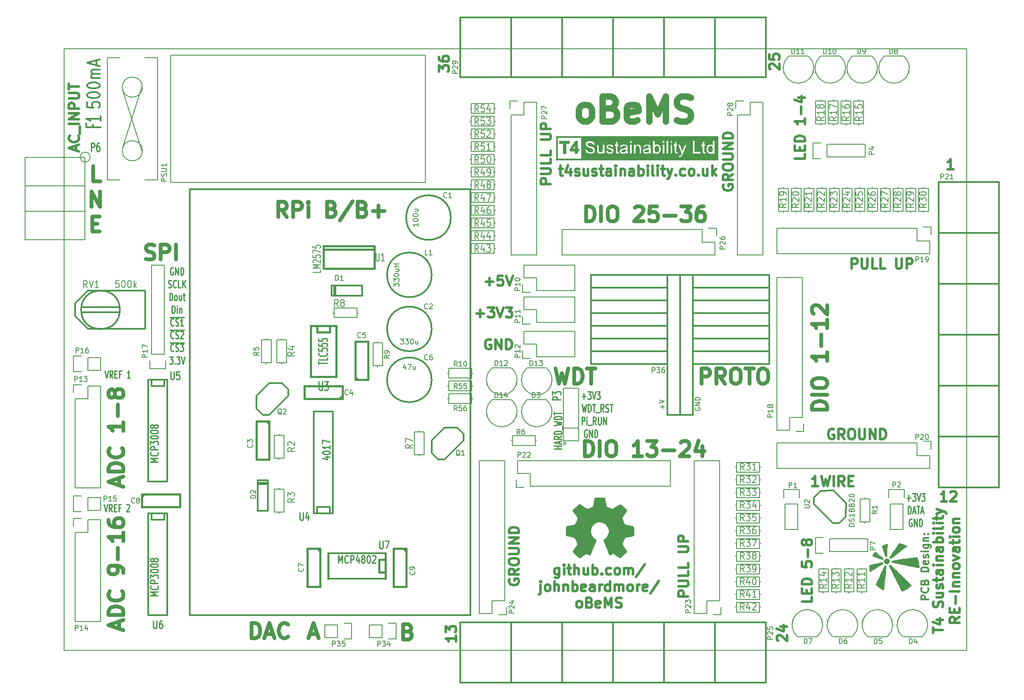
<source format=gbr>
G04 #@! TF.FileFunction,Legend,Top*
%FSLAX46Y46*%
G04 Gerber Fmt 4.6, Leading zero omitted, Abs format (unit mm)*
G04 Created by KiCad (PCBNEW (2015-07-09 BZR 5913, Git 33e1797)-product) date 09/11/2015 13:51:06*
%MOMM*%
G01*
G04 APERTURE LIST*
%ADD10C,0.100000*%
%ADD11C,0.375000*%
%ADD12C,0.500000*%
%ADD13C,1.250000*%
%ADD14C,0.250000*%
%ADD15C,0.750000*%
%ADD16C,0.200000*%
%ADD17C,0.150000*%
%ADD18C,0.381000*%
%ADD19C,0.304800*%
%ADD20C,0.002540*%
%ADD21C,0.203200*%
%ADD22C,0.271780*%
%ADD23C,0.254000*%
%ADD24C,0.285750*%
%ADD25C,0.287020*%
G04 APERTURE END LIST*
D10*
D11*
X245153571Y-146108714D02*
X243653571Y-146108714D01*
X243653571Y-145537286D01*
X243725000Y-145394428D01*
X243796429Y-145323000D01*
X243939286Y-145251571D01*
X244153571Y-145251571D01*
X244296429Y-145323000D01*
X244367857Y-145394428D01*
X244439286Y-145537286D01*
X244439286Y-146108714D01*
X245010714Y-143751571D02*
X245082143Y-143823000D01*
X245153571Y-144037286D01*
X245153571Y-144180143D01*
X245082143Y-144394428D01*
X244939286Y-144537286D01*
X244796429Y-144608714D01*
X244510714Y-144680143D01*
X244296429Y-144680143D01*
X244010714Y-144608714D01*
X243867857Y-144537286D01*
X243725000Y-144394428D01*
X243653571Y-144180143D01*
X243653571Y-144037286D01*
X243725000Y-143823000D01*
X243796429Y-143751571D01*
X244367857Y-142608714D02*
X244439286Y-142394428D01*
X244510714Y-142323000D01*
X244653571Y-142251571D01*
X244867857Y-142251571D01*
X245010714Y-142323000D01*
X245082143Y-142394428D01*
X245153571Y-142537286D01*
X245153571Y-143108714D01*
X243653571Y-143108714D01*
X243653571Y-142608714D01*
X243725000Y-142465857D01*
X243796429Y-142394428D01*
X243939286Y-142323000D01*
X244082143Y-142323000D01*
X244225000Y-142394428D01*
X244296429Y-142465857D01*
X244367857Y-142608714D01*
X244367857Y-143108714D01*
X245153571Y-140465857D02*
X243653571Y-140465857D01*
X243653571Y-140108714D01*
X243725000Y-139894429D01*
X243867857Y-139751571D01*
X244010714Y-139680143D01*
X244296429Y-139608714D01*
X244510714Y-139608714D01*
X244796429Y-139680143D01*
X244939286Y-139751571D01*
X245082143Y-139894429D01*
X245153571Y-140108714D01*
X245153571Y-140465857D01*
X245082143Y-138394429D02*
X245153571Y-138537286D01*
X245153571Y-138823000D01*
X245082143Y-138965857D01*
X244939286Y-139037286D01*
X244367857Y-139037286D01*
X244225000Y-138965857D01*
X244153571Y-138823000D01*
X244153571Y-138537286D01*
X244225000Y-138394429D01*
X244367857Y-138323000D01*
X244510714Y-138323000D01*
X244653571Y-139037286D01*
X245082143Y-137751572D02*
X245153571Y-137608715D01*
X245153571Y-137323000D01*
X245082143Y-137180143D01*
X244939286Y-137108715D01*
X244867857Y-137108715D01*
X244725000Y-137180143D01*
X244653571Y-137323000D01*
X244653571Y-137537286D01*
X244582143Y-137680143D01*
X244439286Y-137751572D01*
X244367857Y-137751572D01*
X244225000Y-137680143D01*
X244153571Y-137537286D01*
X244153571Y-137323000D01*
X244225000Y-137180143D01*
X245153571Y-136465857D02*
X244153571Y-136465857D01*
X243653571Y-136465857D02*
X243725000Y-136537286D01*
X243796429Y-136465857D01*
X243725000Y-136394429D01*
X243653571Y-136465857D01*
X243796429Y-136465857D01*
X244153571Y-135108714D02*
X245367857Y-135108714D01*
X245510714Y-135180143D01*
X245582143Y-135251571D01*
X245653571Y-135394428D01*
X245653571Y-135608714D01*
X245582143Y-135751571D01*
X245082143Y-135108714D02*
X245153571Y-135251571D01*
X245153571Y-135537285D01*
X245082143Y-135680143D01*
X245010714Y-135751571D01*
X244867857Y-135823000D01*
X244439286Y-135823000D01*
X244296429Y-135751571D01*
X244225000Y-135680143D01*
X244153571Y-135537285D01*
X244153571Y-135251571D01*
X244225000Y-135108714D01*
X244153571Y-134394428D02*
X245153571Y-134394428D01*
X244296429Y-134394428D02*
X244225000Y-134323000D01*
X244153571Y-134180142D01*
X244153571Y-133965857D01*
X244225000Y-133823000D01*
X244367857Y-133751571D01*
X245153571Y-133751571D01*
X245010714Y-133037285D02*
X245082143Y-132965857D01*
X245153571Y-133037285D01*
X245082143Y-133108714D01*
X245010714Y-133037285D01*
X245153571Y-133037285D01*
X244225000Y-133037285D02*
X244296429Y-132965857D01*
X244367857Y-133037285D01*
X244296429Y-133108714D01*
X244225000Y-133037285D01*
X244367857Y-133037285D01*
D12*
X246047762Y-152763573D02*
X246047762Y-151620716D01*
X248047762Y-152192144D02*
X246047762Y-152192144D01*
X246714429Y-150096906D02*
X248047762Y-150096906D01*
X245952524Y-150573096D02*
X247381095Y-151049287D01*
X247381095Y-149811191D01*
X247952524Y-147620715D02*
X248047762Y-147335000D01*
X248047762Y-146858810D01*
X247952524Y-146668334D01*
X247857286Y-146573096D01*
X247666810Y-146477857D01*
X247476333Y-146477857D01*
X247285857Y-146573096D01*
X247190619Y-146668334D01*
X247095381Y-146858810D01*
X247000143Y-147239762D01*
X246904905Y-147430238D01*
X246809667Y-147525477D01*
X246619190Y-147620715D01*
X246428714Y-147620715D01*
X246238238Y-147525477D01*
X246143000Y-147430238D01*
X246047762Y-147239762D01*
X246047762Y-146763572D01*
X246143000Y-146477857D01*
X246714429Y-144763572D02*
X248047762Y-144763572D01*
X246714429Y-145620715D02*
X247762048Y-145620715D01*
X247952524Y-145525476D01*
X248047762Y-145335000D01*
X248047762Y-145049286D01*
X247952524Y-144858810D01*
X247857286Y-144763572D01*
X247952524Y-143906429D02*
X248047762Y-143715952D01*
X248047762Y-143335000D01*
X247952524Y-143144524D01*
X247762048Y-143049286D01*
X247666810Y-143049286D01*
X247476333Y-143144524D01*
X247381095Y-143335000D01*
X247381095Y-143620714D01*
X247285857Y-143811191D01*
X247095381Y-143906429D01*
X247000143Y-143906429D01*
X246809667Y-143811191D01*
X246714429Y-143620714D01*
X246714429Y-143335000D01*
X246809667Y-143144524D01*
X246714429Y-142477857D02*
X246714429Y-141715952D01*
X246047762Y-142192143D02*
X247762048Y-142192143D01*
X247952524Y-142096904D01*
X248047762Y-141906428D01*
X248047762Y-141715952D01*
X248047762Y-140192143D02*
X247000143Y-140192143D01*
X246809667Y-140287381D01*
X246714429Y-140477857D01*
X246714429Y-140858809D01*
X246809667Y-141049286D01*
X247952524Y-140192143D02*
X248047762Y-140382619D01*
X248047762Y-140858809D01*
X247952524Y-141049286D01*
X247762048Y-141144524D01*
X247571571Y-141144524D01*
X247381095Y-141049286D01*
X247285857Y-140858809D01*
X247285857Y-140382619D01*
X247190619Y-140192143D01*
X248047762Y-139239762D02*
X246714429Y-139239762D01*
X246047762Y-139239762D02*
X246143000Y-139335000D01*
X246238238Y-139239762D01*
X246143000Y-139144523D01*
X246047762Y-139239762D01*
X246238238Y-139239762D01*
X246714429Y-138287381D02*
X248047762Y-138287381D01*
X246904905Y-138287381D02*
X246809667Y-138192142D01*
X246714429Y-138001666D01*
X246714429Y-137715952D01*
X246809667Y-137525476D01*
X247000143Y-137430238D01*
X248047762Y-137430238D01*
X248047762Y-135620714D02*
X247000143Y-135620714D01*
X246809667Y-135715952D01*
X246714429Y-135906428D01*
X246714429Y-136287380D01*
X246809667Y-136477857D01*
X247952524Y-135620714D02*
X248047762Y-135811190D01*
X248047762Y-136287380D01*
X247952524Y-136477857D01*
X247762048Y-136573095D01*
X247571571Y-136573095D01*
X247381095Y-136477857D01*
X247285857Y-136287380D01*
X247285857Y-135811190D01*
X247190619Y-135620714D01*
X248047762Y-134668333D02*
X246047762Y-134668333D01*
X246809667Y-134668333D02*
X246714429Y-134477856D01*
X246714429Y-134096904D01*
X246809667Y-133906428D01*
X246904905Y-133811190D01*
X247095381Y-133715952D01*
X247666810Y-133715952D01*
X247857286Y-133811190D01*
X247952524Y-133906428D01*
X248047762Y-134096904D01*
X248047762Y-134477856D01*
X247952524Y-134668333D01*
X248047762Y-132858809D02*
X246714429Y-132858809D01*
X246047762Y-132858809D02*
X246143000Y-132954047D01*
X246238238Y-132858809D01*
X246143000Y-132763570D01*
X246047762Y-132858809D01*
X246238238Y-132858809D01*
X248047762Y-131620713D02*
X247952524Y-131811189D01*
X247762048Y-131906428D01*
X246047762Y-131906428D01*
X248047762Y-130858809D02*
X246714429Y-130858809D01*
X246047762Y-130858809D02*
X246143000Y-130954047D01*
X246238238Y-130858809D01*
X246143000Y-130763570D01*
X246047762Y-130858809D01*
X246238238Y-130858809D01*
X246714429Y-130192142D02*
X246714429Y-129430237D01*
X246047762Y-129906428D02*
X247762048Y-129906428D01*
X247952524Y-129811189D01*
X248047762Y-129620713D01*
X248047762Y-129430237D01*
X246714429Y-128954047D02*
X248047762Y-128477856D01*
X246714429Y-128001666D02*
X248047762Y-128477856D01*
X248523952Y-128668332D01*
X248619190Y-128763571D01*
X248714429Y-128954047D01*
X251347762Y-149573095D02*
X250395381Y-150239762D01*
X251347762Y-150715953D02*
X249347762Y-150715953D01*
X249347762Y-149954048D01*
X249443000Y-149763572D01*
X249538238Y-149668333D01*
X249728714Y-149573095D01*
X250014429Y-149573095D01*
X250204905Y-149668333D01*
X250300143Y-149763572D01*
X250395381Y-149954048D01*
X250395381Y-150715953D01*
X250300143Y-148715953D02*
X250300143Y-148049286D01*
X251347762Y-147763572D02*
X251347762Y-148715953D01*
X249347762Y-148715953D01*
X249347762Y-147763572D01*
X250585857Y-146906429D02*
X250585857Y-145382619D01*
X251347762Y-144430239D02*
X249347762Y-144430239D01*
X250014429Y-143477858D02*
X251347762Y-143477858D01*
X250204905Y-143477858D02*
X250109667Y-143382619D01*
X250014429Y-143192143D01*
X250014429Y-142906429D01*
X250109667Y-142715953D01*
X250300143Y-142620715D01*
X251347762Y-142620715D01*
X250014429Y-141668334D02*
X251347762Y-141668334D01*
X250204905Y-141668334D02*
X250109667Y-141573095D01*
X250014429Y-141382619D01*
X250014429Y-141096905D01*
X250109667Y-140906429D01*
X250300143Y-140811191D01*
X251347762Y-140811191D01*
X251347762Y-139573095D02*
X251252524Y-139763571D01*
X251157286Y-139858810D01*
X250966810Y-139954048D01*
X250395381Y-139954048D01*
X250204905Y-139858810D01*
X250109667Y-139763571D01*
X250014429Y-139573095D01*
X250014429Y-139287381D01*
X250109667Y-139096905D01*
X250204905Y-139001667D01*
X250395381Y-138906429D01*
X250966810Y-138906429D01*
X251157286Y-139001667D01*
X251252524Y-139096905D01*
X251347762Y-139287381D01*
X251347762Y-139573095D01*
X250014429Y-138239762D02*
X251347762Y-137763571D01*
X250014429Y-137287381D01*
X251347762Y-135668333D02*
X250300143Y-135668333D01*
X250109667Y-135763571D01*
X250014429Y-135954047D01*
X250014429Y-136334999D01*
X250109667Y-136525476D01*
X251252524Y-135668333D02*
X251347762Y-135858809D01*
X251347762Y-136334999D01*
X251252524Y-136525476D01*
X251062048Y-136620714D01*
X250871571Y-136620714D01*
X250681095Y-136525476D01*
X250585857Y-136334999D01*
X250585857Y-135858809D01*
X250490619Y-135668333D01*
X250014429Y-135001666D02*
X250014429Y-134239761D01*
X249347762Y-134715952D02*
X251062048Y-134715952D01*
X251252524Y-134620713D01*
X251347762Y-134430237D01*
X251347762Y-134239761D01*
X251347762Y-133573095D02*
X250014429Y-133573095D01*
X249347762Y-133573095D02*
X249443000Y-133668333D01*
X249538238Y-133573095D01*
X249443000Y-133477856D01*
X249347762Y-133573095D01*
X249538238Y-133573095D01*
X251347762Y-132334999D02*
X251252524Y-132525475D01*
X251157286Y-132620714D01*
X250966810Y-132715952D01*
X250395381Y-132715952D01*
X250204905Y-132620714D01*
X250109667Y-132525475D01*
X250014429Y-132334999D01*
X250014429Y-132049285D01*
X250109667Y-131858809D01*
X250204905Y-131763571D01*
X250395381Y-131668333D01*
X250966810Y-131668333D01*
X251157286Y-131763571D01*
X251252524Y-131858809D01*
X251347762Y-132049285D01*
X251347762Y-132334999D01*
X250014429Y-130811190D02*
X251347762Y-130811190D01*
X250204905Y-130811190D02*
X250109667Y-130715951D01*
X250014429Y-130525475D01*
X250014429Y-130239761D01*
X250109667Y-130049285D01*
X250300143Y-129954047D01*
X251347762Y-129954047D01*
X171498618Y-139781429D02*
X171498618Y-141400476D01*
X171403380Y-141590952D01*
X171308142Y-141686190D01*
X171117666Y-141781429D01*
X170831952Y-141781429D01*
X170641475Y-141686190D01*
X171498618Y-141019524D02*
X171308142Y-141114762D01*
X170927190Y-141114762D01*
X170736714Y-141019524D01*
X170641475Y-140924286D01*
X170546237Y-140733810D01*
X170546237Y-140162381D01*
X170641475Y-139971905D01*
X170736714Y-139876667D01*
X170927190Y-139781429D01*
X171308142Y-139781429D01*
X171498618Y-139876667D01*
X172450999Y-141114762D02*
X172450999Y-139781429D01*
X172450999Y-139114762D02*
X172355761Y-139210000D01*
X172450999Y-139305238D01*
X172546238Y-139210000D01*
X172450999Y-139114762D01*
X172450999Y-139305238D01*
X173117666Y-139781429D02*
X173879571Y-139781429D01*
X173403380Y-139114762D02*
X173403380Y-140829048D01*
X173498619Y-141019524D01*
X173689095Y-141114762D01*
X173879571Y-141114762D01*
X174546237Y-141114762D02*
X174546237Y-139114762D01*
X175403380Y-141114762D02*
X175403380Y-140067143D01*
X175308142Y-139876667D01*
X175117666Y-139781429D01*
X174831952Y-139781429D01*
X174641476Y-139876667D01*
X174546237Y-139971905D01*
X177212904Y-139781429D02*
X177212904Y-141114762D01*
X176355761Y-139781429D02*
X176355761Y-140829048D01*
X176451000Y-141019524D01*
X176641476Y-141114762D01*
X176927190Y-141114762D01*
X177117666Y-141019524D01*
X177212904Y-140924286D01*
X178165285Y-141114762D02*
X178165285Y-139114762D01*
X178165285Y-139876667D02*
X178355762Y-139781429D01*
X178736714Y-139781429D01*
X178927190Y-139876667D01*
X179022428Y-139971905D01*
X179117666Y-140162381D01*
X179117666Y-140733810D01*
X179022428Y-140924286D01*
X178927190Y-141019524D01*
X178736714Y-141114762D01*
X178355762Y-141114762D01*
X178165285Y-141019524D01*
X179974809Y-140924286D02*
X180070048Y-141019524D01*
X179974809Y-141114762D01*
X179879571Y-141019524D01*
X179974809Y-140924286D01*
X179974809Y-141114762D01*
X181784333Y-141019524D02*
X181593857Y-141114762D01*
X181212905Y-141114762D01*
X181022429Y-141019524D01*
X180927190Y-140924286D01*
X180831952Y-140733810D01*
X180831952Y-140162381D01*
X180927190Y-139971905D01*
X181022429Y-139876667D01*
X181212905Y-139781429D01*
X181593857Y-139781429D01*
X181784333Y-139876667D01*
X182927191Y-141114762D02*
X182736715Y-141019524D01*
X182641476Y-140924286D01*
X182546238Y-140733810D01*
X182546238Y-140162381D01*
X182641476Y-139971905D01*
X182736715Y-139876667D01*
X182927191Y-139781429D01*
X183212905Y-139781429D01*
X183403381Y-139876667D01*
X183498619Y-139971905D01*
X183593857Y-140162381D01*
X183593857Y-140733810D01*
X183498619Y-140924286D01*
X183403381Y-141019524D01*
X183212905Y-141114762D01*
X182927191Y-141114762D01*
X184451000Y-141114762D02*
X184451000Y-139781429D01*
X184451000Y-139971905D02*
X184546239Y-139876667D01*
X184736715Y-139781429D01*
X185022429Y-139781429D01*
X185212905Y-139876667D01*
X185308143Y-140067143D01*
X185308143Y-141114762D01*
X185308143Y-140067143D02*
X185403381Y-139876667D01*
X185593858Y-139781429D01*
X185879572Y-139781429D01*
X186070048Y-139876667D01*
X186165286Y-140067143D01*
X186165286Y-141114762D01*
X188546239Y-139019524D02*
X186831953Y-141590952D01*
X167784332Y-143081429D02*
X167784332Y-144795714D01*
X167689094Y-144986190D01*
X167498618Y-145081429D01*
X167403380Y-145081429D01*
X167784332Y-142414762D02*
X167689094Y-142510000D01*
X167784332Y-142605238D01*
X167879571Y-142510000D01*
X167784332Y-142414762D01*
X167784332Y-142605238D01*
X169022428Y-144414762D02*
X168831952Y-144319524D01*
X168736713Y-144224286D01*
X168641475Y-144033810D01*
X168641475Y-143462381D01*
X168736713Y-143271905D01*
X168831952Y-143176667D01*
X169022428Y-143081429D01*
X169308142Y-143081429D01*
X169498618Y-143176667D01*
X169593856Y-143271905D01*
X169689094Y-143462381D01*
X169689094Y-144033810D01*
X169593856Y-144224286D01*
X169498618Y-144319524D01*
X169308142Y-144414762D01*
X169022428Y-144414762D01*
X170546237Y-144414762D02*
X170546237Y-142414762D01*
X171403380Y-144414762D02*
X171403380Y-143367143D01*
X171308142Y-143176667D01*
X171117666Y-143081429D01*
X170831952Y-143081429D01*
X170641476Y-143176667D01*
X170546237Y-143271905D01*
X172355761Y-143081429D02*
X172355761Y-144414762D01*
X172355761Y-143271905D02*
X172451000Y-143176667D01*
X172641476Y-143081429D01*
X172927190Y-143081429D01*
X173117666Y-143176667D01*
X173212904Y-143367143D01*
X173212904Y-144414762D01*
X174165285Y-144414762D02*
X174165285Y-142414762D01*
X174165285Y-143176667D02*
X174355762Y-143081429D01*
X174736714Y-143081429D01*
X174927190Y-143176667D01*
X175022428Y-143271905D01*
X175117666Y-143462381D01*
X175117666Y-144033810D01*
X175022428Y-144224286D01*
X174927190Y-144319524D01*
X174736714Y-144414762D01*
X174355762Y-144414762D01*
X174165285Y-144319524D01*
X176736714Y-144319524D02*
X176546238Y-144414762D01*
X176165286Y-144414762D01*
X175974809Y-144319524D01*
X175879571Y-144129048D01*
X175879571Y-143367143D01*
X175974809Y-143176667D01*
X176165286Y-143081429D01*
X176546238Y-143081429D01*
X176736714Y-143176667D01*
X176831952Y-143367143D01*
X176831952Y-143557619D01*
X175879571Y-143748095D01*
X178546238Y-144414762D02*
X178546238Y-143367143D01*
X178451000Y-143176667D01*
X178260524Y-143081429D01*
X177879572Y-143081429D01*
X177689095Y-143176667D01*
X178546238Y-144319524D02*
X178355762Y-144414762D01*
X177879572Y-144414762D01*
X177689095Y-144319524D01*
X177593857Y-144129048D01*
X177593857Y-143938571D01*
X177689095Y-143748095D01*
X177879572Y-143652857D01*
X178355762Y-143652857D01*
X178546238Y-143557619D01*
X179498619Y-144414762D02*
X179498619Y-143081429D01*
X179498619Y-143462381D02*
X179593858Y-143271905D01*
X179689096Y-143176667D01*
X179879572Y-143081429D01*
X180070048Y-143081429D01*
X181593857Y-144414762D02*
X181593857Y-142414762D01*
X181593857Y-144319524D02*
X181403381Y-144414762D01*
X181022429Y-144414762D01*
X180831953Y-144319524D01*
X180736714Y-144224286D01*
X180641476Y-144033810D01*
X180641476Y-143462381D01*
X180736714Y-143271905D01*
X180831953Y-143176667D01*
X181022429Y-143081429D01*
X181403381Y-143081429D01*
X181593857Y-143176667D01*
X182546238Y-144414762D02*
X182546238Y-143081429D01*
X182546238Y-143271905D02*
X182641477Y-143176667D01*
X182831953Y-143081429D01*
X183117667Y-143081429D01*
X183308143Y-143176667D01*
X183403381Y-143367143D01*
X183403381Y-144414762D01*
X183403381Y-143367143D02*
X183498619Y-143176667D01*
X183689096Y-143081429D01*
X183974810Y-143081429D01*
X184165286Y-143176667D01*
X184260524Y-143367143D01*
X184260524Y-144414762D01*
X185498620Y-144414762D02*
X185308144Y-144319524D01*
X185212905Y-144224286D01*
X185117667Y-144033810D01*
X185117667Y-143462381D01*
X185212905Y-143271905D01*
X185308144Y-143176667D01*
X185498620Y-143081429D01*
X185784334Y-143081429D01*
X185974810Y-143176667D01*
X186070048Y-143271905D01*
X186165286Y-143462381D01*
X186165286Y-144033810D01*
X186070048Y-144224286D01*
X185974810Y-144319524D01*
X185784334Y-144414762D01*
X185498620Y-144414762D01*
X187022429Y-144414762D02*
X187022429Y-143081429D01*
X187022429Y-143462381D02*
X187117668Y-143271905D01*
X187212906Y-143176667D01*
X187403382Y-143081429D01*
X187593858Y-143081429D01*
X189022429Y-144319524D02*
X188831953Y-144414762D01*
X188451001Y-144414762D01*
X188260524Y-144319524D01*
X188165286Y-144129048D01*
X188165286Y-143367143D01*
X188260524Y-143176667D01*
X188451001Y-143081429D01*
X188831953Y-143081429D01*
X189022429Y-143176667D01*
X189117667Y-143367143D01*
X189117667Y-143557619D01*
X188165286Y-143748095D01*
X191403382Y-142319524D02*
X189689096Y-144890952D01*
X175355762Y-147714762D02*
X175165286Y-147619524D01*
X175070047Y-147524286D01*
X174974809Y-147333810D01*
X174974809Y-146762381D01*
X175070047Y-146571905D01*
X175165286Y-146476667D01*
X175355762Y-146381429D01*
X175641476Y-146381429D01*
X175831952Y-146476667D01*
X175927190Y-146571905D01*
X176022428Y-146762381D01*
X176022428Y-147333810D01*
X175927190Y-147524286D01*
X175831952Y-147619524D01*
X175641476Y-147714762D01*
X175355762Y-147714762D01*
X177546238Y-146667143D02*
X177831952Y-146762381D01*
X177927191Y-146857619D01*
X178022429Y-147048095D01*
X178022429Y-147333810D01*
X177927191Y-147524286D01*
X177831952Y-147619524D01*
X177641476Y-147714762D01*
X176879571Y-147714762D01*
X176879571Y-145714762D01*
X177546238Y-145714762D01*
X177736714Y-145810000D01*
X177831952Y-145905238D01*
X177927191Y-146095714D01*
X177927191Y-146286190D01*
X177831952Y-146476667D01*
X177736714Y-146571905D01*
X177546238Y-146667143D01*
X176879571Y-146667143D01*
X179641476Y-147619524D02*
X179451000Y-147714762D01*
X179070048Y-147714762D01*
X178879571Y-147619524D01*
X178784333Y-147429048D01*
X178784333Y-146667143D01*
X178879571Y-146476667D01*
X179070048Y-146381429D01*
X179451000Y-146381429D01*
X179641476Y-146476667D01*
X179736714Y-146667143D01*
X179736714Y-146857619D01*
X178784333Y-147048095D01*
X180593857Y-147714762D02*
X180593857Y-145714762D01*
X181260524Y-147143333D01*
X181927191Y-145714762D01*
X181927191Y-147714762D01*
X182784333Y-147619524D02*
X183070048Y-147714762D01*
X183546238Y-147714762D01*
X183736714Y-147619524D01*
X183831952Y-147524286D01*
X183927191Y-147333810D01*
X183927191Y-147143333D01*
X183831952Y-146952857D01*
X183736714Y-146857619D01*
X183546238Y-146762381D01*
X183165286Y-146667143D01*
X182974810Y-146571905D01*
X182879571Y-146476667D01*
X182784333Y-146286190D01*
X182784333Y-146095714D01*
X182879571Y-145905238D01*
X182974810Y-145810000D01*
X183165286Y-145714762D01*
X183641476Y-145714762D01*
X183927191Y-145810000D01*
X171436094Y-60150429D02*
X172197999Y-60150429D01*
X171721808Y-59483762D02*
X171721808Y-61198048D01*
X171817047Y-61388524D01*
X172007523Y-61483762D01*
X172197999Y-61483762D01*
X173721808Y-60150429D02*
X173721808Y-61483762D01*
X173245618Y-59388524D02*
X172769427Y-60817095D01*
X174007523Y-60817095D01*
X174674189Y-61388524D02*
X174864666Y-61483762D01*
X175245618Y-61483762D01*
X175436094Y-61388524D01*
X175531332Y-61198048D01*
X175531332Y-61102810D01*
X175436094Y-60912333D01*
X175245618Y-60817095D01*
X174959904Y-60817095D01*
X174769427Y-60721857D01*
X174674189Y-60531381D01*
X174674189Y-60436143D01*
X174769427Y-60245667D01*
X174959904Y-60150429D01*
X175245618Y-60150429D01*
X175436094Y-60245667D01*
X177245618Y-60150429D02*
X177245618Y-61483762D01*
X176388475Y-60150429D02*
X176388475Y-61198048D01*
X176483714Y-61388524D01*
X176674190Y-61483762D01*
X176959904Y-61483762D01*
X177150380Y-61388524D01*
X177245618Y-61293286D01*
X178102761Y-61388524D02*
X178293238Y-61483762D01*
X178674190Y-61483762D01*
X178864666Y-61388524D01*
X178959904Y-61198048D01*
X178959904Y-61102810D01*
X178864666Y-60912333D01*
X178674190Y-60817095D01*
X178388476Y-60817095D01*
X178197999Y-60721857D01*
X178102761Y-60531381D01*
X178102761Y-60436143D01*
X178197999Y-60245667D01*
X178388476Y-60150429D01*
X178674190Y-60150429D01*
X178864666Y-60245667D01*
X179531333Y-60150429D02*
X180293238Y-60150429D01*
X179817047Y-59483762D02*
X179817047Y-61198048D01*
X179912286Y-61388524D01*
X180102762Y-61483762D01*
X180293238Y-61483762D01*
X181817047Y-61483762D02*
X181817047Y-60436143D01*
X181721809Y-60245667D01*
X181531333Y-60150429D01*
X181150381Y-60150429D01*
X180959904Y-60245667D01*
X181817047Y-61388524D02*
X181626571Y-61483762D01*
X181150381Y-61483762D01*
X180959904Y-61388524D01*
X180864666Y-61198048D01*
X180864666Y-61007571D01*
X180959904Y-60817095D01*
X181150381Y-60721857D01*
X181626571Y-60721857D01*
X181817047Y-60626619D01*
X182769428Y-61483762D02*
X182769428Y-60150429D01*
X182769428Y-59483762D02*
X182674190Y-59579000D01*
X182769428Y-59674238D01*
X182864667Y-59579000D01*
X182769428Y-59483762D01*
X182769428Y-59674238D01*
X183721809Y-60150429D02*
X183721809Y-61483762D01*
X183721809Y-60340905D02*
X183817048Y-60245667D01*
X184007524Y-60150429D01*
X184293238Y-60150429D01*
X184483714Y-60245667D01*
X184578952Y-60436143D01*
X184578952Y-61483762D01*
X186388476Y-61483762D02*
X186388476Y-60436143D01*
X186293238Y-60245667D01*
X186102762Y-60150429D01*
X185721810Y-60150429D01*
X185531333Y-60245667D01*
X186388476Y-61388524D02*
X186198000Y-61483762D01*
X185721810Y-61483762D01*
X185531333Y-61388524D01*
X185436095Y-61198048D01*
X185436095Y-61007571D01*
X185531333Y-60817095D01*
X185721810Y-60721857D01*
X186198000Y-60721857D01*
X186388476Y-60626619D01*
X187340857Y-61483762D02*
X187340857Y-59483762D01*
X187340857Y-60245667D02*
X187531334Y-60150429D01*
X187912286Y-60150429D01*
X188102762Y-60245667D01*
X188198000Y-60340905D01*
X188293238Y-60531381D01*
X188293238Y-61102810D01*
X188198000Y-61293286D01*
X188102762Y-61388524D01*
X187912286Y-61483762D01*
X187531334Y-61483762D01*
X187340857Y-61388524D01*
X189150381Y-61483762D02*
X189150381Y-60150429D01*
X189150381Y-59483762D02*
X189055143Y-59579000D01*
X189150381Y-59674238D01*
X189245620Y-59579000D01*
X189150381Y-59483762D01*
X189150381Y-59674238D01*
X190388477Y-61483762D02*
X190198001Y-61388524D01*
X190102762Y-61198048D01*
X190102762Y-59483762D01*
X191150381Y-61483762D02*
X191150381Y-60150429D01*
X191150381Y-59483762D02*
X191055143Y-59579000D01*
X191150381Y-59674238D01*
X191245620Y-59579000D01*
X191150381Y-59483762D01*
X191150381Y-59674238D01*
X191817048Y-60150429D02*
X192578953Y-60150429D01*
X192102762Y-59483762D02*
X192102762Y-61198048D01*
X192198001Y-61388524D01*
X192388477Y-61483762D01*
X192578953Y-61483762D01*
X193055143Y-60150429D02*
X193531334Y-61483762D01*
X194007524Y-60150429D02*
X193531334Y-61483762D01*
X193340858Y-61959952D01*
X193245619Y-62055190D01*
X193055143Y-62150429D01*
X194769429Y-61293286D02*
X194864668Y-61388524D01*
X194769429Y-61483762D01*
X194674191Y-61388524D01*
X194769429Y-61293286D01*
X194769429Y-61483762D01*
X196578953Y-61388524D02*
X196388477Y-61483762D01*
X196007525Y-61483762D01*
X195817049Y-61388524D01*
X195721810Y-61293286D01*
X195626572Y-61102810D01*
X195626572Y-60531381D01*
X195721810Y-60340905D01*
X195817049Y-60245667D01*
X196007525Y-60150429D01*
X196388477Y-60150429D01*
X196578953Y-60245667D01*
X197721811Y-61483762D02*
X197531335Y-61388524D01*
X197436096Y-61293286D01*
X197340858Y-61102810D01*
X197340858Y-60531381D01*
X197436096Y-60340905D01*
X197531335Y-60245667D01*
X197721811Y-60150429D01*
X198007525Y-60150429D01*
X198198001Y-60245667D01*
X198293239Y-60340905D01*
X198388477Y-60531381D01*
X198388477Y-61102810D01*
X198293239Y-61293286D01*
X198198001Y-61388524D01*
X198007525Y-61483762D01*
X197721811Y-61483762D01*
X199245620Y-61293286D02*
X199340859Y-61388524D01*
X199245620Y-61483762D01*
X199150382Y-61388524D01*
X199245620Y-61293286D01*
X199245620Y-61483762D01*
X201055144Y-60150429D02*
X201055144Y-61483762D01*
X200198001Y-60150429D02*
X200198001Y-61198048D01*
X200293240Y-61388524D01*
X200483716Y-61483762D01*
X200769430Y-61483762D01*
X200959906Y-61388524D01*
X201055144Y-61293286D01*
X202007525Y-61483762D02*
X202007525Y-59483762D01*
X202198002Y-60721857D02*
X202769430Y-61483762D01*
X202769430Y-60150429D02*
X202007525Y-60912333D01*
D13*
X176324905Y-50648905D02*
X175848714Y-50410810D01*
X175610619Y-50172714D01*
X175372524Y-49696524D01*
X175372524Y-48267952D01*
X175610619Y-47791762D01*
X175848714Y-47553667D01*
X176324905Y-47315571D01*
X177039191Y-47315571D01*
X177515381Y-47553667D01*
X177753476Y-47791762D01*
X177991572Y-48267952D01*
X177991572Y-49696524D01*
X177753476Y-50172714D01*
X177515381Y-50410810D01*
X177039191Y-50648905D01*
X176324905Y-50648905D01*
X181801096Y-48029857D02*
X182515382Y-48267952D01*
X182753477Y-48506048D01*
X182991572Y-48982238D01*
X182991572Y-49696524D01*
X182753477Y-50172714D01*
X182515382Y-50410810D01*
X182039191Y-50648905D01*
X180134429Y-50648905D01*
X180134429Y-45648905D01*
X181801096Y-45648905D01*
X182277286Y-45887000D01*
X182515382Y-46125095D01*
X182753477Y-46601286D01*
X182753477Y-47077476D01*
X182515382Y-47553667D01*
X182277286Y-47791762D01*
X181801096Y-48029857D01*
X180134429Y-48029857D01*
X187039191Y-50410810D02*
X186563001Y-50648905D01*
X185610620Y-50648905D01*
X185134429Y-50410810D01*
X184896334Y-49934619D01*
X184896334Y-48029857D01*
X185134429Y-47553667D01*
X185610620Y-47315571D01*
X186563001Y-47315571D01*
X187039191Y-47553667D01*
X187277286Y-48029857D01*
X187277286Y-48506048D01*
X184896334Y-48982238D01*
X189420143Y-50648905D02*
X189420143Y-45648905D01*
X191086810Y-49220333D01*
X192753477Y-45648905D01*
X192753477Y-50648905D01*
X194896334Y-50410810D02*
X195610620Y-50648905D01*
X196801096Y-50648905D01*
X197277286Y-50410810D01*
X197515382Y-50172714D01*
X197753477Y-49696524D01*
X197753477Y-49220333D01*
X197515382Y-48744143D01*
X197277286Y-48506048D01*
X196801096Y-48267952D01*
X195848715Y-48029857D01*
X195372524Y-47791762D01*
X195134429Y-47553667D01*
X194896334Y-47077476D01*
X194896334Y-46601286D01*
X195134429Y-46125095D01*
X195372524Y-45887000D01*
X195848715Y-45648905D01*
X197039191Y-45648905D01*
X197753477Y-45887000D01*
D14*
X176038095Y-105517143D02*
X176800000Y-105517143D01*
X176419048Y-106088571D02*
X176419048Y-104945714D01*
X177180952Y-104588571D02*
X177800000Y-104588571D01*
X177466666Y-105160000D01*
X177609524Y-105160000D01*
X177704762Y-105231429D01*
X177752381Y-105302857D01*
X177800000Y-105445714D01*
X177800000Y-105802857D01*
X177752381Y-105945714D01*
X177704762Y-106017143D01*
X177609524Y-106088571D01*
X177323809Y-106088571D01*
X177228571Y-106017143D01*
X177180952Y-105945714D01*
X178085714Y-104588571D02*
X178419047Y-106088571D01*
X178752381Y-104588571D01*
X178990476Y-104588571D02*
X179609524Y-104588571D01*
X179276190Y-105160000D01*
X179419048Y-105160000D01*
X179514286Y-105231429D01*
X179561905Y-105302857D01*
X179609524Y-105445714D01*
X179609524Y-105802857D01*
X179561905Y-105945714D01*
X179514286Y-106017143D01*
X179419048Y-106088571D01*
X179133333Y-106088571D01*
X179038095Y-106017143D01*
X178990476Y-105945714D01*
X177038096Y-112280000D02*
X176942858Y-112208571D01*
X176800001Y-112208571D01*
X176657143Y-112280000D01*
X176561905Y-112422857D01*
X176514286Y-112565714D01*
X176466667Y-112851429D01*
X176466667Y-113065714D01*
X176514286Y-113351429D01*
X176561905Y-113494286D01*
X176657143Y-113637143D01*
X176800001Y-113708571D01*
X176895239Y-113708571D01*
X177038096Y-113637143D01*
X177085715Y-113565714D01*
X177085715Y-113065714D01*
X176895239Y-113065714D01*
X177514286Y-113708571D02*
X177514286Y-112208571D01*
X178085715Y-113708571D01*
X178085715Y-112208571D01*
X178561905Y-113708571D02*
X178561905Y-112208571D01*
X178800000Y-112208571D01*
X178942858Y-112280000D01*
X179038096Y-112422857D01*
X179085715Y-112565714D01*
X179133334Y-112851429D01*
X179133334Y-113065714D01*
X179085715Y-113351429D01*
X179038096Y-113494286D01*
X178942858Y-113637143D01*
X178800000Y-113708571D01*
X178561905Y-113708571D01*
X176022381Y-107128571D02*
X176260476Y-108628571D01*
X176450953Y-107557143D01*
X176641429Y-108628571D01*
X176879524Y-107128571D01*
X177260476Y-108628571D02*
X177260476Y-107128571D01*
X177498571Y-107128571D01*
X177641429Y-107200000D01*
X177736667Y-107342857D01*
X177784286Y-107485714D01*
X177831905Y-107771429D01*
X177831905Y-107985714D01*
X177784286Y-108271429D01*
X177736667Y-108414286D01*
X177641429Y-108557143D01*
X177498571Y-108628571D01*
X177260476Y-108628571D01*
X178117619Y-107128571D02*
X178689048Y-107128571D01*
X178403333Y-108628571D02*
X178403333Y-107128571D01*
X178784286Y-108771429D02*
X179546191Y-108771429D01*
X180355715Y-108628571D02*
X180022381Y-107914286D01*
X179784286Y-108628571D02*
X179784286Y-107128571D01*
X180165239Y-107128571D01*
X180260477Y-107200000D01*
X180308096Y-107271429D01*
X180355715Y-107414286D01*
X180355715Y-107628571D01*
X180308096Y-107771429D01*
X180260477Y-107842857D01*
X180165239Y-107914286D01*
X179784286Y-107914286D01*
X180736667Y-108557143D02*
X180879524Y-108628571D01*
X181117620Y-108628571D01*
X181212858Y-108557143D01*
X181260477Y-108485714D01*
X181308096Y-108342857D01*
X181308096Y-108200000D01*
X181260477Y-108057143D01*
X181212858Y-107985714D01*
X181117620Y-107914286D01*
X180927143Y-107842857D01*
X180831905Y-107771429D01*
X180784286Y-107700000D01*
X180736667Y-107557143D01*
X180736667Y-107414286D01*
X180784286Y-107271429D01*
X180831905Y-107200000D01*
X180927143Y-107128571D01*
X181165239Y-107128571D01*
X181308096Y-107200000D01*
X181593810Y-107128571D02*
X182165239Y-107128571D01*
X181879524Y-108628571D02*
X181879524Y-107128571D01*
X94488096Y-79895000D02*
X94392858Y-79823571D01*
X94250001Y-79823571D01*
X94107143Y-79895000D01*
X94011905Y-80037857D01*
X93964286Y-80180714D01*
X93916667Y-80466429D01*
X93916667Y-80680714D01*
X93964286Y-80966429D01*
X94011905Y-81109286D01*
X94107143Y-81252143D01*
X94250001Y-81323571D01*
X94345239Y-81323571D01*
X94488096Y-81252143D01*
X94535715Y-81180714D01*
X94535715Y-80680714D01*
X94345239Y-80680714D01*
X94964286Y-81323571D02*
X94964286Y-79823571D01*
X95535715Y-81323571D01*
X95535715Y-79823571D01*
X96011905Y-81323571D02*
X96011905Y-79823571D01*
X96250000Y-79823571D01*
X96392858Y-79895000D01*
X96488096Y-80037857D01*
X96535715Y-80180714D01*
X96583334Y-80466429D01*
X96583334Y-80680714D01*
X96535715Y-80966429D01*
X96488096Y-81109286D01*
X96392858Y-81252143D01*
X96250000Y-81323571D01*
X96011905Y-81323571D01*
D12*
X147494762Y-40735048D02*
X147494762Y-39496952D01*
X148256667Y-40163619D01*
X148256667Y-39877905D01*
X148351905Y-39687429D01*
X148447143Y-39592191D01*
X148637619Y-39496952D01*
X149113810Y-39496952D01*
X149304286Y-39592191D01*
X149399524Y-39687429D01*
X149494762Y-39877905D01*
X149494762Y-40449333D01*
X149399524Y-40639810D01*
X149304286Y-40735048D01*
X147494762Y-37782667D02*
X147494762Y-38163619D01*
X147590000Y-38354095D01*
X147685238Y-38449333D01*
X147970952Y-38639810D01*
X148351905Y-38735048D01*
X149113810Y-38735048D01*
X149304286Y-38639810D01*
X149399524Y-38544571D01*
X149494762Y-38354095D01*
X149494762Y-37973143D01*
X149399524Y-37782667D01*
X149304286Y-37687429D01*
X149113810Y-37592190D01*
X148637619Y-37592190D01*
X148447143Y-37687429D01*
X148351905Y-37782667D01*
X148256667Y-37973143D01*
X148256667Y-38354095D01*
X148351905Y-38544571D01*
X148447143Y-38639810D01*
X148637619Y-38735048D01*
X213598238Y-40258810D02*
X213503000Y-40163572D01*
X213407762Y-39973095D01*
X213407762Y-39496905D01*
X213503000Y-39306429D01*
X213598238Y-39211191D01*
X213788714Y-39115952D01*
X213979190Y-39115952D01*
X214264905Y-39211191D01*
X215407762Y-40354048D01*
X215407762Y-39115952D01*
X213407762Y-37306429D02*
X213407762Y-38258810D01*
X214360143Y-38354048D01*
X214264905Y-38258810D01*
X214169667Y-38068333D01*
X214169667Y-37592143D01*
X214264905Y-37401667D01*
X214360143Y-37306429D01*
X214550619Y-37211190D01*
X215026810Y-37211190D01*
X215217286Y-37306429D01*
X215312524Y-37401667D01*
X215407762Y-37592143D01*
X215407762Y-38068333D01*
X215312524Y-38258810D01*
X215217286Y-38354048D01*
X215122238Y-154304810D02*
X215027000Y-154209572D01*
X214931762Y-154019095D01*
X214931762Y-153542905D01*
X215027000Y-153352429D01*
X215122238Y-153257191D01*
X215312714Y-153161952D01*
X215503190Y-153161952D01*
X215788905Y-153257191D01*
X216931762Y-154400048D01*
X216931762Y-153161952D01*
X215598429Y-151447667D02*
X216931762Y-151447667D01*
X214836524Y-151923857D02*
X216265095Y-152400048D01*
X216265095Y-151161952D01*
X150891762Y-153288952D02*
X150891762Y-154431810D01*
X150891762Y-153860381D02*
X148891762Y-153860381D01*
X149177476Y-154050857D01*
X149367952Y-154241333D01*
X149463190Y-154431810D01*
X148891762Y-152622286D02*
X148891762Y-151384190D01*
X149653667Y-152050857D01*
X149653667Y-151765143D01*
X149748905Y-151574667D01*
X149844143Y-151479429D01*
X150034619Y-151384190D01*
X150510810Y-151384190D01*
X150701286Y-151479429D01*
X150796524Y-151574667D01*
X150891762Y-151765143D01*
X150891762Y-152336571D01*
X150796524Y-152527048D01*
X150701286Y-152622286D01*
X248793048Y-126507762D02*
X247650190Y-126507762D01*
X248221619Y-126507762D02*
X248221619Y-124507762D01*
X248031143Y-124793476D01*
X247840667Y-124983952D01*
X247650190Y-125079190D01*
X249554952Y-124698238D02*
X249650190Y-124603000D01*
X249840667Y-124507762D01*
X250316857Y-124507762D01*
X250507333Y-124603000D01*
X250602571Y-124698238D01*
X250697810Y-124888714D01*
X250697810Y-125079190D01*
X250602571Y-125364905D01*
X249459714Y-126507762D01*
X250697810Y-126507762D01*
X250126429Y-60213762D02*
X248983571Y-60213762D01*
X249555000Y-60213762D02*
X249555000Y-58213762D01*
X249364524Y-58499476D01*
X249174048Y-58689952D01*
X248983571Y-58785190D01*
X169814762Y-63150001D02*
X167814762Y-63150001D01*
X167814762Y-62388096D01*
X167910000Y-62197620D01*
X168005238Y-62102381D01*
X168195714Y-62007143D01*
X168481429Y-62007143D01*
X168671905Y-62102381D01*
X168767143Y-62197620D01*
X168862381Y-62388096D01*
X168862381Y-63150001D01*
X167814762Y-61150001D02*
X169433810Y-61150001D01*
X169624286Y-61054762D01*
X169719524Y-60959524D01*
X169814762Y-60769048D01*
X169814762Y-60388096D01*
X169719524Y-60197620D01*
X169624286Y-60102381D01*
X169433810Y-60007143D01*
X167814762Y-60007143D01*
X169814762Y-58102382D02*
X169814762Y-59054763D01*
X167814762Y-59054763D01*
X169814762Y-56483334D02*
X169814762Y-57435715D01*
X167814762Y-57435715D01*
X167814762Y-54292857D02*
X169433810Y-54292857D01*
X169624286Y-54197618D01*
X169719524Y-54102380D01*
X169814762Y-53911904D01*
X169814762Y-53530952D01*
X169719524Y-53340476D01*
X169624286Y-53245237D01*
X169433810Y-53149999D01*
X167814762Y-53149999D01*
X169814762Y-52197619D02*
X167814762Y-52197619D01*
X167814762Y-51435714D01*
X167910000Y-51245238D01*
X168005238Y-51149999D01*
X168195714Y-51054761D01*
X168481429Y-51054761D01*
X168671905Y-51149999D01*
X168767143Y-51245238D01*
X168862381Y-51435714D01*
X168862381Y-52197619D01*
X229838999Y-80025762D02*
X229838999Y-78025762D01*
X230600904Y-78025762D01*
X230791380Y-78121000D01*
X230886619Y-78216238D01*
X230981857Y-78406714D01*
X230981857Y-78692429D01*
X230886619Y-78882905D01*
X230791380Y-78978143D01*
X230600904Y-79073381D01*
X229838999Y-79073381D01*
X231838999Y-78025762D02*
X231838999Y-79644810D01*
X231934238Y-79835286D01*
X232029476Y-79930524D01*
X232219952Y-80025762D01*
X232600904Y-80025762D01*
X232791380Y-79930524D01*
X232886619Y-79835286D01*
X232981857Y-79644810D01*
X232981857Y-78025762D01*
X234886618Y-80025762D02*
X233934237Y-80025762D01*
X233934237Y-78025762D01*
X236505666Y-80025762D02*
X235553285Y-80025762D01*
X235553285Y-78025762D01*
X238696143Y-78025762D02*
X238696143Y-79644810D01*
X238791382Y-79835286D01*
X238886620Y-79930524D01*
X239077096Y-80025762D01*
X239458048Y-80025762D01*
X239648524Y-79930524D01*
X239743763Y-79835286D01*
X239839001Y-79644810D01*
X239839001Y-78025762D01*
X240791381Y-80025762D02*
X240791381Y-78025762D01*
X241553286Y-78025762D01*
X241743762Y-78121000D01*
X241839001Y-78216238D01*
X241934239Y-78406714D01*
X241934239Y-78692429D01*
X241839001Y-78882905D01*
X241743762Y-78978143D01*
X241553286Y-79073381D01*
X240791381Y-79073381D01*
X204232000Y-63293047D02*
X204136762Y-63483524D01*
X204136762Y-63769238D01*
X204232000Y-64054952D01*
X204422476Y-64245428D01*
X204612952Y-64340667D01*
X204993905Y-64435905D01*
X205279619Y-64435905D01*
X205660571Y-64340667D01*
X205851048Y-64245428D01*
X206041524Y-64054952D01*
X206136762Y-63769238D01*
X206136762Y-63578762D01*
X206041524Y-63293047D01*
X205946286Y-63197809D01*
X205279619Y-63197809D01*
X205279619Y-63578762D01*
X206136762Y-61197809D02*
X205184381Y-61864476D01*
X206136762Y-62340667D02*
X204136762Y-62340667D01*
X204136762Y-61578762D01*
X204232000Y-61388286D01*
X204327238Y-61293047D01*
X204517714Y-61197809D01*
X204803429Y-61197809D01*
X204993905Y-61293047D01*
X205089143Y-61388286D01*
X205184381Y-61578762D01*
X205184381Y-62340667D01*
X204136762Y-59959714D02*
X204136762Y-59578762D01*
X204232000Y-59388286D01*
X204422476Y-59197809D01*
X204803429Y-59102571D01*
X205470095Y-59102571D01*
X205851048Y-59197809D01*
X206041524Y-59388286D01*
X206136762Y-59578762D01*
X206136762Y-59959714D01*
X206041524Y-60150190D01*
X205851048Y-60340667D01*
X205470095Y-60435905D01*
X204803429Y-60435905D01*
X204422476Y-60340667D01*
X204232000Y-60150190D01*
X204136762Y-59959714D01*
X204136762Y-58245429D02*
X205755810Y-58245429D01*
X205946286Y-58150190D01*
X206041524Y-58054952D01*
X206136762Y-57864476D01*
X206136762Y-57483524D01*
X206041524Y-57293048D01*
X205946286Y-57197809D01*
X205755810Y-57102571D01*
X204136762Y-57102571D01*
X206136762Y-56150191D02*
X204136762Y-56150191D01*
X206136762Y-55007333D01*
X204136762Y-55007333D01*
X206136762Y-54054953D02*
X204136762Y-54054953D01*
X204136762Y-53578762D01*
X204232000Y-53293048D01*
X204422476Y-53102572D01*
X204612952Y-53007333D01*
X204993905Y-52912095D01*
X205279619Y-52912095D01*
X205660571Y-53007333D01*
X205851048Y-53102572D01*
X206041524Y-53293048D01*
X206136762Y-53578762D01*
X206136762Y-54054953D01*
X226266953Y-112157000D02*
X226076476Y-112061762D01*
X225790762Y-112061762D01*
X225505048Y-112157000D01*
X225314572Y-112347476D01*
X225219333Y-112537952D01*
X225124095Y-112918905D01*
X225124095Y-113204619D01*
X225219333Y-113585571D01*
X225314572Y-113776048D01*
X225505048Y-113966524D01*
X225790762Y-114061762D01*
X225981238Y-114061762D01*
X226266953Y-113966524D01*
X226362191Y-113871286D01*
X226362191Y-113204619D01*
X225981238Y-113204619D01*
X228362191Y-114061762D02*
X227695524Y-113109381D01*
X227219333Y-114061762D02*
X227219333Y-112061762D01*
X227981238Y-112061762D01*
X228171714Y-112157000D01*
X228266953Y-112252238D01*
X228362191Y-112442714D01*
X228362191Y-112728429D01*
X228266953Y-112918905D01*
X228171714Y-113014143D01*
X227981238Y-113109381D01*
X227219333Y-113109381D01*
X229600286Y-112061762D02*
X229981238Y-112061762D01*
X230171714Y-112157000D01*
X230362191Y-112347476D01*
X230457429Y-112728429D01*
X230457429Y-113395095D01*
X230362191Y-113776048D01*
X230171714Y-113966524D01*
X229981238Y-114061762D01*
X229600286Y-114061762D01*
X229409810Y-113966524D01*
X229219333Y-113776048D01*
X229124095Y-113395095D01*
X229124095Y-112728429D01*
X229219333Y-112347476D01*
X229409810Y-112157000D01*
X229600286Y-112061762D01*
X231314571Y-112061762D02*
X231314571Y-113680810D01*
X231409810Y-113871286D01*
X231505048Y-113966524D01*
X231695524Y-114061762D01*
X232076476Y-114061762D01*
X232266952Y-113966524D01*
X232362191Y-113871286D01*
X232457429Y-113680810D01*
X232457429Y-112061762D01*
X233409809Y-114061762D02*
X233409809Y-112061762D01*
X234552667Y-114061762D01*
X234552667Y-112061762D01*
X235505047Y-114061762D02*
X235505047Y-112061762D01*
X235981238Y-112061762D01*
X236266952Y-112157000D01*
X236457428Y-112347476D01*
X236552667Y-112537952D01*
X236647905Y-112918905D01*
X236647905Y-113204619D01*
X236552667Y-113585571D01*
X236457428Y-113776048D01*
X236266952Y-113966524D01*
X235981238Y-114061762D01*
X235505047Y-114061762D01*
X161560000Y-142033047D02*
X161464762Y-142223524D01*
X161464762Y-142509238D01*
X161560000Y-142794952D01*
X161750476Y-142985428D01*
X161940952Y-143080667D01*
X162321905Y-143175905D01*
X162607619Y-143175905D01*
X162988571Y-143080667D01*
X163179048Y-142985428D01*
X163369524Y-142794952D01*
X163464762Y-142509238D01*
X163464762Y-142318762D01*
X163369524Y-142033047D01*
X163274286Y-141937809D01*
X162607619Y-141937809D01*
X162607619Y-142318762D01*
X163464762Y-139937809D02*
X162512381Y-140604476D01*
X163464762Y-141080667D02*
X161464762Y-141080667D01*
X161464762Y-140318762D01*
X161560000Y-140128286D01*
X161655238Y-140033047D01*
X161845714Y-139937809D01*
X162131429Y-139937809D01*
X162321905Y-140033047D01*
X162417143Y-140128286D01*
X162512381Y-140318762D01*
X162512381Y-141080667D01*
X161464762Y-138699714D02*
X161464762Y-138318762D01*
X161560000Y-138128286D01*
X161750476Y-137937809D01*
X162131429Y-137842571D01*
X162798095Y-137842571D01*
X163179048Y-137937809D01*
X163369524Y-138128286D01*
X163464762Y-138318762D01*
X163464762Y-138699714D01*
X163369524Y-138890190D01*
X163179048Y-139080667D01*
X162798095Y-139175905D01*
X162131429Y-139175905D01*
X161750476Y-139080667D01*
X161560000Y-138890190D01*
X161464762Y-138699714D01*
X161464762Y-136985429D02*
X163083810Y-136985429D01*
X163274286Y-136890190D01*
X163369524Y-136794952D01*
X163464762Y-136604476D01*
X163464762Y-136223524D01*
X163369524Y-136033048D01*
X163274286Y-135937809D01*
X163083810Y-135842571D01*
X161464762Y-135842571D01*
X163464762Y-134890191D02*
X161464762Y-134890191D01*
X163464762Y-133747333D01*
X161464762Y-133747333D01*
X163464762Y-132794953D02*
X161464762Y-132794953D01*
X161464762Y-132318762D01*
X161560000Y-132033048D01*
X161750476Y-131842572D01*
X161940952Y-131747333D01*
X162321905Y-131652095D01*
X162607619Y-131652095D01*
X162988571Y-131747333D01*
X163179048Y-131842572D01*
X163369524Y-132033048D01*
X163464762Y-132318762D01*
X163464762Y-132794953D01*
X197246762Y-145446001D02*
X195246762Y-145446001D01*
X195246762Y-144684096D01*
X195342000Y-144493620D01*
X195437238Y-144398381D01*
X195627714Y-144303143D01*
X195913429Y-144303143D01*
X196103905Y-144398381D01*
X196199143Y-144493620D01*
X196294381Y-144684096D01*
X196294381Y-145446001D01*
X195246762Y-143446001D02*
X196865810Y-143446001D01*
X197056286Y-143350762D01*
X197151524Y-143255524D01*
X197246762Y-143065048D01*
X197246762Y-142684096D01*
X197151524Y-142493620D01*
X197056286Y-142398381D01*
X196865810Y-142303143D01*
X195246762Y-142303143D01*
X197246762Y-140398382D02*
X197246762Y-141350763D01*
X195246762Y-141350763D01*
X197246762Y-138779334D02*
X197246762Y-139731715D01*
X195246762Y-139731715D01*
X195246762Y-136588857D02*
X196865810Y-136588857D01*
X197056286Y-136493618D01*
X197151524Y-136398380D01*
X197246762Y-136207904D01*
X197246762Y-135826952D01*
X197151524Y-135636476D01*
X197056286Y-135541237D01*
X196865810Y-135445999D01*
X195246762Y-135445999D01*
X197246762Y-134493619D02*
X195246762Y-134493619D01*
X195246762Y-133731714D01*
X195342000Y-133541238D01*
X195437238Y-133445999D01*
X195627714Y-133350761D01*
X195913429Y-133350761D01*
X196103905Y-133445999D01*
X196199143Y-133541238D01*
X196294381Y-133731714D01*
X196294381Y-134493619D01*
D15*
X117126857Y-69683143D02*
X116126857Y-68254571D01*
X115412572Y-69683143D02*
X115412572Y-66683143D01*
X116555429Y-66683143D01*
X116841143Y-66826000D01*
X116984000Y-66968857D01*
X117126857Y-67254571D01*
X117126857Y-67683143D01*
X116984000Y-67968857D01*
X116841143Y-68111714D01*
X116555429Y-68254571D01*
X115412572Y-68254571D01*
X118412572Y-69683143D02*
X118412572Y-66683143D01*
X119555429Y-66683143D01*
X119841143Y-66826000D01*
X119984000Y-66968857D01*
X120126857Y-67254571D01*
X120126857Y-67683143D01*
X119984000Y-67968857D01*
X119841143Y-68111714D01*
X119555429Y-68254571D01*
X118412572Y-68254571D01*
X121412572Y-69683143D02*
X121412572Y-67683143D01*
X121412572Y-66683143D02*
X121269715Y-66826000D01*
X121412572Y-66968857D01*
X121555429Y-66826000D01*
X121412572Y-66683143D01*
X121412572Y-66968857D01*
X126126857Y-68111714D02*
X126555428Y-68254571D01*
X126698285Y-68397429D01*
X126841142Y-68683143D01*
X126841142Y-69111714D01*
X126698285Y-69397429D01*
X126555428Y-69540286D01*
X126269714Y-69683143D01*
X125126857Y-69683143D01*
X125126857Y-66683143D01*
X126126857Y-66683143D01*
X126412571Y-66826000D01*
X126555428Y-66968857D01*
X126698285Y-67254571D01*
X126698285Y-67540286D01*
X126555428Y-67826000D01*
X126412571Y-67968857D01*
X126126857Y-68111714D01*
X125126857Y-68111714D01*
X130269714Y-66540286D02*
X127698285Y-70397429D01*
X132269714Y-68111714D02*
X132698285Y-68254571D01*
X132841142Y-68397429D01*
X132983999Y-68683143D01*
X132983999Y-69111714D01*
X132841142Y-69397429D01*
X132698285Y-69540286D01*
X132412571Y-69683143D01*
X131269714Y-69683143D01*
X131269714Y-66683143D01*
X132269714Y-66683143D01*
X132555428Y-66826000D01*
X132698285Y-66968857D01*
X132841142Y-67254571D01*
X132841142Y-67540286D01*
X132698285Y-67826000D01*
X132555428Y-67968857D01*
X132269714Y-68111714D01*
X131269714Y-68111714D01*
X134269714Y-68540286D02*
X136555428Y-68540286D01*
X135412571Y-69683143D02*
X135412571Y-67397429D01*
D12*
X220487762Y-57133477D02*
X220487762Y-58085858D01*
X218487762Y-58085858D01*
X219440143Y-56466810D02*
X219440143Y-55800143D01*
X220487762Y-55514429D02*
X220487762Y-56466810D01*
X218487762Y-56466810D01*
X218487762Y-55514429D01*
X220487762Y-54657286D02*
X218487762Y-54657286D01*
X218487762Y-54181095D01*
X218583000Y-53895381D01*
X218773476Y-53704905D01*
X218963952Y-53609666D01*
X219344905Y-53514428D01*
X219630619Y-53514428D01*
X220011571Y-53609666D01*
X220202048Y-53704905D01*
X220392524Y-53895381D01*
X220487762Y-54181095D01*
X220487762Y-54657286D01*
X220487762Y-50085856D02*
X220487762Y-51228714D01*
X220487762Y-50657285D02*
X218487762Y-50657285D01*
X218773476Y-50847761D01*
X218963952Y-51038237D01*
X219059190Y-51228714D01*
X219725857Y-49228714D02*
X219725857Y-47704904D01*
X219154429Y-45895381D02*
X220487762Y-45895381D01*
X218392524Y-46371571D02*
X219821095Y-46847762D01*
X219821095Y-45609666D01*
X221884762Y-145525477D02*
X221884762Y-146477858D01*
X219884762Y-146477858D01*
X220837143Y-144858810D02*
X220837143Y-144192143D01*
X221884762Y-143906429D02*
X221884762Y-144858810D01*
X219884762Y-144858810D01*
X219884762Y-143906429D01*
X221884762Y-143049286D02*
X219884762Y-143049286D01*
X219884762Y-142573095D01*
X219980000Y-142287381D01*
X220170476Y-142096905D01*
X220360952Y-142001666D01*
X220741905Y-141906428D01*
X221027619Y-141906428D01*
X221408571Y-142001666D01*
X221599048Y-142096905D01*
X221789524Y-142287381D01*
X221884762Y-142573095D01*
X221884762Y-143049286D01*
X219884762Y-138573095D02*
X219884762Y-139525476D01*
X220837143Y-139620714D01*
X220741905Y-139525476D01*
X220646667Y-139334999D01*
X220646667Y-138858809D01*
X220741905Y-138668333D01*
X220837143Y-138573095D01*
X221027619Y-138477856D01*
X221503810Y-138477856D01*
X221694286Y-138573095D01*
X221789524Y-138668333D01*
X221884762Y-138858809D01*
X221884762Y-139334999D01*
X221789524Y-139525476D01*
X221694286Y-139620714D01*
X221122857Y-137620714D02*
X221122857Y-136096904D01*
X220741905Y-134858809D02*
X220646667Y-135049285D01*
X220551429Y-135144524D01*
X220360952Y-135239762D01*
X220265714Y-135239762D01*
X220075238Y-135144524D01*
X219980000Y-135049285D01*
X219884762Y-134858809D01*
X219884762Y-134477857D01*
X219980000Y-134287381D01*
X220075238Y-134192143D01*
X220265714Y-134096904D01*
X220360952Y-134096904D01*
X220551429Y-134192143D01*
X220646667Y-134287381D01*
X220741905Y-134477857D01*
X220741905Y-134858809D01*
X220837143Y-135049285D01*
X220932381Y-135144524D01*
X221122857Y-135239762D01*
X221503810Y-135239762D01*
X221694286Y-135144524D01*
X221789524Y-135049285D01*
X221884762Y-134858809D01*
X221884762Y-134477857D01*
X221789524Y-134287381D01*
X221694286Y-134192143D01*
X221503810Y-134096904D01*
X221122857Y-134096904D01*
X220932381Y-134192143D01*
X220837143Y-134287381D01*
X220741905Y-134477857D01*
D14*
X241808096Y-130060000D02*
X241712858Y-129988571D01*
X241570001Y-129988571D01*
X241427143Y-130060000D01*
X241331905Y-130202857D01*
X241284286Y-130345714D01*
X241236667Y-130631429D01*
X241236667Y-130845714D01*
X241284286Y-131131429D01*
X241331905Y-131274286D01*
X241427143Y-131417143D01*
X241570001Y-131488571D01*
X241665239Y-131488571D01*
X241808096Y-131417143D01*
X241855715Y-131345714D01*
X241855715Y-130845714D01*
X241665239Y-130845714D01*
X242284286Y-131488571D02*
X242284286Y-129988571D01*
X242855715Y-131488571D01*
X242855715Y-129988571D01*
X243331905Y-131488571D02*
X243331905Y-129988571D01*
X243570000Y-129988571D01*
X243712858Y-130060000D01*
X243808096Y-130202857D01*
X243855715Y-130345714D01*
X243903334Y-130631429D01*
X243903334Y-130845714D01*
X243855715Y-131131429D01*
X243808096Y-131274286D01*
X243712858Y-131417143D01*
X243570000Y-131488571D01*
X243331905Y-131488571D01*
X241070000Y-128948571D02*
X241070000Y-127448571D01*
X241308095Y-127448571D01*
X241450953Y-127520000D01*
X241546191Y-127662857D01*
X241593810Y-127805714D01*
X241641429Y-128091429D01*
X241641429Y-128305714D01*
X241593810Y-128591429D01*
X241546191Y-128734286D01*
X241450953Y-128877143D01*
X241308095Y-128948571D01*
X241070000Y-128948571D01*
X242022381Y-128520000D02*
X242498572Y-128520000D01*
X241927143Y-128948571D02*
X242260476Y-127448571D01*
X242593810Y-128948571D01*
X242784286Y-127448571D02*
X243355715Y-127448571D01*
X243070000Y-128948571D02*
X243070000Y-127448571D01*
X243641429Y-128520000D02*
X244117620Y-128520000D01*
X243546191Y-128948571D02*
X243879524Y-127448571D01*
X244212858Y-128948571D01*
X240808095Y-125837143D02*
X241570000Y-125837143D01*
X241189048Y-126408571D02*
X241189048Y-125265714D01*
X241950952Y-124908571D02*
X242570000Y-124908571D01*
X242236666Y-125480000D01*
X242379524Y-125480000D01*
X242474762Y-125551429D01*
X242522381Y-125622857D01*
X242570000Y-125765714D01*
X242570000Y-126122857D01*
X242522381Y-126265714D01*
X242474762Y-126337143D01*
X242379524Y-126408571D01*
X242093809Y-126408571D01*
X241998571Y-126337143D01*
X241950952Y-126265714D01*
X242855714Y-124908571D02*
X243189047Y-126408571D01*
X243522381Y-124908571D01*
X243760476Y-124908571D02*
X244379524Y-124908571D01*
X244046190Y-125480000D01*
X244189048Y-125480000D01*
X244284286Y-125551429D01*
X244331905Y-125622857D01*
X244379524Y-125765714D01*
X244379524Y-126122857D01*
X244331905Y-126265714D01*
X244284286Y-126337143D01*
X244189048Y-126408571D01*
X243903333Y-126408571D01*
X243808095Y-126337143D01*
X243760476Y-126265714D01*
D12*
X157861191Y-94250000D02*
X157670714Y-94154762D01*
X157385000Y-94154762D01*
X157099286Y-94250000D01*
X156908810Y-94440476D01*
X156813571Y-94630952D01*
X156718333Y-95011905D01*
X156718333Y-95297619D01*
X156813571Y-95678571D01*
X156908810Y-95869048D01*
X157099286Y-96059524D01*
X157385000Y-96154762D01*
X157575476Y-96154762D01*
X157861191Y-96059524D01*
X157956429Y-95964286D01*
X157956429Y-95297619D01*
X157575476Y-95297619D01*
X158813571Y-96154762D02*
X158813571Y-94154762D01*
X159956429Y-96154762D01*
X159956429Y-94154762D01*
X160908809Y-96154762D02*
X160908809Y-94154762D01*
X161385000Y-94154762D01*
X161670714Y-94250000D01*
X161861190Y-94440476D01*
X161956429Y-94630952D01*
X162051667Y-95011905D01*
X162051667Y-95297619D01*
X161956429Y-95678571D01*
X161861190Y-95869048D01*
X161670714Y-96059524D01*
X161385000Y-96154762D01*
X160908809Y-96154762D01*
X154972190Y-89042857D02*
X156496000Y-89042857D01*
X155734095Y-89804762D02*
X155734095Y-88280952D01*
X157257904Y-87804762D02*
X158496000Y-87804762D01*
X157829333Y-88566667D01*
X158115047Y-88566667D01*
X158305523Y-88661905D01*
X158400761Y-88757143D01*
X158496000Y-88947619D01*
X158496000Y-89423810D01*
X158400761Y-89614286D01*
X158305523Y-89709524D01*
X158115047Y-89804762D01*
X157543619Y-89804762D01*
X157353142Y-89709524D01*
X157257904Y-89614286D01*
X159067428Y-87804762D02*
X159734095Y-89804762D01*
X160400762Y-87804762D01*
X160876952Y-87804762D02*
X162115048Y-87804762D01*
X161448381Y-88566667D01*
X161734095Y-88566667D01*
X161924571Y-88661905D01*
X162019809Y-88757143D01*
X162115048Y-88947619D01*
X162115048Y-89423810D01*
X162019809Y-89614286D01*
X161924571Y-89709524D01*
X161734095Y-89804762D01*
X161162667Y-89804762D01*
X160972190Y-89709524D01*
X160876952Y-89614286D01*
X156813571Y-82692857D02*
X158337381Y-82692857D01*
X157575476Y-83454762D02*
X157575476Y-81930952D01*
X160242142Y-81454762D02*
X159289761Y-81454762D01*
X159194523Y-82407143D01*
X159289761Y-82311905D01*
X159480238Y-82216667D01*
X159956428Y-82216667D01*
X160146904Y-82311905D01*
X160242142Y-82407143D01*
X160337381Y-82597619D01*
X160337381Y-83073810D01*
X160242142Y-83264286D01*
X160146904Y-83359524D01*
X159956428Y-83454762D01*
X159480238Y-83454762D01*
X159289761Y-83359524D01*
X159194523Y-83264286D01*
X160908809Y-81454762D02*
X161575476Y-83454762D01*
X162242143Y-81454762D01*
D14*
X80867571Y-100397571D02*
X81200904Y-101897571D01*
X81534238Y-100397571D01*
X82439000Y-101897571D02*
X82105666Y-101183286D01*
X81867571Y-101897571D02*
X81867571Y-100397571D01*
X82248524Y-100397571D01*
X82343762Y-100469000D01*
X82391381Y-100540429D01*
X82439000Y-100683286D01*
X82439000Y-100897571D01*
X82391381Y-101040429D01*
X82343762Y-101111857D01*
X82248524Y-101183286D01*
X81867571Y-101183286D01*
X82867571Y-101111857D02*
X83200905Y-101111857D01*
X83343762Y-101897571D02*
X82867571Y-101897571D01*
X82867571Y-100397571D01*
X83343762Y-100397571D01*
X84105667Y-101111857D02*
X83772333Y-101111857D01*
X83772333Y-101897571D02*
X83772333Y-100397571D01*
X84248524Y-100397571D01*
X85915191Y-101897571D02*
X85343762Y-101897571D01*
X85629476Y-101897571D02*
X85629476Y-100397571D01*
X85534238Y-100611857D01*
X85439000Y-100754714D01*
X85343762Y-100826143D01*
X80740571Y-127067571D02*
X81073904Y-128567571D01*
X81407238Y-127067571D01*
X82312000Y-128567571D02*
X81978666Y-127853286D01*
X81740571Y-128567571D02*
X81740571Y-127067571D01*
X82121524Y-127067571D01*
X82216762Y-127139000D01*
X82264381Y-127210429D01*
X82312000Y-127353286D01*
X82312000Y-127567571D01*
X82264381Y-127710429D01*
X82216762Y-127781857D01*
X82121524Y-127853286D01*
X81740571Y-127853286D01*
X82740571Y-127781857D02*
X83073905Y-127781857D01*
X83216762Y-128567571D02*
X82740571Y-128567571D01*
X82740571Y-127067571D01*
X83216762Y-127067571D01*
X83978667Y-127781857D02*
X83645333Y-127781857D01*
X83645333Y-128567571D02*
X83645333Y-127067571D01*
X84121524Y-127067571D01*
X85216762Y-127210429D02*
X85264381Y-127139000D01*
X85359619Y-127067571D01*
X85597715Y-127067571D01*
X85692953Y-127139000D01*
X85740572Y-127210429D01*
X85788191Y-127353286D01*
X85788191Y-127496143D01*
X85740572Y-127710429D01*
X85169143Y-128567571D01*
X85788191Y-128567571D01*
X93773810Y-97603571D02*
X94392858Y-97603571D01*
X94059524Y-98175000D01*
X94202382Y-98175000D01*
X94297620Y-98246429D01*
X94345239Y-98317857D01*
X94392858Y-98460714D01*
X94392858Y-98817857D01*
X94345239Y-98960714D01*
X94297620Y-99032143D01*
X94202382Y-99103571D01*
X93916667Y-99103571D01*
X93821429Y-99032143D01*
X93773810Y-98960714D01*
X94821429Y-98960714D02*
X94869048Y-99032143D01*
X94821429Y-99103571D01*
X94773810Y-99032143D01*
X94821429Y-98960714D01*
X94821429Y-99103571D01*
X95202381Y-97603571D02*
X95821429Y-97603571D01*
X95488095Y-98175000D01*
X95630953Y-98175000D01*
X95726191Y-98246429D01*
X95773810Y-98317857D01*
X95821429Y-98460714D01*
X95821429Y-98817857D01*
X95773810Y-98960714D01*
X95726191Y-99032143D01*
X95630953Y-99103571D01*
X95345238Y-99103571D01*
X95250000Y-99032143D01*
X95202381Y-98960714D01*
X96107143Y-97603571D02*
X96440476Y-99103571D01*
X96773810Y-97603571D01*
X94607143Y-96420714D02*
X94559524Y-96492143D01*
X94416667Y-96563571D01*
X94321429Y-96563571D01*
X94178571Y-96492143D01*
X94083333Y-96349286D01*
X94035714Y-96206429D01*
X93988095Y-95920714D01*
X93988095Y-95706429D01*
X94035714Y-95420714D01*
X94083333Y-95277857D01*
X94178571Y-95135000D01*
X94321429Y-95063571D01*
X94416667Y-95063571D01*
X94559524Y-95135000D01*
X94607143Y-95206429D01*
X94988095Y-96492143D02*
X95130952Y-96563571D01*
X95369048Y-96563571D01*
X95464286Y-96492143D01*
X95511905Y-96420714D01*
X95559524Y-96277857D01*
X95559524Y-96135000D01*
X95511905Y-95992143D01*
X95464286Y-95920714D01*
X95369048Y-95849286D01*
X95178571Y-95777857D01*
X95083333Y-95706429D01*
X95035714Y-95635000D01*
X94988095Y-95492143D01*
X94988095Y-95349286D01*
X95035714Y-95206429D01*
X95083333Y-95135000D01*
X95178571Y-95063571D01*
X95416667Y-95063571D01*
X95559524Y-95135000D01*
X95892857Y-95063571D02*
X96511905Y-95063571D01*
X96178571Y-95635000D01*
X96321429Y-95635000D01*
X96416667Y-95706429D01*
X96464286Y-95777857D01*
X96511905Y-95920714D01*
X96511905Y-96277857D01*
X96464286Y-96420714D01*
X96416667Y-96492143D01*
X96321429Y-96563571D01*
X96035714Y-96563571D01*
X95940476Y-96492143D01*
X95892857Y-96420714D01*
X93797619Y-94805000D02*
X96702381Y-94805000D01*
X94607143Y-93880714D02*
X94559524Y-93952143D01*
X94416667Y-94023571D01*
X94321429Y-94023571D01*
X94178571Y-93952143D01*
X94083333Y-93809286D01*
X94035714Y-93666429D01*
X93988095Y-93380714D01*
X93988095Y-93166429D01*
X94035714Y-92880714D01*
X94083333Y-92737857D01*
X94178571Y-92595000D01*
X94321429Y-92523571D01*
X94416667Y-92523571D01*
X94559524Y-92595000D01*
X94607143Y-92666429D01*
X94988095Y-93952143D02*
X95130952Y-94023571D01*
X95369048Y-94023571D01*
X95464286Y-93952143D01*
X95511905Y-93880714D01*
X95559524Y-93737857D01*
X95559524Y-93595000D01*
X95511905Y-93452143D01*
X95464286Y-93380714D01*
X95369048Y-93309286D01*
X95178571Y-93237857D01*
X95083333Y-93166429D01*
X95035714Y-93095000D01*
X94988095Y-92952143D01*
X94988095Y-92809286D01*
X95035714Y-92666429D01*
X95083333Y-92595000D01*
X95178571Y-92523571D01*
X95416667Y-92523571D01*
X95559524Y-92595000D01*
X95940476Y-92666429D02*
X95988095Y-92595000D01*
X96083333Y-92523571D01*
X96321429Y-92523571D01*
X96416667Y-92595000D01*
X96464286Y-92666429D01*
X96511905Y-92809286D01*
X96511905Y-92952143D01*
X96464286Y-93166429D01*
X95892857Y-94023571D01*
X96511905Y-94023571D01*
X93797619Y-92265000D02*
X96702381Y-92265000D01*
X94607143Y-91340714D02*
X94559524Y-91412143D01*
X94416667Y-91483571D01*
X94321429Y-91483571D01*
X94178571Y-91412143D01*
X94083333Y-91269286D01*
X94035714Y-91126429D01*
X93988095Y-90840714D01*
X93988095Y-90626429D01*
X94035714Y-90340714D01*
X94083333Y-90197857D01*
X94178571Y-90055000D01*
X94321429Y-89983571D01*
X94416667Y-89983571D01*
X94559524Y-90055000D01*
X94607143Y-90126429D01*
X94988095Y-91412143D02*
X95130952Y-91483571D01*
X95369048Y-91483571D01*
X95464286Y-91412143D01*
X95511905Y-91340714D01*
X95559524Y-91197857D01*
X95559524Y-91055000D01*
X95511905Y-90912143D01*
X95464286Y-90840714D01*
X95369048Y-90769286D01*
X95178571Y-90697857D01*
X95083333Y-90626429D01*
X95035714Y-90555000D01*
X94988095Y-90412143D01*
X94988095Y-90269286D01*
X95035714Y-90126429D01*
X95083333Y-90055000D01*
X95178571Y-89983571D01*
X95416667Y-89983571D01*
X95559524Y-90055000D01*
X96511905Y-91483571D02*
X95940476Y-91483571D01*
X96226190Y-91483571D02*
X96226190Y-89983571D01*
X96130952Y-90197857D01*
X96035714Y-90340714D01*
X95940476Y-90412143D01*
X93797619Y-89725000D02*
X96702381Y-89725000D01*
X94297619Y-88943571D02*
X94297619Y-87443571D01*
X94535714Y-87443571D01*
X94678572Y-87515000D01*
X94773810Y-87657857D01*
X94821429Y-87800714D01*
X94869048Y-88086429D01*
X94869048Y-88300714D01*
X94821429Y-88586429D01*
X94773810Y-88729286D01*
X94678572Y-88872143D01*
X94535714Y-88943571D01*
X94297619Y-88943571D01*
X95297619Y-88943571D02*
X95297619Y-87943571D01*
X95297619Y-87443571D02*
X95250000Y-87515000D01*
X95297619Y-87586429D01*
X95345238Y-87515000D01*
X95297619Y-87443571D01*
X95297619Y-87586429D01*
X95773809Y-87943571D02*
X95773809Y-88943571D01*
X95773809Y-88086429D02*
X95821428Y-88015000D01*
X95916666Y-87943571D01*
X96059524Y-87943571D01*
X96154762Y-88015000D01*
X96202381Y-88157857D01*
X96202381Y-88943571D01*
X93797619Y-86403571D02*
X93797619Y-84903571D01*
X94035714Y-84903571D01*
X94178572Y-84975000D01*
X94273810Y-85117857D01*
X94321429Y-85260714D01*
X94369048Y-85546429D01*
X94369048Y-85760714D01*
X94321429Y-86046429D01*
X94273810Y-86189286D01*
X94178572Y-86332143D01*
X94035714Y-86403571D01*
X93797619Y-86403571D01*
X94940476Y-86403571D02*
X94845238Y-86332143D01*
X94797619Y-86260714D01*
X94750000Y-86117857D01*
X94750000Y-85689286D01*
X94797619Y-85546429D01*
X94845238Y-85475000D01*
X94940476Y-85403571D01*
X95083334Y-85403571D01*
X95178572Y-85475000D01*
X95226191Y-85546429D01*
X95273810Y-85689286D01*
X95273810Y-86117857D01*
X95226191Y-86260714D01*
X95178572Y-86332143D01*
X95083334Y-86403571D01*
X94940476Y-86403571D01*
X96130953Y-85403571D02*
X96130953Y-86403571D01*
X95702381Y-85403571D02*
X95702381Y-86189286D01*
X95750000Y-86332143D01*
X95845238Y-86403571D01*
X95988096Y-86403571D01*
X96083334Y-86332143D01*
X96130953Y-86260714D01*
X96464286Y-85403571D02*
X96845238Y-85403571D01*
X96607143Y-84903571D02*
X96607143Y-86189286D01*
X96654762Y-86332143D01*
X96750000Y-86403571D01*
X96845238Y-86403571D01*
X93559524Y-83792143D02*
X93702381Y-83863571D01*
X93940477Y-83863571D01*
X94035715Y-83792143D01*
X94083334Y-83720714D01*
X94130953Y-83577857D01*
X94130953Y-83435000D01*
X94083334Y-83292143D01*
X94035715Y-83220714D01*
X93940477Y-83149286D01*
X93750000Y-83077857D01*
X93654762Y-83006429D01*
X93607143Y-82935000D01*
X93559524Y-82792143D01*
X93559524Y-82649286D01*
X93607143Y-82506429D01*
X93654762Y-82435000D01*
X93750000Y-82363571D01*
X93988096Y-82363571D01*
X94130953Y-82435000D01*
X95130953Y-83720714D02*
X95083334Y-83792143D01*
X94940477Y-83863571D01*
X94845239Y-83863571D01*
X94702381Y-83792143D01*
X94607143Y-83649286D01*
X94559524Y-83506429D01*
X94511905Y-83220714D01*
X94511905Y-83006429D01*
X94559524Y-82720714D01*
X94607143Y-82577857D01*
X94702381Y-82435000D01*
X94845239Y-82363571D01*
X94940477Y-82363571D01*
X95083334Y-82435000D01*
X95130953Y-82506429D01*
X96035715Y-83863571D02*
X95559524Y-83863571D01*
X95559524Y-82363571D01*
X96369048Y-83863571D02*
X96369048Y-82363571D01*
X96940477Y-83863571D02*
X96511905Y-83006429D01*
X96940477Y-82363571D02*
X96369048Y-83220714D01*
X176006429Y-111168571D02*
X176006429Y-109668571D01*
X176387382Y-109668571D01*
X176482620Y-109740000D01*
X176530239Y-109811429D01*
X176577858Y-109954286D01*
X176577858Y-110168571D01*
X176530239Y-110311429D01*
X176482620Y-110382857D01*
X176387382Y-110454286D01*
X176006429Y-110454286D01*
X177006429Y-111168571D02*
X177006429Y-110168571D01*
X177006429Y-109668571D02*
X176958810Y-109740000D01*
X177006429Y-109811429D01*
X177054048Y-109740000D01*
X177006429Y-109668571D01*
X177006429Y-109811429D01*
X177244524Y-111311429D02*
X178006429Y-111311429D01*
X178815953Y-111168571D02*
X178482619Y-110454286D01*
X178244524Y-111168571D02*
X178244524Y-109668571D01*
X178625477Y-109668571D01*
X178720715Y-109740000D01*
X178768334Y-109811429D01*
X178815953Y-109954286D01*
X178815953Y-110168571D01*
X178768334Y-110311429D01*
X178720715Y-110382857D01*
X178625477Y-110454286D01*
X178244524Y-110454286D01*
X179244524Y-109668571D02*
X179244524Y-110882857D01*
X179292143Y-111025714D01*
X179339762Y-111097143D01*
X179435000Y-111168571D01*
X179625477Y-111168571D01*
X179720715Y-111097143D01*
X179768334Y-111025714D01*
X179815953Y-110882857D01*
X179815953Y-109668571D01*
X180292143Y-111168571D02*
X180292143Y-109668571D01*
X180863572Y-111168571D01*
X180863572Y-109668571D01*
D15*
X89003572Y-78049286D02*
X89432143Y-78192143D01*
X90146429Y-78192143D01*
X90432143Y-78049286D01*
X90575000Y-77906429D01*
X90717857Y-77620714D01*
X90717857Y-77335000D01*
X90575000Y-77049286D01*
X90432143Y-76906429D01*
X90146429Y-76763571D01*
X89575000Y-76620714D01*
X89289286Y-76477857D01*
X89146429Y-76335000D01*
X89003572Y-76049286D01*
X89003572Y-75763571D01*
X89146429Y-75477857D01*
X89289286Y-75335000D01*
X89575000Y-75192143D01*
X90289286Y-75192143D01*
X90717857Y-75335000D01*
X92003572Y-78192143D02*
X92003572Y-75192143D01*
X93146429Y-75192143D01*
X93432143Y-75335000D01*
X93575000Y-75477857D01*
X93717857Y-75763571D01*
X93717857Y-76192143D01*
X93575000Y-76477857D01*
X93432143Y-76620714D01*
X93146429Y-76763571D01*
X92003572Y-76763571D01*
X95003572Y-78192143D02*
X95003572Y-75192143D01*
X176809286Y-70572143D02*
X176809286Y-67572143D01*
X177523571Y-67572143D01*
X177952143Y-67715000D01*
X178237857Y-68000714D01*
X178380714Y-68286429D01*
X178523571Y-68857857D01*
X178523571Y-69286429D01*
X178380714Y-69857857D01*
X178237857Y-70143571D01*
X177952143Y-70429286D01*
X177523571Y-70572143D01*
X176809286Y-70572143D01*
X179809286Y-70572143D02*
X179809286Y-67572143D01*
X181809285Y-67572143D02*
X182380714Y-67572143D01*
X182666428Y-67715000D01*
X182952142Y-68000714D01*
X183095000Y-68572143D01*
X183095000Y-69572143D01*
X182952142Y-70143571D01*
X182666428Y-70429286D01*
X182380714Y-70572143D01*
X181809285Y-70572143D01*
X181523571Y-70429286D01*
X181237857Y-70143571D01*
X181095000Y-69572143D01*
X181095000Y-68572143D01*
X181237857Y-68000714D01*
X181523571Y-67715000D01*
X181809285Y-67572143D01*
X186523571Y-67857857D02*
X186666428Y-67715000D01*
X186952142Y-67572143D01*
X187666428Y-67572143D01*
X187952142Y-67715000D01*
X188094999Y-67857857D01*
X188237856Y-68143571D01*
X188237856Y-68429286D01*
X188094999Y-68857857D01*
X186380713Y-70572143D01*
X188237856Y-70572143D01*
X190952142Y-67572143D02*
X189523571Y-67572143D01*
X189380714Y-69000714D01*
X189523571Y-68857857D01*
X189809285Y-68715000D01*
X190523571Y-68715000D01*
X190809285Y-68857857D01*
X190952142Y-69000714D01*
X191094999Y-69286429D01*
X191094999Y-70000714D01*
X190952142Y-70286429D01*
X190809285Y-70429286D01*
X190523571Y-70572143D01*
X189809285Y-70572143D01*
X189523571Y-70429286D01*
X189380714Y-70286429D01*
X192380714Y-69429286D02*
X194666428Y-69429286D01*
X195809285Y-67572143D02*
X197666428Y-67572143D01*
X196666428Y-68715000D01*
X197095000Y-68715000D01*
X197380714Y-68857857D01*
X197523571Y-69000714D01*
X197666428Y-69286429D01*
X197666428Y-70000714D01*
X197523571Y-70286429D01*
X197380714Y-70429286D01*
X197095000Y-70572143D01*
X196237857Y-70572143D01*
X195952143Y-70429286D01*
X195809285Y-70286429D01*
X200237857Y-67572143D02*
X199666428Y-67572143D01*
X199380714Y-67715000D01*
X199237857Y-67857857D01*
X198952143Y-68286429D01*
X198809286Y-68857857D01*
X198809286Y-70000714D01*
X198952143Y-70286429D01*
X199095000Y-70429286D01*
X199380714Y-70572143D01*
X199952143Y-70572143D01*
X200237857Y-70429286D01*
X200380714Y-70286429D01*
X200523571Y-70000714D01*
X200523571Y-69286429D01*
X200380714Y-69000714D01*
X200237857Y-68857857D01*
X199952143Y-68715000D01*
X199380714Y-68715000D01*
X199095000Y-68857857D01*
X198952143Y-69000714D01*
X198809286Y-69286429D01*
D12*
X223107620Y-123459762D02*
X221964762Y-123459762D01*
X222536191Y-123459762D02*
X222536191Y-121459762D01*
X222345715Y-121745476D01*
X222155239Y-121935952D01*
X221964762Y-122031190D01*
X223774286Y-121459762D02*
X224250477Y-123459762D01*
X224631429Y-122031190D01*
X225012382Y-123459762D01*
X225488572Y-121459762D01*
X226250476Y-123459762D02*
X226250476Y-121459762D01*
X228345715Y-123459762D02*
X227679048Y-122507381D01*
X227202857Y-123459762D02*
X227202857Y-121459762D01*
X227964762Y-121459762D01*
X228155238Y-121555000D01*
X228250477Y-121650238D01*
X228345715Y-121840714D01*
X228345715Y-122126429D01*
X228250477Y-122316905D01*
X228155238Y-122412143D01*
X227964762Y-122507381D01*
X227202857Y-122507381D01*
X229202857Y-122412143D02*
X229869524Y-122412143D01*
X230155238Y-123459762D02*
X229202857Y-123459762D01*
X229202857Y-121459762D01*
X230155238Y-121459762D01*
D15*
X170696429Y-99957143D02*
X171410715Y-102957143D01*
X171982144Y-100814286D01*
X172553572Y-102957143D01*
X173267858Y-99957143D01*
X174410715Y-102957143D02*
X174410715Y-99957143D01*
X175125000Y-99957143D01*
X175553572Y-100100000D01*
X175839286Y-100385714D01*
X175982143Y-100671429D01*
X176125000Y-101242857D01*
X176125000Y-101671429D01*
X175982143Y-102242857D01*
X175839286Y-102528571D01*
X175553572Y-102814286D01*
X175125000Y-102957143D01*
X174410715Y-102957143D01*
X176982143Y-99957143D02*
X178696429Y-99957143D01*
X177839286Y-102957143D02*
X177839286Y-99957143D01*
X141311286Y-152439714D02*
X141739857Y-152582571D01*
X141882714Y-152725429D01*
X142025571Y-153011143D01*
X142025571Y-153439714D01*
X141882714Y-153725429D01*
X141739857Y-153868286D01*
X141454143Y-154011143D01*
X140311286Y-154011143D01*
X140311286Y-151011143D01*
X141311286Y-151011143D01*
X141597000Y-151154000D01*
X141739857Y-151296857D01*
X141882714Y-151582571D01*
X141882714Y-151868286D01*
X141739857Y-152154000D01*
X141597000Y-152296857D01*
X141311286Y-152439714D01*
X140311286Y-152439714D01*
X121713715Y-152900000D02*
X123142286Y-152900000D01*
X121428000Y-153757143D02*
X122428000Y-150757143D01*
X123428000Y-153757143D01*
X224877143Y-108147142D02*
X221877143Y-108147142D01*
X221877143Y-107432857D01*
X222020000Y-107004285D01*
X222305714Y-106718571D01*
X222591429Y-106575714D01*
X223162857Y-106432857D01*
X223591429Y-106432857D01*
X224162857Y-106575714D01*
X224448571Y-106718571D01*
X224734286Y-107004285D01*
X224877143Y-107432857D01*
X224877143Y-108147142D01*
X224877143Y-105147142D02*
X221877143Y-105147142D01*
X221877143Y-103147143D02*
X221877143Y-102575714D01*
X222020000Y-102290000D01*
X222305714Y-102004286D01*
X222877143Y-101861428D01*
X223877143Y-101861428D01*
X224448571Y-102004286D01*
X224734286Y-102290000D01*
X224877143Y-102575714D01*
X224877143Y-103147143D01*
X224734286Y-103432857D01*
X224448571Y-103718571D01*
X223877143Y-103861428D01*
X222877143Y-103861428D01*
X222305714Y-103718571D01*
X222020000Y-103432857D01*
X221877143Y-103147143D01*
X224877143Y-96718572D02*
X224877143Y-98432857D01*
X224877143Y-97575715D02*
X221877143Y-97575715D01*
X222305714Y-97861429D01*
X222591429Y-98147143D01*
X222734286Y-98432857D01*
X223734286Y-95432857D02*
X223734286Y-93147143D01*
X224877143Y-90147143D02*
X224877143Y-91861428D01*
X224877143Y-91004286D02*
X221877143Y-91004286D01*
X222305714Y-91290000D01*
X222591429Y-91575714D01*
X222734286Y-91861428D01*
X222162857Y-89004285D02*
X222020000Y-88861428D01*
X221877143Y-88575714D01*
X221877143Y-87861428D01*
X222020000Y-87575714D01*
X222162857Y-87432857D01*
X222448571Y-87290000D01*
X222734286Y-87290000D01*
X223162857Y-87432857D01*
X224877143Y-89147143D01*
X224877143Y-87290000D01*
X176555286Y-117435143D02*
X176555286Y-114435143D01*
X177269571Y-114435143D01*
X177698143Y-114578000D01*
X177983857Y-114863714D01*
X178126714Y-115149429D01*
X178269571Y-115720857D01*
X178269571Y-116149429D01*
X178126714Y-116720857D01*
X177983857Y-117006571D01*
X177698143Y-117292286D01*
X177269571Y-117435143D01*
X176555286Y-117435143D01*
X179555286Y-117435143D02*
X179555286Y-114435143D01*
X181555285Y-114435143D02*
X182126714Y-114435143D01*
X182412428Y-114578000D01*
X182698142Y-114863714D01*
X182841000Y-115435143D01*
X182841000Y-116435143D01*
X182698142Y-117006571D01*
X182412428Y-117292286D01*
X182126714Y-117435143D01*
X181555285Y-117435143D01*
X181269571Y-117292286D01*
X180983857Y-117006571D01*
X180841000Y-116435143D01*
X180841000Y-115435143D01*
X180983857Y-114863714D01*
X181269571Y-114578000D01*
X181555285Y-114435143D01*
X187983856Y-117435143D02*
X186269571Y-117435143D01*
X187126713Y-117435143D02*
X187126713Y-114435143D01*
X186840999Y-114863714D01*
X186555285Y-115149429D01*
X186269571Y-115292286D01*
X188983856Y-114435143D02*
X190840999Y-114435143D01*
X189840999Y-115578000D01*
X190269571Y-115578000D01*
X190555285Y-115720857D01*
X190698142Y-115863714D01*
X190840999Y-116149429D01*
X190840999Y-116863714D01*
X190698142Y-117149429D01*
X190555285Y-117292286D01*
X190269571Y-117435143D01*
X189412428Y-117435143D01*
X189126714Y-117292286D01*
X188983856Y-117149429D01*
X192126714Y-116292286D02*
X194412428Y-116292286D01*
X195698143Y-114720857D02*
X195841000Y-114578000D01*
X196126714Y-114435143D01*
X196841000Y-114435143D01*
X197126714Y-114578000D01*
X197269571Y-114720857D01*
X197412428Y-115006571D01*
X197412428Y-115292286D01*
X197269571Y-115720857D01*
X195555285Y-117435143D01*
X197412428Y-117435143D01*
X199983857Y-115435143D02*
X199983857Y-117435143D01*
X199269571Y-114292286D02*
X198555286Y-116435143D01*
X200412428Y-116435143D01*
X199803572Y-102957143D02*
X199803572Y-99957143D01*
X200946429Y-99957143D01*
X201232143Y-100100000D01*
X201375000Y-100242857D01*
X201517857Y-100528571D01*
X201517857Y-100957143D01*
X201375000Y-101242857D01*
X201232143Y-101385714D01*
X200946429Y-101528571D01*
X199803572Y-101528571D01*
X204517857Y-102957143D02*
X203517857Y-101528571D01*
X202803572Y-102957143D02*
X202803572Y-99957143D01*
X203946429Y-99957143D01*
X204232143Y-100100000D01*
X204375000Y-100242857D01*
X204517857Y-100528571D01*
X204517857Y-100957143D01*
X204375000Y-101242857D01*
X204232143Y-101385714D01*
X203946429Y-101528571D01*
X202803572Y-101528571D01*
X206375000Y-99957143D02*
X206946429Y-99957143D01*
X207232143Y-100100000D01*
X207517857Y-100385714D01*
X207660715Y-100957143D01*
X207660715Y-101957143D01*
X207517857Y-102528571D01*
X207232143Y-102814286D01*
X206946429Y-102957143D01*
X206375000Y-102957143D01*
X206089286Y-102814286D01*
X205803572Y-102528571D01*
X205660715Y-101957143D01*
X205660715Y-100957143D01*
X205803572Y-100385714D01*
X206089286Y-100100000D01*
X206375000Y-99957143D01*
X208517857Y-99957143D02*
X210232143Y-99957143D01*
X209375000Y-102957143D02*
X209375000Y-99957143D01*
X211803571Y-99957143D02*
X212375000Y-99957143D01*
X212660714Y-100100000D01*
X212946428Y-100385714D01*
X213089286Y-100957143D01*
X213089286Y-101957143D01*
X212946428Y-102528571D01*
X212660714Y-102814286D01*
X212375000Y-102957143D01*
X211803571Y-102957143D01*
X211517857Y-102814286D01*
X211232143Y-102528571D01*
X211089286Y-101957143D01*
X211089286Y-100957143D01*
X211232143Y-100385714D01*
X211517857Y-100100000D01*
X211803571Y-99957143D01*
X110093572Y-153757143D02*
X110093572Y-150757143D01*
X110807857Y-150757143D01*
X111236429Y-150900000D01*
X111522143Y-151185714D01*
X111665000Y-151471429D01*
X111807857Y-152042857D01*
X111807857Y-152471429D01*
X111665000Y-153042857D01*
X111522143Y-153328571D01*
X111236429Y-153614286D01*
X110807857Y-153757143D01*
X110093572Y-153757143D01*
X112950715Y-152900000D02*
X114379286Y-152900000D01*
X112665000Y-153757143D02*
X113665000Y-150757143D01*
X114665000Y-153757143D01*
X117379286Y-153471429D02*
X117236429Y-153614286D01*
X116807858Y-153757143D01*
X116522144Y-153757143D01*
X116093572Y-153614286D01*
X115807858Y-153328571D01*
X115665001Y-153042857D01*
X115522144Y-152471429D01*
X115522144Y-152042857D01*
X115665001Y-151471429D01*
X115807858Y-151185714D01*
X116093572Y-150900000D01*
X116522144Y-150757143D01*
X116807858Y-150757143D01*
X117236429Y-150900000D01*
X117379286Y-151042857D01*
X83685000Y-151843000D02*
X83685000Y-150414429D01*
X84542143Y-152128715D02*
X81542143Y-151128715D01*
X84542143Y-150128715D01*
X84542143Y-149128714D02*
X81542143Y-149128714D01*
X81542143Y-148414429D01*
X81685000Y-147985857D01*
X81970714Y-147700143D01*
X82256429Y-147557286D01*
X82827857Y-147414429D01*
X83256429Y-147414429D01*
X83827857Y-147557286D01*
X84113571Y-147700143D01*
X84399286Y-147985857D01*
X84542143Y-148414429D01*
X84542143Y-149128714D01*
X84256429Y-144414429D02*
X84399286Y-144557286D01*
X84542143Y-144985857D01*
X84542143Y-145271571D01*
X84399286Y-145700143D01*
X84113571Y-145985857D01*
X83827857Y-146128714D01*
X83256429Y-146271571D01*
X82827857Y-146271571D01*
X82256429Y-146128714D01*
X81970714Y-145985857D01*
X81685000Y-145700143D01*
X81542143Y-145271571D01*
X81542143Y-144985857D01*
X81685000Y-144557286D01*
X81827857Y-144414429D01*
X84542143Y-140700143D02*
X84542143Y-140128715D01*
X84399286Y-139843000D01*
X84256429Y-139700143D01*
X83827857Y-139414429D01*
X83256429Y-139271572D01*
X82113571Y-139271572D01*
X81827857Y-139414429D01*
X81685000Y-139557286D01*
X81542143Y-139843000D01*
X81542143Y-140414429D01*
X81685000Y-140700143D01*
X81827857Y-140843000D01*
X82113571Y-140985857D01*
X82827857Y-140985857D01*
X83113571Y-140843000D01*
X83256429Y-140700143D01*
X83399286Y-140414429D01*
X83399286Y-139843000D01*
X83256429Y-139557286D01*
X83113571Y-139414429D01*
X82827857Y-139271572D01*
X83399286Y-137985857D02*
X83399286Y-135700143D01*
X84542143Y-132700143D02*
X84542143Y-134414428D01*
X84542143Y-133557286D02*
X81542143Y-133557286D01*
X81970714Y-133843000D01*
X82256429Y-134128714D01*
X82399286Y-134414428D01*
X81542143Y-130128714D02*
X81542143Y-130700143D01*
X81685000Y-130985857D01*
X81827857Y-131128714D01*
X82256429Y-131414428D01*
X82827857Y-131557285D01*
X83970714Y-131557285D01*
X84256429Y-131414428D01*
X84399286Y-131271571D01*
X84542143Y-130985857D01*
X84542143Y-130414428D01*
X84399286Y-130128714D01*
X84256429Y-129985857D01*
X83970714Y-129843000D01*
X83256429Y-129843000D01*
X82970714Y-129985857D01*
X82827857Y-130128714D01*
X82685000Y-130414428D01*
X82685000Y-130985857D01*
X82827857Y-131271571D01*
X82970714Y-131414428D01*
X83256429Y-131557285D01*
X83685000Y-123236428D02*
X83685000Y-121807857D01*
X84542143Y-123522143D02*
X81542143Y-122522143D01*
X84542143Y-121522143D01*
X84542143Y-120522142D02*
X81542143Y-120522142D01*
X81542143Y-119807857D01*
X81685000Y-119379285D01*
X81970714Y-119093571D01*
X82256429Y-118950714D01*
X82827857Y-118807857D01*
X83256429Y-118807857D01*
X83827857Y-118950714D01*
X84113571Y-119093571D01*
X84399286Y-119379285D01*
X84542143Y-119807857D01*
X84542143Y-120522142D01*
X84256429Y-115807857D02*
X84399286Y-115950714D01*
X84542143Y-116379285D01*
X84542143Y-116664999D01*
X84399286Y-117093571D01*
X84113571Y-117379285D01*
X83827857Y-117522142D01*
X83256429Y-117664999D01*
X82827857Y-117664999D01*
X82256429Y-117522142D01*
X81970714Y-117379285D01*
X81685000Y-117093571D01*
X81542143Y-116664999D01*
X81542143Y-116379285D01*
X81685000Y-115950714D01*
X81827857Y-115807857D01*
X84542143Y-110665000D02*
X84542143Y-112379285D01*
X84542143Y-111522143D02*
X81542143Y-111522143D01*
X81970714Y-111807857D01*
X82256429Y-112093571D01*
X82399286Y-112379285D01*
X83399286Y-109379285D02*
X83399286Y-107093571D01*
X82827857Y-105236428D02*
X82685000Y-105522142D01*
X82542143Y-105664999D01*
X82256429Y-105807856D01*
X82113571Y-105807856D01*
X81827857Y-105664999D01*
X81685000Y-105522142D01*
X81542143Y-105236428D01*
X81542143Y-104664999D01*
X81685000Y-104379285D01*
X81827857Y-104236428D01*
X82113571Y-104093571D01*
X82256429Y-104093571D01*
X82542143Y-104236428D01*
X82685000Y-104379285D01*
X82827857Y-104664999D01*
X82827857Y-105236428D01*
X82970714Y-105522142D01*
X83113571Y-105664999D01*
X83399286Y-105807856D01*
X83970714Y-105807856D01*
X84256429Y-105664999D01*
X84399286Y-105522142D01*
X84542143Y-105236428D01*
X84542143Y-104664999D01*
X84399286Y-104379285D01*
X84256429Y-104236428D01*
X83970714Y-104093571D01*
X83399286Y-104093571D01*
X83113571Y-104236428D01*
X82970714Y-104379285D01*
X82827857Y-104664999D01*
X78351143Y-71032714D02*
X79351143Y-71032714D01*
X79779714Y-72604143D02*
X78351143Y-72604143D01*
X78351143Y-69604143D01*
X79779714Y-69604143D01*
X78136858Y-67651143D02*
X78136858Y-64651143D01*
X79851143Y-67651143D01*
X79851143Y-64651143D01*
X79922572Y-62571143D02*
X78494001Y-62571143D01*
X78494001Y-59571143D01*
D16*
X222885000Y-153543000D02*
X223012000Y-153416000D01*
X222885000Y-153543000D02*
X219202000Y-153543000D01*
X218567000Y-149225000D02*
G75*
G03X219075000Y-153543000I2413000J-1905000D01*
G01*
X223012000Y-153416000D02*
G75*
G03X223266000Y-149098000I-2032000J2286000D01*
G01*
X220980000Y-148082000D02*
G75*
G03X217932000Y-151130000I0J-3048000D01*
G01*
X224028000Y-151130000D02*
G75*
G03X220980000Y-148082000I-3048000J0D01*
G01*
D17*
X198374000Y-118364000D02*
X198374000Y-148844000D01*
X203454000Y-146304000D02*
X203454000Y-118364000D01*
X198374000Y-118364000D02*
X203454000Y-118364000D01*
X198374000Y-148844000D02*
X200914000Y-148844000D01*
X202184000Y-149124000D02*
X203734000Y-149124000D01*
X200914000Y-148844000D02*
X200914000Y-146304000D01*
X200914000Y-146304000D02*
X203454000Y-146304000D01*
X203734000Y-149124000D02*
X203734000Y-147574000D01*
X193675000Y-118364000D02*
X163195000Y-118364000D01*
X165735000Y-123444000D02*
X193675000Y-123444000D01*
X193675000Y-118364000D02*
X193675000Y-123444000D01*
X163195000Y-118364000D02*
X163195000Y-120904000D01*
X162915000Y-122174000D02*
X162915000Y-123724000D01*
X163195000Y-120904000D02*
X165735000Y-120904000D01*
X165735000Y-120904000D02*
X165735000Y-123444000D01*
X162915000Y-123724000D02*
X164465000Y-123724000D01*
D16*
X211455000Y-147574000D02*
X211709000Y-147574000D01*
X206883000Y-147574000D02*
X206629000Y-147574000D01*
X211455000Y-148590000D02*
X211455000Y-146685000D01*
X211455000Y-146685000D02*
X206883000Y-146685000D01*
X206883000Y-146685000D02*
X206883000Y-148590000D01*
X206883000Y-148590000D02*
X211455000Y-148590000D01*
X211455000Y-145034000D02*
X211709000Y-145034000D01*
X206883000Y-145034000D02*
X206629000Y-145034000D01*
X211455000Y-146050000D02*
X211455000Y-144145000D01*
X211455000Y-144145000D02*
X206883000Y-144145000D01*
X206883000Y-144145000D02*
X206883000Y-146050000D01*
X206883000Y-146050000D02*
X211455000Y-146050000D01*
X211455000Y-142494000D02*
X211709000Y-142494000D01*
X206883000Y-142494000D02*
X206629000Y-142494000D01*
X211455000Y-143510000D02*
X211455000Y-141605000D01*
X211455000Y-141605000D02*
X206883000Y-141605000D01*
X206883000Y-141605000D02*
X206883000Y-143510000D01*
X206883000Y-143510000D02*
X211455000Y-143510000D01*
X211455000Y-139954000D02*
X211709000Y-139954000D01*
X206883000Y-139954000D02*
X206629000Y-139954000D01*
X211455000Y-140970000D02*
X211455000Y-139065000D01*
X211455000Y-139065000D02*
X206883000Y-139065000D01*
X206883000Y-139065000D02*
X206883000Y-140970000D01*
X206883000Y-140970000D02*
X211455000Y-140970000D01*
X211455000Y-137414000D02*
X211709000Y-137414000D01*
X206883000Y-137414000D02*
X206629000Y-137414000D01*
X211455000Y-138430000D02*
X211455000Y-136525000D01*
X211455000Y-136525000D02*
X206883000Y-136525000D01*
X206883000Y-136525000D02*
X206883000Y-138430000D01*
X206883000Y-138430000D02*
X211455000Y-138430000D01*
X211455000Y-134874000D02*
X211709000Y-134874000D01*
X206883000Y-134874000D02*
X206629000Y-134874000D01*
X211455000Y-135890000D02*
X211455000Y-133985000D01*
X211455000Y-133985000D02*
X206883000Y-133985000D01*
X206883000Y-133985000D02*
X206883000Y-135890000D01*
X206883000Y-135890000D02*
X211455000Y-135890000D01*
X211455000Y-132334000D02*
X211709000Y-132334000D01*
X206883000Y-132334000D02*
X206629000Y-132334000D01*
X211455000Y-133350000D02*
X211455000Y-131445000D01*
X211455000Y-131445000D02*
X206883000Y-131445000D01*
X206883000Y-131445000D02*
X206883000Y-133350000D01*
X206883000Y-133350000D02*
X211455000Y-133350000D01*
X211455000Y-129794000D02*
X211709000Y-129794000D01*
X206883000Y-129794000D02*
X206629000Y-129794000D01*
X211455000Y-130810000D02*
X211455000Y-128905000D01*
X211455000Y-128905000D02*
X206883000Y-128905000D01*
X206883000Y-128905000D02*
X206883000Y-130810000D01*
X206883000Y-130810000D02*
X211455000Y-130810000D01*
X211455000Y-127254000D02*
X211709000Y-127254000D01*
X206883000Y-127254000D02*
X206629000Y-127254000D01*
X211455000Y-128270000D02*
X211455000Y-126365000D01*
X211455000Y-126365000D02*
X206883000Y-126365000D01*
X206883000Y-126365000D02*
X206883000Y-128270000D01*
X206883000Y-128270000D02*
X211455000Y-128270000D01*
X211455000Y-124714000D02*
X211709000Y-124714000D01*
X206883000Y-124714000D02*
X206629000Y-124714000D01*
X211455000Y-125730000D02*
X211455000Y-123825000D01*
X211455000Y-123825000D02*
X206883000Y-123825000D01*
X206883000Y-123825000D02*
X206883000Y-125730000D01*
X206883000Y-125730000D02*
X211455000Y-125730000D01*
X211455000Y-122174000D02*
X211709000Y-122174000D01*
X206883000Y-122174000D02*
X206629000Y-122174000D01*
X211455000Y-123190000D02*
X211455000Y-121285000D01*
X211455000Y-121285000D02*
X206883000Y-121285000D01*
X206883000Y-121285000D02*
X206883000Y-123190000D01*
X206883000Y-123190000D02*
X211455000Y-123190000D01*
X211455000Y-119634000D02*
X211709000Y-119634000D01*
X206883000Y-119634000D02*
X206629000Y-119634000D01*
X211455000Y-120650000D02*
X211455000Y-118745000D01*
X211455000Y-118745000D02*
X206883000Y-118745000D01*
X206883000Y-118745000D02*
X206883000Y-120650000D01*
X206883000Y-120650000D02*
X211455000Y-120650000D01*
D17*
X155575000Y-118364000D02*
X155575000Y-148844000D01*
X160655000Y-146304000D02*
X160655000Y-118364000D01*
X155575000Y-118364000D02*
X160655000Y-118364000D01*
X155575000Y-148844000D02*
X158115000Y-148844000D01*
X159385000Y-149124000D02*
X160935000Y-149124000D01*
X158115000Y-148844000D02*
X158115000Y-146304000D01*
X158115000Y-146304000D02*
X160655000Y-146304000D01*
X160935000Y-149124000D02*
X160935000Y-147574000D01*
D18*
X113665000Y-110490000D02*
X111125000Y-110490000D01*
X111125000Y-110490000D02*
X111125000Y-118110000D01*
X111125000Y-118110000D02*
X113665000Y-118110000D01*
X113665000Y-118110000D02*
X113665000Y-110490000D01*
D19*
X113030000Y-110490000D02*
X113665000Y-111125000D01*
X146050000Y-102235000D02*
G75*
G03X146050000Y-102235000I-4445000J0D01*
G01*
D18*
X123825000Y-135890000D02*
X121285000Y-135890000D01*
X121285000Y-135890000D02*
X121285000Y-143510000D01*
X121285000Y-143510000D02*
X123825000Y-143510000D01*
X123825000Y-143510000D02*
X123825000Y-135890000D01*
D19*
X123190000Y-135890000D02*
X123825000Y-136525000D01*
D18*
X88265000Y-125095000D02*
X88265000Y-127635000D01*
X88265000Y-127635000D02*
X95885000Y-127635000D01*
X95885000Y-127635000D02*
X95885000Y-125095000D01*
X95885000Y-125095000D02*
X88265000Y-125095000D01*
D19*
X88265000Y-125730000D02*
X88900000Y-125095000D01*
X126111000Y-84455000D02*
X126111000Y-85471000D01*
X126111000Y-85471000D02*
X132207000Y-85471000D01*
X132207000Y-85471000D02*
X132207000Y-84455000D01*
X132207000Y-84455000D02*
X132207000Y-83439000D01*
X132207000Y-83439000D02*
X126111000Y-83439000D01*
X126111000Y-83439000D02*
X126111000Y-84455000D01*
X126619000Y-85471000D02*
X126619000Y-83439000D01*
X126873000Y-83439000D02*
X126873000Y-85471000D01*
D16*
X175387000Y-114427000D02*
X175387000Y-103886000D01*
X172339000Y-114427000D02*
X172339000Y-103886000D01*
X172389800Y-103886000D02*
X175310800Y-103886000D01*
X172389800Y-111887000D02*
X175260000Y-111887000D01*
X172389800Y-114427000D02*
X175310800Y-114427000D01*
X172847000Y-114935000D02*
G75*
G03X172847000Y-114935000I-254000J0D01*
G01*
X232410000Y-125984000D02*
X232410000Y-125730000D01*
X232410000Y-130556000D02*
X232410000Y-130810000D01*
X233426000Y-125984000D02*
X231521000Y-125984000D01*
X231521000Y-125984000D02*
X231521000Y-130556000D01*
X231521000Y-130556000D02*
X233426000Y-130556000D01*
X233426000Y-130556000D02*
X233426000Y-125984000D01*
X115570000Y-113284000D02*
X115570000Y-113030000D01*
X115570000Y-117856000D02*
X115570000Y-118110000D01*
X116586000Y-113284000D02*
X114681000Y-113284000D01*
X114681000Y-113284000D02*
X114681000Y-117856000D01*
X114681000Y-117856000D02*
X116586000Y-117856000D01*
X116586000Y-117856000D02*
X116586000Y-113284000D01*
X115570000Y-124079000D02*
X115570000Y-123825000D01*
X115570000Y-128651000D02*
X115570000Y-128905000D01*
X116586000Y-124079000D02*
X114681000Y-124079000D01*
X114681000Y-124079000D02*
X114681000Y-128651000D01*
X114681000Y-128651000D02*
X116586000Y-128651000D01*
X116586000Y-128651000D02*
X116586000Y-124079000D01*
X116205000Y-98806000D02*
X116205000Y-99060000D01*
X116205000Y-94234000D02*
X116205000Y-93980000D01*
X115189000Y-98806000D02*
X117094000Y-98806000D01*
X117094000Y-98806000D02*
X117094000Y-94234000D01*
X117094000Y-94234000D02*
X115189000Y-94234000D01*
X115189000Y-94234000D02*
X115189000Y-98806000D01*
X113030000Y-94234000D02*
X113030000Y-93980000D01*
X113030000Y-98806000D02*
X113030000Y-99060000D01*
X114046000Y-94234000D02*
X112141000Y-94234000D01*
X112141000Y-94234000D02*
X112141000Y-98806000D01*
X112141000Y-98806000D02*
X114046000Y-98806000D01*
X114046000Y-98806000D02*
X114046000Y-94234000D01*
X166751000Y-114300000D02*
X167005000Y-114300000D01*
X162179000Y-114300000D02*
X161925000Y-114300000D01*
X166751000Y-115316000D02*
X166751000Y-113411000D01*
X166751000Y-113411000D02*
X162179000Y-113411000D01*
X162179000Y-113411000D02*
X162179000Y-115316000D01*
X162179000Y-115316000D02*
X166751000Y-115316000D01*
X143510000Y-112649000D02*
X143510000Y-112395000D01*
X143510000Y-117221000D02*
X143510000Y-117475000D01*
X144526000Y-112649000D02*
X142621000Y-112649000D01*
X142621000Y-112649000D02*
X142621000Y-117221000D01*
X142621000Y-117221000D02*
X144526000Y-117221000D01*
X144526000Y-117221000D02*
X144526000Y-112649000D01*
X126619000Y-88900000D02*
X126365000Y-88900000D01*
X131191000Y-88900000D02*
X131445000Y-88900000D01*
X126619000Y-87884000D02*
X126619000Y-89789000D01*
X126619000Y-89789000D02*
X131191000Y-89789000D01*
X131191000Y-89789000D02*
X131191000Y-87884000D01*
X131191000Y-87884000D02*
X126619000Y-87884000D01*
X135255000Y-94869000D02*
X135255000Y-94615000D01*
X135255000Y-99441000D02*
X135255000Y-99695000D01*
X136271000Y-94869000D02*
X134366000Y-94869000D01*
X134366000Y-94869000D02*
X134366000Y-99441000D01*
X134366000Y-99441000D02*
X136271000Y-99441000D01*
X136271000Y-99441000D02*
X136271000Y-94869000D01*
X149479000Y-100965000D02*
X149225000Y-100965000D01*
X154051000Y-100965000D02*
X154305000Y-100965000D01*
X149479000Y-99949000D02*
X149479000Y-101854000D01*
X149479000Y-101854000D02*
X154051000Y-101854000D01*
X154051000Y-101854000D02*
X154051000Y-99949000D01*
X154051000Y-99949000D02*
X149479000Y-99949000D01*
X231775000Y-139954000D02*
X231775000Y-139700000D01*
X231775000Y-144526000D02*
X231775000Y-144780000D01*
X232791000Y-139954000D02*
X230886000Y-139954000D01*
X230886000Y-139954000D02*
X230886000Y-144526000D01*
X230886000Y-144526000D02*
X232791000Y-144526000D01*
X232791000Y-144526000D02*
X232791000Y-139954000D01*
X229235000Y-139954000D02*
X229235000Y-139700000D01*
X229235000Y-144526000D02*
X229235000Y-144780000D01*
X230251000Y-139954000D02*
X228346000Y-139954000D01*
X228346000Y-139954000D02*
X228346000Y-144526000D01*
X228346000Y-144526000D02*
X230251000Y-144526000D01*
X230251000Y-144526000D02*
X230251000Y-139954000D01*
X226695000Y-139954000D02*
X226695000Y-139700000D01*
X226695000Y-144526000D02*
X226695000Y-144780000D01*
X227711000Y-139954000D02*
X225806000Y-139954000D01*
X225806000Y-139954000D02*
X225806000Y-144526000D01*
X225806000Y-144526000D02*
X227711000Y-144526000D01*
X227711000Y-144526000D02*
X227711000Y-139954000D01*
X224155000Y-139954000D02*
X224155000Y-139700000D01*
X224155000Y-144526000D02*
X224155000Y-144780000D01*
X225171000Y-139954000D02*
X223266000Y-139954000D01*
X223266000Y-139954000D02*
X223266000Y-144526000D01*
X223266000Y-144526000D02*
X225171000Y-144526000D01*
X225171000Y-144526000D02*
X225171000Y-139954000D01*
X231267000Y-51181000D02*
X231267000Y-51435000D01*
X231267000Y-46609000D02*
X231267000Y-46355000D01*
X230251000Y-51181000D02*
X232156000Y-51181000D01*
X232156000Y-51181000D02*
X232156000Y-46609000D01*
X232156000Y-46609000D02*
X230251000Y-46609000D01*
X230251000Y-46609000D02*
X230251000Y-51181000D01*
X228727000Y-51181000D02*
X228727000Y-51435000D01*
X228727000Y-46609000D02*
X228727000Y-46355000D01*
X227711000Y-51181000D02*
X229616000Y-51181000D01*
X229616000Y-51181000D02*
X229616000Y-46609000D01*
X229616000Y-46609000D02*
X227711000Y-46609000D01*
X227711000Y-46609000D02*
X227711000Y-51181000D01*
X226187000Y-51181000D02*
X226187000Y-51435000D01*
X226187000Y-46609000D02*
X226187000Y-46355000D01*
X225171000Y-51181000D02*
X227076000Y-51181000D01*
X227076000Y-51181000D02*
X227076000Y-46609000D01*
X227076000Y-46609000D02*
X225171000Y-46609000D01*
X225171000Y-46609000D02*
X225171000Y-51181000D01*
X223647000Y-51181000D02*
X223647000Y-51435000D01*
X223647000Y-46609000D02*
X223647000Y-46355000D01*
X222631000Y-51181000D02*
X224536000Y-51181000D01*
X224536000Y-51181000D02*
X224536000Y-46609000D01*
X224536000Y-46609000D02*
X222631000Y-46609000D01*
X222631000Y-46609000D02*
X222631000Y-51181000D01*
X216154000Y-64008000D02*
X216154000Y-63754000D01*
X216154000Y-68580000D02*
X216154000Y-68834000D01*
X217170000Y-64008000D02*
X215265000Y-64008000D01*
X215265000Y-64008000D02*
X215265000Y-68580000D01*
X215265000Y-68580000D02*
X217170000Y-68580000D01*
X217170000Y-68580000D02*
X217170000Y-64008000D01*
X218694000Y-64008000D02*
X218694000Y-63754000D01*
X218694000Y-68580000D02*
X218694000Y-68834000D01*
X219710000Y-64008000D02*
X217805000Y-64008000D01*
X217805000Y-64008000D02*
X217805000Y-68580000D01*
X217805000Y-68580000D02*
X219710000Y-68580000D01*
X219710000Y-68580000D02*
X219710000Y-64008000D01*
X221234000Y-64008000D02*
X221234000Y-63754000D01*
X221234000Y-68580000D02*
X221234000Y-68834000D01*
X222250000Y-64008000D02*
X220345000Y-64008000D01*
X220345000Y-64008000D02*
X220345000Y-68580000D01*
X220345000Y-68580000D02*
X222250000Y-68580000D01*
X222250000Y-68580000D02*
X222250000Y-64008000D01*
X223774000Y-64008000D02*
X223774000Y-63754000D01*
X223774000Y-68580000D02*
X223774000Y-68834000D01*
X224790000Y-64008000D02*
X222885000Y-64008000D01*
X222885000Y-64008000D02*
X222885000Y-68580000D01*
X222885000Y-68580000D02*
X224790000Y-68580000D01*
X224790000Y-68580000D02*
X224790000Y-64008000D01*
X226314000Y-64008000D02*
X226314000Y-63754000D01*
X226314000Y-68580000D02*
X226314000Y-68834000D01*
X227330000Y-64008000D02*
X225425000Y-64008000D01*
X225425000Y-64008000D02*
X225425000Y-68580000D01*
X225425000Y-68580000D02*
X227330000Y-68580000D01*
X227330000Y-68580000D02*
X227330000Y-64008000D01*
X228854000Y-64008000D02*
X228854000Y-63754000D01*
X228854000Y-68580000D02*
X228854000Y-68834000D01*
X229870000Y-64008000D02*
X227965000Y-64008000D01*
X227965000Y-64008000D02*
X227965000Y-68580000D01*
X227965000Y-68580000D02*
X229870000Y-68580000D01*
X229870000Y-68580000D02*
X229870000Y-64008000D01*
X231394000Y-64008000D02*
X231394000Y-63754000D01*
X231394000Y-68580000D02*
X231394000Y-68834000D01*
X232410000Y-64008000D02*
X230505000Y-64008000D01*
X230505000Y-64008000D02*
X230505000Y-68580000D01*
X230505000Y-68580000D02*
X232410000Y-68580000D01*
X232410000Y-68580000D02*
X232410000Y-64008000D01*
X233934000Y-64008000D02*
X233934000Y-63754000D01*
X233934000Y-68580000D02*
X233934000Y-68834000D01*
X234950000Y-64008000D02*
X233045000Y-64008000D01*
X233045000Y-64008000D02*
X233045000Y-68580000D01*
X233045000Y-68580000D02*
X234950000Y-68580000D01*
X234950000Y-68580000D02*
X234950000Y-64008000D01*
X236474000Y-64008000D02*
X236474000Y-63754000D01*
X236474000Y-68580000D02*
X236474000Y-68834000D01*
X237490000Y-64008000D02*
X235585000Y-64008000D01*
X235585000Y-64008000D02*
X235585000Y-68580000D01*
X235585000Y-68580000D02*
X237490000Y-68580000D01*
X237490000Y-68580000D02*
X237490000Y-64008000D01*
X239014000Y-64008000D02*
X239014000Y-63754000D01*
X239014000Y-68580000D02*
X239014000Y-68834000D01*
X240030000Y-64008000D02*
X238125000Y-64008000D01*
X238125000Y-64008000D02*
X238125000Y-68580000D01*
X238125000Y-68580000D02*
X240030000Y-68580000D01*
X240030000Y-68580000D02*
X240030000Y-64008000D01*
X241554000Y-64008000D02*
X241554000Y-63754000D01*
X241554000Y-68580000D02*
X241554000Y-68834000D01*
X242570000Y-64008000D02*
X240665000Y-64008000D01*
X240665000Y-64008000D02*
X240665000Y-68580000D01*
X240665000Y-68580000D02*
X242570000Y-68580000D01*
X242570000Y-68580000D02*
X242570000Y-64008000D01*
X244094000Y-64008000D02*
X244094000Y-63754000D01*
X244094000Y-68580000D02*
X244094000Y-68834000D01*
X245110000Y-64008000D02*
X243205000Y-64008000D01*
X243205000Y-64008000D02*
X243205000Y-68580000D01*
X243205000Y-68580000D02*
X245110000Y-68580000D01*
X245110000Y-68580000D02*
X245110000Y-64008000D01*
X84455000Y-55880000D02*
X88265000Y-43815000D01*
X88265000Y-56515000D02*
X84455000Y-44450000D01*
X88368046Y-43815000D02*
G75*
G03X88368046Y-43815000I-2008046J0D01*
G01*
X88368046Y-56515000D02*
G75*
G03X88368046Y-56515000I-2008046J0D01*
G01*
X91360000Y-37965000D02*
X88860000Y-37965000D01*
X81360000Y-37965000D02*
X83860000Y-37965000D01*
X88860000Y-62365000D02*
X91360000Y-62365000D01*
X83860000Y-62365000D02*
X81360000Y-62365000D01*
X91360000Y-62365000D02*
X91360000Y-37965000D01*
X81360000Y-62365000D02*
X81360000Y-37965000D01*
D17*
X172085000Y-77343000D02*
X202565000Y-77343000D01*
X200025000Y-72263000D02*
X172085000Y-72263000D01*
X172085000Y-77343000D02*
X172085000Y-72263000D01*
X202565000Y-77343000D02*
X202565000Y-74803000D01*
X202845000Y-73533000D02*
X202845000Y-71983000D01*
X202565000Y-74803000D02*
X200025000Y-74803000D01*
X200025000Y-74803000D02*
X200025000Y-72263000D01*
X202845000Y-71983000D02*
X201295000Y-71983000D01*
X167005000Y-77343000D02*
X167005000Y-46863000D01*
X161925000Y-49403000D02*
X161925000Y-77343000D01*
X167005000Y-77343000D02*
X161925000Y-77343000D01*
X167005000Y-46863000D02*
X164465000Y-46863000D01*
X163195000Y-46583000D02*
X161645000Y-46583000D01*
X164465000Y-46863000D02*
X164465000Y-49403000D01*
X164465000Y-49403000D02*
X161925000Y-49403000D01*
X161645000Y-46583000D02*
X161645000Y-48133000D01*
X212090000Y-77343000D02*
X212090000Y-46863000D01*
X207010000Y-49403000D02*
X207010000Y-77343000D01*
X212090000Y-77343000D02*
X207010000Y-77343000D01*
X212090000Y-46863000D02*
X209550000Y-46863000D01*
X208280000Y-46583000D02*
X206730000Y-46583000D01*
X209550000Y-46863000D02*
X209550000Y-49403000D01*
X209550000Y-49403000D02*
X207010000Y-49403000D01*
X206730000Y-46583000D02*
X206730000Y-48133000D01*
D16*
X153924000Y-76073000D02*
X153670000Y-76073000D01*
X158496000Y-76073000D02*
X158750000Y-76073000D01*
X153924000Y-75057000D02*
X153924000Y-76962000D01*
X153924000Y-76962000D02*
X158496000Y-76962000D01*
X158496000Y-76962000D02*
X158496000Y-75057000D01*
X158496000Y-75057000D02*
X153924000Y-75057000D01*
X153924000Y-73533000D02*
X153670000Y-73533000D01*
X158496000Y-73533000D02*
X158750000Y-73533000D01*
X153924000Y-72517000D02*
X153924000Y-74422000D01*
X153924000Y-74422000D02*
X158496000Y-74422000D01*
X158496000Y-74422000D02*
X158496000Y-72517000D01*
X158496000Y-72517000D02*
X153924000Y-72517000D01*
X153924000Y-70993000D02*
X153670000Y-70993000D01*
X158496000Y-70993000D02*
X158750000Y-70993000D01*
X153924000Y-69977000D02*
X153924000Y-71882000D01*
X153924000Y-71882000D02*
X158496000Y-71882000D01*
X158496000Y-71882000D02*
X158496000Y-69977000D01*
X158496000Y-69977000D02*
X153924000Y-69977000D01*
X153924000Y-68453000D02*
X153670000Y-68453000D01*
X158496000Y-68453000D02*
X158750000Y-68453000D01*
X153924000Y-67437000D02*
X153924000Y-69342000D01*
X153924000Y-69342000D02*
X158496000Y-69342000D01*
X158496000Y-69342000D02*
X158496000Y-67437000D01*
X158496000Y-67437000D02*
X153924000Y-67437000D01*
X153924000Y-65913000D02*
X153670000Y-65913000D01*
X158496000Y-65913000D02*
X158750000Y-65913000D01*
X153924000Y-64897000D02*
X153924000Y-66802000D01*
X153924000Y-66802000D02*
X158496000Y-66802000D01*
X158496000Y-66802000D02*
X158496000Y-64897000D01*
X158496000Y-64897000D02*
X153924000Y-64897000D01*
X153924000Y-63373000D02*
X153670000Y-63373000D01*
X158496000Y-63373000D02*
X158750000Y-63373000D01*
X153924000Y-62357000D02*
X153924000Y-64262000D01*
X153924000Y-64262000D02*
X158496000Y-64262000D01*
X158496000Y-64262000D02*
X158496000Y-62357000D01*
X158496000Y-62357000D02*
X153924000Y-62357000D01*
X153924000Y-60833000D02*
X153670000Y-60833000D01*
X158496000Y-60833000D02*
X158750000Y-60833000D01*
X153924000Y-59817000D02*
X153924000Y-61722000D01*
X153924000Y-61722000D02*
X158496000Y-61722000D01*
X158496000Y-61722000D02*
X158496000Y-59817000D01*
X158496000Y-59817000D02*
X153924000Y-59817000D01*
X153924000Y-58293000D02*
X153670000Y-58293000D01*
X158496000Y-58293000D02*
X158750000Y-58293000D01*
X153924000Y-57277000D02*
X153924000Y-59182000D01*
X153924000Y-59182000D02*
X158496000Y-59182000D01*
X158496000Y-59182000D02*
X158496000Y-57277000D01*
X158496000Y-57277000D02*
X153924000Y-57277000D01*
X153924000Y-55753000D02*
X153670000Y-55753000D01*
X158496000Y-55753000D02*
X158750000Y-55753000D01*
X153924000Y-54737000D02*
X153924000Y-56642000D01*
X153924000Y-56642000D02*
X158496000Y-56642000D01*
X158496000Y-56642000D02*
X158496000Y-54737000D01*
X158496000Y-54737000D02*
X153924000Y-54737000D01*
X153924000Y-53213000D02*
X153670000Y-53213000D01*
X158496000Y-53213000D02*
X158750000Y-53213000D01*
X153924000Y-52197000D02*
X153924000Y-54102000D01*
X153924000Y-54102000D02*
X158496000Y-54102000D01*
X158496000Y-54102000D02*
X158496000Y-52197000D01*
X158496000Y-52197000D02*
X153924000Y-52197000D01*
X153924000Y-50673000D02*
X153670000Y-50673000D01*
X158496000Y-50673000D02*
X158750000Y-50673000D01*
X153924000Y-49657000D02*
X153924000Y-51562000D01*
X153924000Y-51562000D02*
X158496000Y-51562000D01*
X158496000Y-51562000D02*
X158496000Y-49657000D01*
X158496000Y-49657000D02*
X153924000Y-49657000D01*
X153924000Y-48133000D02*
X153670000Y-48133000D01*
X158496000Y-48133000D02*
X158750000Y-48133000D01*
X153924000Y-47117000D02*
X153924000Y-49022000D01*
X153924000Y-49022000D02*
X158496000Y-49022000D01*
X158496000Y-49022000D02*
X158496000Y-47117000D01*
X158496000Y-47117000D02*
X153924000Y-47117000D01*
D19*
X149860000Y-69850000D02*
G75*
G03X149860000Y-69850000I-4445000J0D01*
G01*
X146050000Y-92075000D02*
G75*
G03X146050000Y-92075000I-4445000J0D01*
G01*
D18*
X128270000Y-106045000D02*
X128270000Y-103505000D01*
X128270000Y-103505000D02*
X120650000Y-103505000D01*
X120650000Y-103505000D02*
X120650000Y-106045000D01*
X120650000Y-106045000D02*
X128270000Y-106045000D01*
D19*
X128270000Y-105410000D02*
X127635000Y-106045000D01*
D18*
X130810000Y-102235000D02*
X133350000Y-102235000D01*
X133350000Y-102235000D02*
X133350000Y-94615000D01*
X133350000Y-94615000D02*
X130810000Y-94615000D01*
X130810000Y-94615000D02*
X130810000Y-102235000D01*
D19*
X131445000Y-102235000D02*
X130810000Y-101600000D01*
X112395000Y-122301000D02*
X111379000Y-122301000D01*
X111379000Y-122301000D02*
X111379000Y-128397000D01*
X111379000Y-128397000D02*
X112395000Y-128397000D01*
X112395000Y-128397000D02*
X113411000Y-128397000D01*
X113411000Y-128397000D02*
X113411000Y-122301000D01*
X113411000Y-122301000D02*
X112395000Y-122301000D01*
X111379000Y-122809000D02*
X113411000Y-122809000D01*
X113411000Y-123063000D02*
X111379000Y-123063000D01*
D16*
X77953902Y-57785000D02*
G75*
G03X77953902Y-57785000I-991902J0D01*
G01*
X76930000Y-68580000D02*
X64930000Y-68580000D01*
X76930000Y-63500000D02*
X64930000Y-63500000D01*
X76930000Y-57820000D02*
X76930000Y-74260000D01*
X76930000Y-74260000D02*
X64930000Y-74260000D01*
X64930000Y-74260000D02*
X64930000Y-57820000D01*
X64930000Y-57820000D02*
X76930000Y-57820000D01*
D17*
X214884000Y-81788000D02*
X214884000Y-112268000D01*
X219964000Y-109728000D02*
X219964000Y-81788000D01*
X214884000Y-81788000D02*
X219964000Y-81788000D01*
X214884000Y-112268000D02*
X217424000Y-112268000D01*
X218694000Y-112548000D02*
X220244000Y-112548000D01*
X217424000Y-112268000D02*
X217424000Y-109728000D01*
X217424000Y-109728000D02*
X219964000Y-109728000D01*
X220244000Y-112548000D02*
X220244000Y-110998000D01*
X214884000Y-77089000D02*
X245364000Y-77089000D01*
X242824000Y-72009000D02*
X214884000Y-72009000D01*
X214884000Y-77089000D02*
X214884000Y-72009000D01*
X245364000Y-77089000D02*
X245364000Y-74549000D01*
X245644000Y-73279000D02*
X245644000Y-71729000D01*
X245364000Y-74549000D02*
X242824000Y-74549000D01*
X242824000Y-74549000D02*
X242824000Y-72009000D01*
X245644000Y-71729000D02*
X244094000Y-71729000D01*
X214884000Y-119888000D02*
X245364000Y-119888000D01*
X242824000Y-114808000D02*
X214884000Y-114808000D01*
X214884000Y-119888000D02*
X214884000Y-114808000D01*
X245364000Y-119888000D02*
X245364000Y-117348000D01*
X245644000Y-116078000D02*
X245644000Y-114528000D01*
X245364000Y-117348000D02*
X242824000Y-117348000D01*
X242824000Y-117348000D02*
X242824000Y-114808000D01*
X245644000Y-114528000D02*
X244094000Y-114528000D01*
D18*
X124460000Y-76200000D02*
X124460000Y-75565000D01*
X124460000Y-75565000D02*
X134620000Y-75565000D01*
X134620000Y-75565000D02*
X134620000Y-76200000D01*
X124460000Y-80010000D02*
X124460000Y-76200000D01*
X124460000Y-76200000D02*
X134620000Y-76200000D01*
X134620000Y-76200000D02*
X134620000Y-80010000D01*
X134620000Y-80010000D02*
X124460000Y-80010000D01*
D17*
X167005000Y-84455000D02*
X174625000Y-84455000D01*
X174625000Y-84455000D02*
X174625000Y-79375000D01*
X174625000Y-79375000D02*
X164465000Y-79375000D01*
X164465000Y-79375000D02*
X164465000Y-81915000D01*
X164185000Y-83185000D02*
X164185000Y-84735000D01*
X164465000Y-81915000D02*
X167005000Y-81915000D01*
X167005000Y-81915000D02*
X167005000Y-84455000D01*
X164185000Y-84735000D02*
X165735000Y-84735000D01*
X167005000Y-90805000D02*
X174625000Y-90805000D01*
X174625000Y-90805000D02*
X174625000Y-85725000D01*
X174625000Y-85725000D02*
X164465000Y-85725000D01*
X164465000Y-85725000D02*
X164465000Y-88265000D01*
X164185000Y-89535000D02*
X164185000Y-91085000D01*
X164465000Y-88265000D02*
X167005000Y-88265000D01*
X167005000Y-88265000D02*
X167005000Y-90805000D01*
X164185000Y-91085000D02*
X165735000Y-91085000D01*
X167005000Y-97663000D02*
X174625000Y-97663000D01*
X174625000Y-97663000D02*
X174625000Y-92583000D01*
X174625000Y-92583000D02*
X164465000Y-92583000D01*
X164465000Y-92583000D02*
X164465000Y-95123000D01*
X164185000Y-96393000D02*
X164185000Y-97943000D01*
X164465000Y-95123000D02*
X167005000Y-95123000D01*
X167005000Y-95123000D02*
X167005000Y-97663000D01*
X164185000Y-97943000D02*
X165735000Y-97943000D01*
X80010000Y-123825000D02*
X80010000Y-103505000D01*
X74930000Y-106045000D02*
X74930000Y-123825000D01*
X80010000Y-123825000D02*
X74930000Y-123825000D01*
X80010000Y-103505000D02*
X77470000Y-103505000D01*
X76200000Y-103225000D02*
X74650000Y-103225000D01*
X77470000Y-103505000D02*
X77470000Y-106045000D01*
X77470000Y-106045000D02*
X74930000Y-106045000D01*
X74650000Y-103225000D02*
X74650000Y-104775000D01*
X80010000Y-150495000D02*
X80010000Y-130175000D01*
X74930000Y-132715000D02*
X74930000Y-150495000D01*
X80010000Y-150495000D02*
X74930000Y-150495000D01*
X80010000Y-130175000D02*
X77470000Y-130175000D01*
X76200000Y-129895000D02*
X74650000Y-129895000D01*
X77470000Y-130175000D02*
X77470000Y-132715000D01*
X77470000Y-132715000D02*
X74930000Y-132715000D01*
X74650000Y-129895000D02*
X74650000Y-131445000D01*
X77470000Y-125730000D02*
X80010000Y-125730000D01*
X74650000Y-125450000D02*
X76200000Y-125450000D01*
X77470000Y-125730000D02*
X77470000Y-128270000D01*
X76200000Y-128550000D02*
X74650000Y-128550000D01*
X74650000Y-128550000D02*
X74650000Y-125450000D01*
X77470000Y-128270000D02*
X80010000Y-128270000D01*
X80010000Y-128270000D02*
X80010000Y-125730000D01*
X77470000Y-97790000D02*
X80010000Y-97790000D01*
X74650000Y-97510000D02*
X76200000Y-97510000D01*
X77470000Y-97790000D02*
X77470000Y-100330000D01*
X76200000Y-100610000D02*
X74650000Y-100610000D01*
X74650000Y-100610000D02*
X74650000Y-97510000D01*
X77470000Y-100330000D02*
X80010000Y-100330000D01*
X80010000Y-100330000D02*
X80010000Y-97790000D01*
X216535000Y-127000000D02*
X216535000Y-132080000D01*
X216535000Y-132080000D02*
X219075000Y-132080000D01*
X219075000Y-132080000D02*
X219075000Y-127000000D01*
X219355000Y-124180000D02*
X219355000Y-125730000D01*
X219075000Y-127000000D02*
X216535000Y-127000000D01*
X216255000Y-125730000D02*
X216255000Y-124180000D01*
X216255000Y-124180000D02*
X219355000Y-124180000D01*
X237490000Y-127000000D02*
X237490000Y-132080000D01*
X237490000Y-132080000D02*
X240030000Y-132080000D01*
X240030000Y-132080000D02*
X240030000Y-127000000D01*
X240310000Y-124180000D02*
X240310000Y-125730000D01*
X240030000Y-127000000D02*
X237490000Y-127000000D01*
X237210000Y-125730000D02*
X237210000Y-124180000D01*
X237210000Y-124180000D02*
X240310000Y-124180000D01*
D19*
X226161600Y-124307600D02*
X223520000Y-124434600D01*
X228701600Y-126847600D02*
X228625400Y-129514600D01*
X222250000Y-127000000D02*
X226060000Y-130810000D01*
X226060000Y-130810000D02*
X227330000Y-130810000D01*
X227330000Y-130810000D02*
X228600000Y-129540000D01*
X228701600Y-126847600D02*
X226161600Y-124307600D01*
X223520000Y-124460000D02*
X222250000Y-125730000D01*
X222250000Y-125730000D02*
X222250000Y-127000000D01*
D18*
X140970000Y-135890000D02*
X138430000Y-135890000D01*
X138430000Y-135890000D02*
X138430000Y-143510000D01*
X138430000Y-143510000D02*
X140970000Y-143510000D01*
X140970000Y-143510000D02*
X140970000Y-135890000D01*
D19*
X140335000Y-135890000D02*
X140970000Y-136525000D01*
D17*
X90170000Y-97155000D02*
X90170000Y-79375000D01*
X90170000Y-79375000D02*
X92710000Y-79375000D01*
X92710000Y-79375000D02*
X92710000Y-97155000D01*
X89890000Y-99975000D02*
X89890000Y-98425000D01*
X90170000Y-97155000D02*
X92710000Y-97155000D01*
X92990000Y-98425000D02*
X92990000Y-99975000D01*
X92990000Y-99975000D02*
X89890000Y-99975000D01*
D19*
X136842500Y-141922500D02*
X125412500Y-141922500D01*
X125412500Y-136842500D02*
X136842500Y-136842500D01*
D18*
X136842500Y-136842500D02*
X136842500Y-141922500D01*
X136842500Y-140652500D02*
X135572500Y-140652500D01*
X135572500Y-140652500D02*
X135572500Y-138112500D01*
X135572500Y-138112500D02*
X136842500Y-138112500D01*
X125412500Y-141922500D02*
X125412500Y-136842500D01*
D17*
X136144000Y-153670000D02*
X133604000Y-153670000D01*
X138964000Y-153950000D02*
X137414000Y-153950000D01*
X136144000Y-153670000D02*
X136144000Y-151130000D01*
X137414000Y-150850000D02*
X138964000Y-150850000D01*
X138964000Y-150850000D02*
X138964000Y-153950000D01*
X136144000Y-151130000D02*
X133604000Y-151130000D01*
X133604000Y-151130000D02*
X133604000Y-153670000D01*
X127254000Y-153670000D02*
X124714000Y-153670000D01*
X130074000Y-153950000D02*
X128524000Y-153950000D01*
X127254000Y-153670000D02*
X127254000Y-151130000D01*
X128524000Y-150850000D02*
X130074000Y-150850000D01*
X130074000Y-150850000D02*
X130074000Y-153950000D01*
X127254000Y-151130000D02*
X124714000Y-151130000D01*
X124714000Y-151130000D02*
X124714000Y-153670000D01*
D19*
X97790000Y-149225000D02*
X97790000Y-64225000D01*
X97790000Y-64225000D02*
X153790000Y-64225000D01*
X153790000Y-64225000D02*
X153790000Y-149225000D01*
X153790000Y-149225000D02*
X97790000Y-149225000D01*
X93345000Y-149225000D02*
X89535000Y-149225000D01*
X93345000Y-128905000D02*
X89535000Y-128905000D01*
X93345000Y-128905000D02*
X93345000Y-149225000D01*
X89535000Y-149225000D02*
X89535000Y-128905000D01*
X92710000Y-128905000D02*
X92710000Y-130175000D01*
X92710000Y-130175000D02*
X90170000Y-130175000D01*
X90170000Y-130175000D02*
X90170000Y-128905000D01*
X193040000Y-86360000D02*
X193040000Y-81280000D01*
X193040000Y-81280000D02*
X195580000Y-81280000D01*
X198120000Y-81280000D02*
X213360000Y-81280000D01*
X195580000Y-86360000D02*
X195580000Y-81280000D01*
X195580000Y-81280000D02*
X198120000Y-81280000D01*
X198120000Y-81280000D02*
X198120000Y-86360000D01*
X198120000Y-99060000D02*
X213360000Y-99060000D01*
X213360000Y-99060000D02*
X213360000Y-96520000D01*
X213360000Y-96520000D02*
X198120000Y-96520000D01*
X198120000Y-101600000D02*
X198120000Y-99060000D01*
X198120000Y-93980000D02*
X213360000Y-93980000D01*
X213360000Y-93980000D02*
X213360000Y-91440000D01*
X213360000Y-91440000D02*
X198120000Y-91440000D01*
X177800000Y-99060000D02*
X193040000Y-99060000D01*
X195580000Y-104140000D02*
X195580000Y-109220000D01*
X193040000Y-104140000D02*
X193040000Y-109220000D01*
X193040000Y-109220000D02*
X198120000Y-109220000D01*
X198120000Y-109220000D02*
X198120000Y-104140000D01*
X198120000Y-88900000D02*
X213360000Y-88900000D01*
X198120000Y-86360000D02*
X213360000Y-86360000D01*
X198120000Y-83820000D02*
X213360000Y-83820000D01*
X177800000Y-81280000D02*
X177800000Y-99060000D01*
X213360000Y-99060000D02*
X213360000Y-81280000D01*
X193040000Y-96520000D02*
X177800000Y-96520000D01*
X193040000Y-93980000D02*
X177800000Y-93980000D01*
X193040000Y-91440000D02*
X177800000Y-91440000D01*
X193040000Y-88900000D02*
X177800000Y-88900000D01*
X193040000Y-86360000D02*
X177800000Y-86360000D01*
X177800000Y-81280000D02*
X193040000Y-81280000D01*
X193040000Y-86360000D02*
X193040000Y-88900000D01*
X193040000Y-83820000D02*
X177800000Y-83820000D01*
X198120000Y-86360000D02*
X198120000Y-104140000D01*
X195580000Y-86360000D02*
X195580000Y-104140000D01*
X193040000Y-104140000D02*
X193040000Y-86360000D01*
X93345000Y-122555000D02*
X89535000Y-122555000D01*
X93345000Y-102235000D02*
X89535000Y-102235000D01*
X93345000Y-102235000D02*
X93345000Y-122555000D01*
X89535000Y-122555000D02*
X89535000Y-102235000D01*
X92710000Y-102235000D02*
X92710000Y-103505000D01*
X92710000Y-103505000D02*
X90170000Y-103505000D01*
X90170000Y-103505000D02*
X90170000Y-102235000D01*
X259174000Y-113538000D02*
X247174000Y-113538000D01*
X259174000Y-103378000D02*
X247174000Y-103378000D01*
X259174000Y-93218000D02*
X247174000Y-93218000D01*
X259174000Y-83058000D02*
X247174000Y-83058000D01*
X259174000Y-72898000D02*
X247174000Y-72898000D01*
X247174000Y-62738000D02*
X259174000Y-62738000D01*
X259174000Y-62738000D02*
X259174000Y-123698000D01*
X259174000Y-123698000D02*
X247174000Y-123698000D01*
X247174000Y-123698000D02*
X247174000Y-62738000D01*
X161925000Y-162654000D02*
X161925000Y-150654000D01*
X172085000Y-162654000D02*
X172085000Y-150654000D01*
X182245000Y-162654000D02*
X182245000Y-150654000D01*
X192405000Y-162654000D02*
X192405000Y-150654000D01*
X202565000Y-162654000D02*
X202565000Y-150654000D01*
X212725000Y-150654000D02*
X212725000Y-162654000D01*
X212725000Y-162654000D02*
X151765000Y-162654000D01*
X151765000Y-162654000D02*
X151765000Y-150654000D01*
X151765000Y-150654000D02*
X212725000Y-150654000D01*
X202565000Y-29878000D02*
X202565000Y-41878000D01*
X192405000Y-29878000D02*
X192405000Y-41878000D01*
X182245000Y-29878000D02*
X182245000Y-41878000D01*
X172085000Y-29878000D02*
X172085000Y-41878000D01*
X161925000Y-29878000D02*
X161925000Y-41878000D01*
X151765000Y-41878000D02*
X151765000Y-29878000D01*
X151765000Y-29878000D02*
X212725000Y-29878000D01*
X212725000Y-29878000D02*
X212725000Y-41878000D01*
X212725000Y-41878000D02*
X151765000Y-41878000D01*
D20*
G36*
X241762280Y-143250920D02*
X241696240Y-143314420D01*
X241513360Y-143474440D01*
X241315240Y-143631920D01*
X241104420Y-143781780D01*
X240883440Y-143924020D01*
X240659920Y-144056100D01*
X240433860Y-144172940D01*
X240207800Y-144274540D01*
X240162080Y-144294860D01*
X240116360Y-144312640D01*
X240065560Y-144332960D01*
X240009680Y-144353280D01*
X239953800Y-144373600D01*
X239903000Y-144393920D01*
X239857280Y-144409160D01*
X239824260Y-144419320D01*
X239803940Y-144424400D01*
X239801400Y-144424400D01*
X239796320Y-144416780D01*
X239783620Y-144388840D01*
X239760760Y-144348200D01*
X239732820Y-144289780D01*
X239694720Y-144216120D01*
X239649000Y-144127220D01*
X239598200Y-144025620D01*
X239539780Y-143911320D01*
X239476280Y-143786860D01*
X239407700Y-143647160D01*
X239331500Y-143499840D01*
X239252760Y-143339820D01*
X239166400Y-143172180D01*
X239080040Y-142994380D01*
X238986060Y-142808960D01*
X238889540Y-142615920D01*
X238790480Y-142417800D01*
X238686340Y-142212060D01*
X238582200Y-142003780D01*
X238506000Y-141853920D01*
X238399320Y-141640560D01*
X238295180Y-141429740D01*
X238193580Y-141226540D01*
X238097060Y-141030960D01*
X238000540Y-140840460D01*
X237909100Y-140657580D01*
X237822740Y-140482320D01*
X237741460Y-140317220D01*
X237662720Y-140159740D01*
X237591600Y-140014960D01*
X237523020Y-139880340D01*
X237462060Y-139755880D01*
X237408720Y-139646660D01*
X237360460Y-139547600D01*
X237319820Y-139463780D01*
X237284260Y-139395200D01*
X237258860Y-139341860D01*
X237241080Y-139303760D01*
X237230920Y-139283440D01*
X237228380Y-139278360D01*
X237248700Y-139268200D01*
X237279180Y-139250420D01*
X237314740Y-139225020D01*
X237352840Y-139197080D01*
X237385860Y-139169140D01*
X237411260Y-139148820D01*
X237462060Y-139103100D01*
X237606840Y-139240260D01*
X237627160Y-139260580D01*
X237660180Y-139291060D01*
X237705900Y-139336780D01*
X237764320Y-139392660D01*
X237835440Y-139461240D01*
X237919260Y-139539980D01*
X238010700Y-139628880D01*
X238112300Y-139727940D01*
X238224060Y-139837160D01*
X238345980Y-139954000D01*
X238472980Y-140075920D01*
X238610140Y-140208000D01*
X238752380Y-140345160D01*
X238902240Y-140489940D01*
X239057180Y-140637260D01*
X239214660Y-140792200D01*
X239379760Y-140949680D01*
X239547400Y-141109700D01*
X239715040Y-141274800D01*
X239758220Y-141315440D01*
X241762280Y-143250920D01*
X241762280Y-143250920D01*
X241762280Y-143250920D01*
G37*
X241762280Y-143250920D02*
X241696240Y-143314420D01*
X241513360Y-143474440D01*
X241315240Y-143631920D01*
X241104420Y-143781780D01*
X240883440Y-143924020D01*
X240659920Y-144056100D01*
X240433860Y-144172940D01*
X240207800Y-144274540D01*
X240162080Y-144294860D01*
X240116360Y-144312640D01*
X240065560Y-144332960D01*
X240009680Y-144353280D01*
X239953800Y-144373600D01*
X239903000Y-144393920D01*
X239857280Y-144409160D01*
X239824260Y-144419320D01*
X239803940Y-144424400D01*
X239801400Y-144424400D01*
X239796320Y-144416780D01*
X239783620Y-144388840D01*
X239760760Y-144348200D01*
X239732820Y-144289780D01*
X239694720Y-144216120D01*
X239649000Y-144127220D01*
X239598200Y-144025620D01*
X239539780Y-143911320D01*
X239476280Y-143786860D01*
X239407700Y-143647160D01*
X239331500Y-143499840D01*
X239252760Y-143339820D01*
X239166400Y-143172180D01*
X239080040Y-142994380D01*
X238986060Y-142808960D01*
X238889540Y-142615920D01*
X238790480Y-142417800D01*
X238686340Y-142212060D01*
X238582200Y-142003780D01*
X238506000Y-141853920D01*
X238399320Y-141640560D01*
X238295180Y-141429740D01*
X238193580Y-141226540D01*
X238097060Y-141030960D01*
X238000540Y-140840460D01*
X237909100Y-140657580D01*
X237822740Y-140482320D01*
X237741460Y-140317220D01*
X237662720Y-140159740D01*
X237591600Y-140014960D01*
X237523020Y-139880340D01*
X237462060Y-139755880D01*
X237408720Y-139646660D01*
X237360460Y-139547600D01*
X237319820Y-139463780D01*
X237284260Y-139395200D01*
X237258860Y-139341860D01*
X237241080Y-139303760D01*
X237230920Y-139283440D01*
X237228380Y-139278360D01*
X237248700Y-139268200D01*
X237279180Y-139250420D01*
X237314740Y-139225020D01*
X237352840Y-139197080D01*
X237385860Y-139169140D01*
X237411260Y-139148820D01*
X237462060Y-139103100D01*
X237606840Y-139240260D01*
X237627160Y-139260580D01*
X237660180Y-139291060D01*
X237705900Y-139336780D01*
X237764320Y-139392660D01*
X237835440Y-139461240D01*
X237919260Y-139539980D01*
X238010700Y-139628880D01*
X238112300Y-139727940D01*
X238224060Y-139837160D01*
X238345980Y-139954000D01*
X238472980Y-140075920D01*
X238610140Y-140208000D01*
X238752380Y-140345160D01*
X238902240Y-140489940D01*
X239057180Y-140637260D01*
X239214660Y-140792200D01*
X239379760Y-140949680D01*
X239547400Y-141109700D01*
X239715040Y-141274800D01*
X239758220Y-141315440D01*
X241762280Y-143250920D01*
X241762280Y-143250920D01*
G36*
X236692440Y-139369800D02*
X236687360Y-139405360D01*
X236684820Y-139418060D01*
X236682280Y-139448540D01*
X236677200Y-139499340D01*
X236669580Y-139567920D01*
X236661960Y-139651740D01*
X236651800Y-139750800D01*
X236639100Y-139865100D01*
X236623860Y-139992100D01*
X236611160Y-140131800D01*
X236593380Y-140284200D01*
X236578140Y-140446760D01*
X236557820Y-140622020D01*
X236540040Y-140802360D01*
X236519720Y-140995400D01*
X236499400Y-141193520D01*
X236476540Y-141396720D01*
X236456220Y-141607540D01*
X236438440Y-141775180D01*
X236410500Y-142034260D01*
X236385100Y-142273020D01*
X236362240Y-142496540D01*
X236341920Y-142699740D01*
X236321600Y-142885160D01*
X236303820Y-143055340D01*
X236286040Y-143210280D01*
X236270800Y-143352520D01*
X236258100Y-143476980D01*
X236247940Y-143591280D01*
X236235240Y-143692880D01*
X236227620Y-143779240D01*
X236217460Y-143857980D01*
X236209840Y-143926560D01*
X236204760Y-143982440D01*
X236199680Y-144030700D01*
X236194600Y-144073880D01*
X236189520Y-144106900D01*
X236186980Y-144132300D01*
X236184440Y-144152620D01*
X236181900Y-144167860D01*
X236181900Y-144180560D01*
X236179360Y-144188180D01*
X236179360Y-144193260D01*
X236176820Y-144193260D01*
X236176820Y-144195800D01*
X236174280Y-144195800D01*
X236174280Y-144195800D01*
X236164120Y-144190720D01*
X236138720Y-144178020D01*
X236103160Y-144160240D01*
X236057440Y-144137380D01*
X236026960Y-144122140D01*
X235750100Y-143964660D01*
X235485940Y-143794480D01*
X235237020Y-143611600D01*
X235000800Y-143416020D01*
X234782360Y-143207740D01*
X234754420Y-143182340D01*
X234713780Y-143139160D01*
X234678220Y-143101060D01*
X234650280Y-143068040D01*
X234629960Y-143047720D01*
X234622340Y-143037560D01*
X234622340Y-143035020D01*
X234627420Y-143027400D01*
X234640120Y-142999460D01*
X234660440Y-142956280D01*
X234688380Y-142897860D01*
X234721400Y-142824200D01*
X234762040Y-142737840D01*
X234810300Y-142636240D01*
X234863640Y-142524480D01*
X234922060Y-142400020D01*
X234985560Y-142265400D01*
X235054140Y-142123160D01*
X235125260Y-141970760D01*
X235201460Y-141808200D01*
X235280200Y-141640560D01*
X235364020Y-141467840D01*
X235447840Y-141290040D01*
X235508800Y-141163040D01*
X235595160Y-140982700D01*
X235678980Y-140804900D01*
X235760260Y-140632180D01*
X235839000Y-140467080D01*
X235912660Y-140309600D01*
X235983780Y-140159740D01*
X236052360Y-140017500D01*
X236113320Y-139887960D01*
X236171740Y-139768580D01*
X236222540Y-139659360D01*
X236268260Y-139562840D01*
X236306360Y-139479020D01*
X236339380Y-139410440D01*
X236364780Y-139357100D01*
X236382560Y-139319000D01*
X236392720Y-139296140D01*
X236395260Y-139291060D01*
X236405420Y-139291060D01*
X236428280Y-139298680D01*
X236458760Y-139308840D01*
X236499400Y-139324080D01*
X236547660Y-139336780D01*
X236598460Y-139349480D01*
X236606080Y-139352020D01*
X236692440Y-139369800D01*
X236692440Y-139369800D01*
X236692440Y-139369800D01*
G37*
X236692440Y-139369800D02*
X236687360Y-139405360D01*
X236684820Y-139418060D01*
X236682280Y-139448540D01*
X236677200Y-139499340D01*
X236669580Y-139567920D01*
X236661960Y-139651740D01*
X236651800Y-139750800D01*
X236639100Y-139865100D01*
X236623860Y-139992100D01*
X236611160Y-140131800D01*
X236593380Y-140284200D01*
X236578140Y-140446760D01*
X236557820Y-140622020D01*
X236540040Y-140802360D01*
X236519720Y-140995400D01*
X236499400Y-141193520D01*
X236476540Y-141396720D01*
X236456220Y-141607540D01*
X236438440Y-141775180D01*
X236410500Y-142034260D01*
X236385100Y-142273020D01*
X236362240Y-142496540D01*
X236341920Y-142699740D01*
X236321600Y-142885160D01*
X236303820Y-143055340D01*
X236286040Y-143210280D01*
X236270800Y-143352520D01*
X236258100Y-143476980D01*
X236247940Y-143591280D01*
X236235240Y-143692880D01*
X236227620Y-143779240D01*
X236217460Y-143857980D01*
X236209840Y-143926560D01*
X236204760Y-143982440D01*
X236199680Y-144030700D01*
X236194600Y-144073880D01*
X236189520Y-144106900D01*
X236186980Y-144132300D01*
X236184440Y-144152620D01*
X236181900Y-144167860D01*
X236181900Y-144180560D01*
X236179360Y-144188180D01*
X236179360Y-144193260D01*
X236176820Y-144193260D01*
X236176820Y-144195800D01*
X236174280Y-144195800D01*
X236174280Y-144195800D01*
X236164120Y-144190720D01*
X236138720Y-144178020D01*
X236103160Y-144160240D01*
X236057440Y-144137380D01*
X236026960Y-144122140D01*
X235750100Y-143964660D01*
X235485940Y-143794480D01*
X235237020Y-143611600D01*
X235000800Y-143416020D01*
X234782360Y-143207740D01*
X234754420Y-143182340D01*
X234713780Y-143139160D01*
X234678220Y-143101060D01*
X234650280Y-143068040D01*
X234629960Y-143047720D01*
X234622340Y-143037560D01*
X234622340Y-143035020D01*
X234627420Y-143027400D01*
X234640120Y-142999460D01*
X234660440Y-142956280D01*
X234688380Y-142897860D01*
X234721400Y-142824200D01*
X234762040Y-142737840D01*
X234810300Y-142636240D01*
X234863640Y-142524480D01*
X234922060Y-142400020D01*
X234985560Y-142265400D01*
X235054140Y-142123160D01*
X235125260Y-141970760D01*
X235201460Y-141808200D01*
X235280200Y-141640560D01*
X235364020Y-141467840D01*
X235447840Y-141290040D01*
X235508800Y-141163040D01*
X235595160Y-140982700D01*
X235678980Y-140804900D01*
X235760260Y-140632180D01*
X235839000Y-140467080D01*
X235912660Y-140309600D01*
X235983780Y-140159740D01*
X236052360Y-140017500D01*
X236113320Y-139887960D01*
X236171740Y-139768580D01*
X236222540Y-139659360D01*
X236268260Y-139562840D01*
X236306360Y-139479020D01*
X236339380Y-139410440D01*
X236364780Y-139357100D01*
X236382560Y-139319000D01*
X236392720Y-139296140D01*
X236395260Y-139291060D01*
X236405420Y-139291060D01*
X236428280Y-139298680D01*
X236458760Y-139308840D01*
X236499400Y-139324080D01*
X236547660Y-139336780D01*
X236598460Y-139349480D01*
X236606080Y-139352020D01*
X236692440Y-139369800D01*
X236692440Y-139369800D01*
G36*
X235996480Y-138920220D02*
X235996480Y-138925300D01*
X235986320Y-138930380D01*
X235963460Y-138948160D01*
X235922820Y-138971020D01*
X235869480Y-139004040D01*
X235803440Y-139044680D01*
X235727240Y-139092940D01*
X235638340Y-139146280D01*
X235544360Y-139207240D01*
X235437680Y-139270740D01*
X235328460Y-139339320D01*
X235211620Y-139410440D01*
X235089700Y-139486640D01*
X234965240Y-139562840D01*
X234838240Y-139641580D01*
X234708700Y-139722860D01*
X234579160Y-139801600D01*
X234452160Y-139880340D01*
X234327700Y-139956540D01*
X234205780Y-140032740D01*
X234088940Y-140103860D01*
X233977180Y-140172440D01*
X233873040Y-140238480D01*
X233773980Y-140296900D01*
X233687620Y-140352780D01*
X233608880Y-140401040D01*
X233542840Y-140441680D01*
X233486960Y-140474700D01*
X233446320Y-140500100D01*
X233420920Y-140515340D01*
X233410760Y-140520420D01*
X233405680Y-140515340D01*
X233400600Y-140492480D01*
X233395520Y-140459460D01*
X233392980Y-140456920D01*
X233370120Y-140271500D01*
X233352340Y-140078460D01*
X233344720Y-139872720D01*
X233342180Y-139750800D01*
X233344720Y-139684760D01*
X233344720Y-139613640D01*
X233347260Y-139539980D01*
X233349800Y-139466320D01*
X233352340Y-139400280D01*
X233354880Y-139336780D01*
X233359960Y-139285980D01*
X233362500Y-139245340D01*
X233365040Y-139222480D01*
X233367580Y-139217400D01*
X233377740Y-139214860D01*
X233405680Y-139207240D01*
X233451400Y-139197080D01*
X233512360Y-139181840D01*
X233586020Y-139166600D01*
X233672380Y-139146280D01*
X233768900Y-139123420D01*
X233875580Y-139098020D01*
X233989880Y-139072620D01*
X234111800Y-139044680D01*
X234241340Y-139014200D01*
X234370880Y-138986260D01*
X234505500Y-138955780D01*
X234640120Y-138925300D01*
X234774740Y-138892280D01*
X234909360Y-138864340D01*
X235038900Y-138833860D01*
X235163360Y-138805920D01*
X235282740Y-138777980D01*
X235397040Y-138752580D01*
X235498640Y-138729720D01*
X235592620Y-138709400D01*
X235673900Y-138689080D01*
X235742480Y-138673840D01*
X235798360Y-138663680D01*
X235836460Y-138653520D01*
X235859320Y-138648440D01*
X235859320Y-138648440D01*
X235877100Y-138645900D01*
X235889800Y-138650980D01*
X235897420Y-138666220D01*
X235907580Y-138696700D01*
X235917740Y-138729720D01*
X235935520Y-138775440D01*
X235955840Y-138821160D01*
X235963460Y-138833860D01*
X235981240Y-138871960D01*
X235991400Y-138902440D01*
X235996480Y-138920220D01*
X235996480Y-138920220D01*
X235996480Y-138920220D01*
G37*
X235996480Y-138920220D02*
X235996480Y-138925300D01*
X235986320Y-138930380D01*
X235963460Y-138948160D01*
X235922820Y-138971020D01*
X235869480Y-139004040D01*
X235803440Y-139044680D01*
X235727240Y-139092940D01*
X235638340Y-139146280D01*
X235544360Y-139207240D01*
X235437680Y-139270740D01*
X235328460Y-139339320D01*
X235211620Y-139410440D01*
X235089700Y-139486640D01*
X234965240Y-139562840D01*
X234838240Y-139641580D01*
X234708700Y-139722860D01*
X234579160Y-139801600D01*
X234452160Y-139880340D01*
X234327700Y-139956540D01*
X234205780Y-140032740D01*
X234088940Y-140103860D01*
X233977180Y-140172440D01*
X233873040Y-140238480D01*
X233773980Y-140296900D01*
X233687620Y-140352780D01*
X233608880Y-140401040D01*
X233542840Y-140441680D01*
X233486960Y-140474700D01*
X233446320Y-140500100D01*
X233420920Y-140515340D01*
X233410760Y-140520420D01*
X233405680Y-140515340D01*
X233400600Y-140492480D01*
X233395520Y-140459460D01*
X233392980Y-140456920D01*
X233370120Y-140271500D01*
X233352340Y-140078460D01*
X233344720Y-139872720D01*
X233342180Y-139750800D01*
X233344720Y-139684760D01*
X233344720Y-139613640D01*
X233347260Y-139539980D01*
X233349800Y-139466320D01*
X233352340Y-139400280D01*
X233354880Y-139336780D01*
X233359960Y-139285980D01*
X233362500Y-139245340D01*
X233365040Y-139222480D01*
X233367580Y-139217400D01*
X233377740Y-139214860D01*
X233405680Y-139207240D01*
X233451400Y-139197080D01*
X233512360Y-139181840D01*
X233586020Y-139166600D01*
X233672380Y-139146280D01*
X233768900Y-139123420D01*
X233875580Y-139098020D01*
X233989880Y-139072620D01*
X234111800Y-139044680D01*
X234241340Y-139014200D01*
X234370880Y-138986260D01*
X234505500Y-138955780D01*
X234640120Y-138925300D01*
X234774740Y-138892280D01*
X234909360Y-138864340D01*
X235038900Y-138833860D01*
X235163360Y-138805920D01*
X235282740Y-138777980D01*
X235397040Y-138752580D01*
X235498640Y-138729720D01*
X235592620Y-138709400D01*
X235673900Y-138689080D01*
X235742480Y-138673840D01*
X235798360Y-138663680D01*
X235836460Y-138653520D01*
X235859320Y-138648440D01*
X235859320Y-138648440D01*
X235877100Y-138645900D01*
X235889800Y-138650980D01*
X235897420Y-138666220D01*
X235907580Y-138696700D01*
X235917740Y-138729720D01*
X235935520Y-138775440D01*
X235955840Y-138821160D01*
X235963460Y-138833860D01*
X235981240Y-138871960D01*
X235991400Y-138902440D01*
X235996480Y-138920220D01*
X235996480Y-138920220D01*
G36*
X243253260Y-139626340D02*
X243253260Y-139677140D01*
X243250720Y-139710160D01*
X243248180Y-139730480D01*
X243245640Y-139740640D01*
X243238020Y-139743180D01*
X243235480Y-139743180D01*
X243225320Y-139740640D01*
X243194840Y-139735560D01*
X243146580Y-139725400D01*
X243080540Y-139712700D01*
X242999260Y-139697460D01*
X242902740Y-139677140D01*
X242790980Y-139654280D01*
X242663980Y-139628880D01*
X242524280Y-139600940D01*
X242371880Y-139570460D01*
X242209320Y-139537440D01*
X242034060Y-139504420D01*
X241851180Y-139466320D01*
X241658140Y-139428220D01*
X241454940Y-139387580D01*
X241246660Y-139344400D01*
X241028220Y-139301220D01*
X240804700Y-139255500D01*
X240578640Y-139209780D01*
X240502440Y-139194540D01*
X240273840Y-139148820D01*
X240047780Y-139103100D01*
X239829340Y-139057380D01*
X239615980Y-139016740D01*
X239410240Y-138973560D01*
X239214660Y-138935460D01*
X239026700Y-138897360D01*
X238848900Y-138859260D01*
X238678720Y-138826240D01*
X238523780Y-138795760D01*
X238379000Y-138765280D01*
X238246920Y-138739880D01*
X238130080Y-138714480D01*
X238025940Y-138694160D01*
X237939580Y-138676380D01*
X237865920Y-138663680D01*
X237812580Y-138650980D01*
X237774480Y-138643360D01*
X237756700Y-138640820D01*
X237754160Y-138640820D01*
X237733840Y-138635740D01*
X237726220Y-138625580D01*
X237726220Y-138607800D01*
X237728760Y-138592560D01*
X237731300Y-138564620D01*
X237733840Y-138523980D01*
X237733840Y-138473180D01*
X237733840Y-138440160D01*
X237733840Y-138328400D01*
X240240820Y-137975340D01*
X240461800Y-137944860D01*
X240680240Y-137914380D01*
X240891060Y-137883900D01*
X241094260Y-137855960D01*
X241289840Y-137828020D01*
X241477800Y-137802620D01*
X241658140Y-137777220D01*
X241825780Y-137751820D01*
X241983260Y-137731500D01*
X242130580Y-137708640D01*
X242262660Y-137690860D01*
X242382040Y-137673080D01*
X242488720Y-137657840D01*
X242577620Y-137645140D01*
X242651280Y-137634980D01*
X242709700Y-137627360D01*
X242747800Y-137622280D01*
X242770660Y-137619740D01*
X242773200Y-137617200D01*
X242785900Y-137617200D01*
X242793520Y-137622280D01*
X242803680Y-137634980D01*
X242816380Y-137657840D01*
X242834160Y-137695940D01*
X242841780Y-137716260D01*
X242938300Y-137967720D01*
X243024660Y-138231880D01*
X243100860Y-138503660D01*
X243159280Y-138780520D01*
X243202460Y-139031980D01*
X243215160Y-139133580D01*
X243227860Y-139240260D01*
X243238020Y-139346940D01*
X243245640Y-139451080D01*
X243250720Y-139545060D01*
X243253260Y-139623800D01*
X243253260Y-139626340D01*
X243253260Y-139626340D01*
X243253260Y-139626340D01*
G37*
X243253260Y-139626340D02*
X243253260Y-139677140D01*
X243250720Y-139710160D01*
X243248180Y-139730480D01*
X243245640Y-139740640D01*
X243238020Y-139743180D01*
X243235480Y-139743180D01*
X243225320Y-139740640D01*
X243194840Y-139735560D01*
X243146580Y-139725400D01*
X243080540Y-139712700D01*
X242999260Y-139697460D01*
X242902740Y-139677140D01*
X242790980Y-139654280D01*
X242663980Y-139628880D01*
X242524280Y-139600940D01*
X242371880Y-139570460D01*
X242209320Y-139537440D01*
X242034060Y-139504420D01*
X241851180Y-139466320D01*
X241658140Y-139428220D01*
X241454940Y-139387580D01*
X241246660Y-139344400D01*
X241028220Y-139301220D01*
X240804700Y-139255500D01*
X240578640Y-139209780D01*
X240502440Y-139194540D01*
X240273840Y-139148820D01*
X240047780Y-139103100D01*
X239829340Y-139057380D01*
X239615980Y-139016740D01*
X239410240Y-138973560D01*
X239214660Y-138935460D01*
X239026700Y-138897360D01*
X238848900Y-138859260D01*
X238678720Y-138826240D01*
X238523780Y-138795760D01*
X238379000Y-138765280D01*
X238246920Y-138739880D01*
X238130080Y-138714480D01*
X238025940Y-138694160D01*
X237939580Y-138676380D01*
X237865920Y-138663680D01*
X237812580Y-138650980D01*
X237774480Y-138643360D01*
X237756700Y-138640820D01*
X237754160Y-138640820D01*
X237733840Y-138635740D01*
X237726220Y-138625580D01*
X237726220Y-138607800D01*
X237728760Y-138592560D01*
X237731300Y-138564620D01*
X237733840Y-138523980D01*
X237733840Y-138473180D01*
X237733840Y-138440160D01*
X237733840Y-138328400D01*
X240240820Y-137975340D01*
X240461800Y-137944860D01*
X240680240Y-137914380D01*
X240891060Y-137883900D01*
X241094260Y-137855960D01*
X241289840Y-137828020D01*
X241477800Y-137802620D01*
X241658140Y-137777220D01*
X241825780Y-137751820D01*
X241983260Y-137731500D01*
X242130580Y-137708640D01*
X242262660Y-137690860D01*
X242382040Y-137673080D01*
X242488720Y-137657840D01*
X242577620Y-137645140D01*
X242651280Y-137634980D01*
X242709700Y-137627360D01*
X242747800Y-137622280D01*
X242770660Y-137619740D01*
X242773200Y-137617200D01*
X242785900Y-137617200D01*
X242793520Y-137622280D01*
X242803680Y-137634980D01*
X242816380Y-137657840D01*
X242834160Y-137695940D01*
X242841780Y-137716260D01*
X242938300Y-137967720D01*
X243024660Y-138231880D01*
X243100860Y-138503660D01*
X243159280Y-138780520D01*
X243202460Y-139031980D01*
X243215160Y-139133580D01*
X243227860Y-139240260D01*
X243238020Y-139346940D01*
X243245640Y-139451080D01*
X243250720Y-139545060D01*
X243253260Y-139623800D01*
X243253260Y-139626340D01*
X243253260Y-139626340D01*
G36*
X237329980Y-138437620D02*
X237319820Y-138531600D01*
X237294420Y-138623040D01*
X237253780Y-138709400D01*
X237197900Y-138788140D01*
X237129320Y-138854180D01*
X237050580Y-138910060D01*
X236961680Y-138950700D01*
X236933740Y-138958320D01*
X236872780Y-138971020D01*
X236809280Y-138978640D01*
X236755940Y-138978640D01*
X236748320Y-138978640D01*
X236641640Y-138958320D01*
X236545120Y-138920220D01*
X236458760Y-138866880D01*
X236385100Y-138800840D01*
X236324140Y-138719560D01*
X236278420Y-138625580D01*
X236270800Y-138607800D01*
X236260640Y-138569700D01*
X236253020Y-138534140D01*
X236250480Y-138493500D01*
X236247940Y-138440160D01*
X236247940Y-138430000D01*
X236250480Y-138376660D01*
X236253020Y-138336020D01*
X236258100Y-138305540D01*
X236268260Y-138272520D01*
X236275880Y-138252200D01*
X236324140Y-138155680D01*
X236385100Y-138071860D01*
X236458760Y-138005820D01*
X236542580Y-137952480D01*
X236636560Y-137916920D01*
X236735620Y-137899140D01*
X236827060Y-137896600D01*
X236926120Y-137914380D01*
X237020100Y-137947400D01*
X237103920Y-137998200D01*
X237177580Y-138061700D01*
X237238540Y-138140440D01*
X237286800Y-138229340D01*
X237317280Y-138330940D01*
X237319820Y-138341100D01*
X237329980Y-138437620D01*
X237329980Y-138437620D01*
X237329980Y-138437620D01*
G37*
X237329980Y-138437620D02*
X237319820Y-138531600D01*
X237294420Y-138623040D01*
X237253780Y-138709400D01*
X237197900Y-138788140D01*
X237129320Y-138854180D01*
X237050580Y-138910060D01*
X236961680Y-138950700D01*
X236933740Y-138958320D01*
X236872780Y-138971020D01*
X236809280Y-138978640D01*
X236755940Y-138978640D01*
X236748320Y-138978640D01*
X236641640Y-138958320D01*
X236545120Y-138920220D01*
X236458760Y-138866880D01*
X236385100Y-138800840D01*
X236324140Y-138719560D01*
X236278420Y-138625580D01*
X236270800Y-138607800D01*
X236260640Y-138569700D01*
X236253020Y-138534140D01*
X236250480Y-138493500D01*
X236247940Y-138440160D01*
X236247940Y-138430000D01*
X236250480Y-138376660D01*
X236253020Y-138336020D01*
X236258100Y-138305540D01*
X236268260Y-138272520D01*
X236275880Y-138252200D01*
X236324140Y-138155680D01*
X236385100Y-138071860D01*
X236458760Y-138005820D01*
X236542580Y-137952480D01*
X236636560Y-137916920D01*
X236735620Y-137899140D01*
X236827060Y-137896600D01*
X236926120Y-137914380D01*
X237020100Y-137947400D01*
X237103920Y-137998200D01*
X237177580Y-138061700D01*
X237238540Y-138140440D01*
X237286800Y-138229340D01*
X237317280Y-138330940D01*
X237319820Y-138341100D01*
X237329980Y-138437620D01*
X237329980Y-138437620D01*
G36*
X236080300Y-137840720D02*
X236077760Y-137848340D01*
X236065060Y-137871200D01*
X236044740Y-137901680D01*
X236034580Y-137919460D01*
X236009180Y-137960100D01*
X235983780Y-138005820D01*
X235966000Y-138041380D01*
X235963460Y-138049000D01*
X235948220Y-138079480D01*
X235935520Y-138097260D01*
X235927900Y-138104880D01*
X235917740Y-138099800D01*
X235889800Y-138089640D01*
X235846620Y-138074400D01*
X235785660Y-138054080D01*
X235712000Y-138026140D01*
X235625640Y-137995660D01*
X235529120Y-137960100D01*
X235422440Y-137922000D01*
X235305600Y-137878820D01*
X235181140Y-137833100D01*
X235051600Y-137784840D01*
X234922060Y-137739120D01*
X234787440Y-137690860D01*
X234657900Y-137642600D01*
X234535980Y-137596880D01*
X234419140Y-137556240D01*
X234312460Y-137515600D01*
X234218480Y-137482580D01*
X234132120Y-137449560D01*
X234061000Y-137424160D01*
X234002580Y-137403840D01*
X233959400Y-137388600D01*
X233934000Y-137378440D01*
X233926380Y-137375900D01*
X233926380Y-137365740D01*
X233936540Y-137345420D01*
X233954320Y-137312400D01*
X233977180Y-137271760D01*
X234000040Y-137226040D01*
X234025440Y-137180320D01*
X234050840Y-137137140D01*
X234071160Y-137106660D01*
X234101640Y-137058400D01*
X234137200Y-137002520D01*
X234177840Y-136941560D01*
X234221020Y-136878060D01*
X234266740Y-136814560D01*
X234309920Y-136753600D01*
X234353100Y-136695180D01*
X234391200Y-136641840D01*
X234426760Y-136598660D01*
X234452160Y-136563100D01*
X234472480Y-136542780D01*
X234480100Y-136535160D01*
X234490260Y-136540240D01*
X234513120Y-136558020D01*
X234546140Y-136588500D01*
X234594400Y-136626600D01*
X234652820Y-136672320D01*
X234718860Y-136725660D01*
X234795060Y-136786620D01*
X234876340Y-136852660D01*
X234962700Y-136923780D01*
X235054140Y-136997440D01*
X235148120Y-137076180D01*
X235244640Y-137152380D01*
X235341160Y-137233660D01*
X235435140Y-137309860D01*
X235529120Y-137386060D01*
X235620560Y-137462260D01*
X235706920Y-137530840D01*
X235785660Y-137596880D01*
X235859320Y-137657840D01*
X235925360Y-137711180D01*
X235978700Y-137754360D01*
X236024420Y-137792460D01*
X236057440Y-137820400D01*
X236075220Y-137835640D01*
X236080300Y-137840720D01*
X236080300Y-137840720D01*
X236080300Y-137840720D01*
G37*
X236080300Y-137840720D02*
X236077760Y-137848340D01*
X236065060Y-137871200D01*
X236044740Y-137901680D01*
X236034580Y-137919460D01*
X236009180Y-137960100D01*
X235983780Y-138005820D01*
X235966000Y-138041380D01*
X235963460Y-138049000D01*
X235948220Y-138079480D01*
X235935520Y-138097260D01*
X235927900Y-138104880D01*
X235917740Y-138099800D01*
X235889800Y-138089640D01*
X235846620Y-138074400D01*
X235785660Y-138054080D01*
X235712000Y-138026140D01*
X235625640Y-137995660D01*
X235529120Y-137960100D01*
X235422440Y-137922000D01*
X235305600Y-137878820D01*
X235181140Y-137833100D01*
X235051600Y-137784840D01*
X234922060Y-137739120D01*
X234787440Y-137690860D01*
X234657900Y-137642600D01*
X234535980Y-137596880D01*
X234419140Y-137556240D01*
X234312460Y-137515600D01*
X234218480Y-137482580D01*
X234132120Y-137449560D01*
X234061000Y-137424160D01*
X234002580Y-137403840D01*
X233959400Y-137388600D01*
X233934000Y-137378440D01*
X233926380Y-137375900D01*
X233926380Y-137365740D01*
X233936540Y-137345420D01*
X233954320Y-137312400D01*
X233977180Y-137271760D01*
X234000040Y-137226040D01*
X234025440Y-137180320D01*
X234050840Y-137137140D01*
X234071160Y-137106660D01*
X234101640Y-137058400D01*
X234137200Y-137002520D01*
X234177840Y-136941560D01*
X234221020Y-136878060D01*
X234266740Y-136814560D01*
X234309920Y-136753600D01*
X234353100Y-136695180D01*
X234391200Y-136641840D01*
X234426760Y-136598660D01*
X234452160Y-136563100D01*
X234472480Y-136542780D01*
X234480100Y-136535160D01*
X234490260Y-136540240D01*
X234513120Y-136558020D01*
X234546140Y-136588500D01*
X234594400Y-136626600D01*
X234652820Y-136672320D01*
X234718860Y-136725660D01*
X234795060Y-136786620D01*
X234876340Y-136852660D01*
X234962700Y-136923780D01*
X235054140Y-136997440D01*
X235148120Y-137076180D01*
X235244640Y-137152380D01*
X235341160Y-137233660D01*
X235435140Y-137309860D01*
X235529120Y-137386060D01*
X235620560Y-137462260D01*
X235706920Y-137530840D01*
X235785660Y-137596880D01*
X235859320Y-137657840D01*
X235925360Y-137711180D01*
X235978700Y-137754360D01*
X236024420Y-137792460D01*
X236057440Y-137820400D01*
X236075220Y-137835640D01*
X236080300Y-137840720D01*
X236080300Y-137840720D01*
G36*
X240852960Y-135440420D02*
X239212120Y-136659620D01*
X239052100Y-136779000D01*
X238894620Y-136895840D01*
X238742220Y-137010140D01*
X238597440Y-137116820D01*
X238457740Y-137220960D01*
X238325660Y-137320020D01*
X238201200Y-137411460D01*
X238084360Y-137497820D01*
X237980220Y-137576560D01*
X237883700Y-137647680D01*
X237799880Y-137708640D01*
X237726220Y-137764520D01*
X237667800Y-137807700D01*
X237619540Y-137843260D01*
X237586520Y-137866120D01*
X237568740Y-137878820D01*
X237566200Y-137881360D01*
X237556040Y-137876280D01*
X237535720Y-137858500D01*
X237507780Y-137830560D01*
X237482380Y-137805160D01*
X237449360Y-137772140D01*
X237413800Y-137739120D01*
X237388400Y-137713720D01*
X237375700Y-137703560D01*
X237342680Y-137680700D01*
X238287560Y-136276080D01*
X238389160Y-136123680D01*
X238488220Y-135976360D01*
X238584740Y-135834120D01*
X238676180Y-135699500D01*
X238762540Y-135569960D01*
X238843820Y-135448040D01*
X238920020Y-135336280D01*
X238988600Y-135234680D01*
X239052100Y-135140700D01*
X239105440Y-135059420D01*
X239151160Y-134990840D01*
X239189260Y-134934960D01*
X239217200Y-134894320D01*
X239234980Y-134866380D01*
X239242600Y-134856220D01*
X239242600Y-134853680D01*
X239247680Y-134848600D01*
X239260380Y-134846060D01*
X239280700Y-134848600D01*
X239311180Y-134853680D01*
X239359440Y-134861300D01*
X239369600Y-134863840D01*
X239509300Y-134894320D01*
X239659160Y-134934960D01*
X239819180Y-134985760D01*
X239981740Y-135039100D01*
X240146840Y-135102600D01*
X240258600Y-135145780D01*
X240304320Y-135166100D01*
X240362740Y-135191500D01*
X240428780Y-135221980D01*
X240497360Y-135255000D01*
X240568480Y-135290560D01*
X240637060Y-135323580D01*
X240700560Y-135354060D01*
X240753900Y-135382000D01*
X240794540Y-135404860D01*
X240814860Y-135417560D01*
X240852960Y-135440420D01*
X240852960Y-135440420D01*
X240852960Y-135440420D01*
G37*
X240852960Y-135440420D02*
X239212120Y-136659620D01*
X239052100Y-136779000D01*
X238894620Y-136895840D01*
X238742220Y-137010140D01*
X238597440Y-137116820D01*
X238457740Y-137220960D01*
X238325660Y-137320020D01*
X238201200Y-137411460D01*
X238084360Y-137497820D01*
X237980220Y-137576560D01*
X237883700Y-137647680D01*
X237799880Y-137708640D01*
X237726220Y-137764520D01*
X237667800Y-137807700D01*
X237619540Y-137843260D01*
X237586520Y-137866120D01*
X237568740Y-137878820D01*
X237566200Y-137881360D01*
X237556040Y-137876280D01*
X237535720Y-137858500D01*
X237507780Y-137830560D01*
X237482380Y-137805160D01*
X237449360Y-137772140D01*
X237413800Y-137739120D01*
X237388400Y-137713720D01*
X237375700Y-137703560D01*
X237342680Y-137680700D01*
X238287560Y-136276080D01*
X238389160Y-136123680D01*
X238488220Y-135976360D01*
X238584740Y-135834120D01*
X238676180Y-135699500D01*
X238762540Y-135569960D01*
X238843820Y-135448040D01*
X238920020Y-135336280D01*
X238988600Y-135234680D01*
X239052100Y-135140700D01*
X239105440Y-135059420D01*
X239151160Y-134990840D01*
X239189260Y-134934960D01*
X239217200Y-134894320D01*
X239234980Y-134866380D01*
X239242600Y-134856220D01*
X239242600Y-134853680D01*
X239247680Y-134848600D01*
X239260380Y-134846060D01*
X239280700Y-134848600D01*
X239311180Y-134853680D01*
X239359440Y-134861300D01*
X239369600Y-134863840D01*
X239509300Y-134894320D01*
X239659160Y-134934960D01*
X239819180Y-134985760D01*
X239981740Y-135039100D01*
X240146840Y-135102600D01*
X240258600Y-135145780D01*
X240304320Y-135166100D01*
X240362740Y-135191500D01*
X240428780Y-135221980D01*
X240497360Y-135255000D01*
X240568480Y-135290560D01*
X240637060Y-135323580D01*
X240700560Y-135354060D01*
X240753900Y-135382000D01*
X240794540Y-135404860D01*
X240814860Y-135417560D01*
X240852960Y-135440420D01*
X240852960Y-135440420D01*
G36*
X236893100Y-135023860D02*
X236893100Y-135049260D01*
X236893100Y-135092440D01*
X236890560Y-135153400D01*
X236890560Y-135229600D01*
X236888020Y-135318500D01*
X236885480Y-135420100D01*
X236882940Y-135531860D01*
X236880400Y-135651240D01*
X236877860Y-135778240D01*
X236875320Y-135907780D01*
X236870240Y-136042400D01*
X236867700Y-136179560D01*
X236865160Y-136316720D01*
X236862620Y-136453880D01*
X236857540Y-136585960D01*
X236855000Y-136712960D01*
X236852460Y-136834880D01*
X236849920Y-136949180D01*
X236847380Y-137053320D01*
X236844840Y-137144760D01*
X236842300Y-137223500D01*
X236839760Y-137289540D01*
X236837220Y-137337800D01*
X236837220Y-137368280D01*
X236837220Y-137370820D01*
X236832140Y-137502900D01*
X236755940Y-137510520D01*
X236705140Y-137515600D01*
X236649260Y-137525760D01*
X236608620Y-137533380D01*
X236573060Y-137543540D01*
X236545120Y-137548620D01*
X236532420Y-137548620D01*
X236532420Y-137548620D01*
X236529880Y-137538460D01*
X236522260Y-137510520D01*
X236507020Y-137467340D01*
X236489240Y-137406380D01*
X236463840Y-137332720D01*
X236435900Y-137246360D01*
X236405420Y-137149840D01*
X236369860Y-137040620D01*
X236331760Y-136921240D01*
X236291120Y-136794240D01*
X236247940Y-136662160D01*
X236202220Y-136522460D01*
X236186980Y-136479280D01*
X236141260Y-136339580D01*
X236098080Y-136202420D01*
X236057440Y-136072880D01*
X236016800Y-135953500D01*
X235981240Y-135839200D01*
X235948220Y-135737600D01*
X235920280Y-135646160D01*
X235894880Y-135569960D01*
X235874560Y-135503920D01*
X235859320Y-135455660D01*
X235849160Y-135422640D01*
X235844080Y-135404860D01*
X235844080Y-135404860D01*
X235851700Y-135397240D01*
X235877100Y-135384540D01*
X235915200Y-135364220D01*
X235963460Y-135338820D01*
X236021880Y-135305800D01*
X236090460Y-135272780D01*
X236131100Y-135252460D01*
X236293660Y-135173720D01*
X236443520Y-135105140D01*
X236580680Y-135046720D01*
X236702600Y-134998460D01*
X236809280Y-134962900D01*
X236809280Y-134962900D01*
X236893100Y-134937500D01*
X236893100Y-135023860D01*
X236893100Y-135023860D01*
X236893100Y-135023860D01*
G37*
X236893100Y-135023860D02*
X236893100Y-135049260D01*
X236893100Y-135092440D01*
X236890560Y-135153400D01*
X236890560Y-135229600D01*
X236888020Y-135318500D01*
X236885480Y-135420100D01*
X236882940Y-135531860D01*
X236880400Y-135651240D01*
X236877860Y-135778240D01*
X236875320Y-135907780D01*
X236870240Y-136042400D01*
X236867700Y-136179560D01*
X236865160Y-136316720D01*
X236862620Y-136453880D01*
X236857540Y-136585960D01*
X236855000Y-136712960D01*
X236852460Y-136834880D01*
X236849920Y-136949180D01*
X236847380Y-137053320D01*
X236844840Y-137144760D01*
X236842300Y-137223500D01*
X236839760Y-137289540D01*
X236837220Y-137337800D01*
X236837220Y-137368280D01*
X236837220Y-137370820D01*
X236832140Y-137502900D01*
X236755940Y-137510520D01*
X236705140Y-137515600D01*
X236649260Y-137525760D01*
X236608620Y-137533380D01*
X236573060Y-137543540D01*
X236545120Y-137548620D01*
X236532420Y-137548620D01*
X236532420Y-137548620D01*
X236529880Y-137538460D01*
X236522260Y-137510520D01*
X236507020Y-137467340D01*
X236489240Y-137406380D01*
X236463840Y-137332720D01*
X236435900Y-137246360D01*
X236405420Y-137149840D01*
X236369860Y-137040620D01*
X236331760Y-136921240D01*
X236291120Y-136794240D01*
X236247940Y-136662160D01*
X236202220Y-136522460D01*
X236186980Y-136479280D01*
X236141260Y-136339580D01*
X236098080Y-136202420D01*
X236057440Y-136072880D01*
X236016800Y-135953500D01*
X235981240Y-135839200D01*
X235948220Y-135737600D01*
X235920280Y-135646160D01*
X235894880Y-135569960D01*
X235874560Y-135503920D01*
X235859320Y-135455660D01*
X235849160Y-135422640D01*
X235844080Y-135404860D01*
X235844080Y-135404860D01*
X235851700Y-135397240D01*
X235877100Y-135384540D01*
X235915200Y-135364220D01*
X235963460Y-135338820D01*
X236021880Y-135305800D01*
X236090460Y-135272780D01*
X236131100Y-135252460D01*
X236293660Y-135173720D01*
X236443520Y-135105140D01*
X236580680Y-135046720D01*
X236702600Y-134998460D01*
X236809280Y-134962900D01*
X236809280Y-134962900D01*
X236893100Y-134937500D01*
X236893100Y-135023860D01*
X236893100Y-135023860D01*
D19*
X148590000Y-118110000D02*
X152400000Y-114300000D01*
X152400000Y-114300000D02*
X152400000Y-113030000D01*
X152400000Y-113030000D02*
X151130000Y-111760000D01*
X151130000Y-111760000D02*
X148590000Y-111760000D01*
X148590000Y-111760000D02*
X146050000Y-114300000D01*
X146050000Y-114300000D02*
X146050000Y-116840000D01*
X146050000Y-116840000D02*
X147320000Y-118110000D01*
X147320000Y-118110000D02*
X148590000Y-118110000D01*
X113665000Y-109220000D02*
X117475000Y-105410000D01*
X117475000Y-105410000D02*
X117475000Y-104140000D01*
X117475000Y-104140000D02*
X116205000Y-102870000D01*
X116205000Y-102870000D02*
X113665000Y-102870000D01*
X113665000Y-102870000D02*
X111125000Y-105410000D01*
X111125000Y-105410000D02*
X111125000Y-107950000D01*
X111125000Y-107950000D02*
X112395000Y-109220000D01*
X112395000Y-109220000D02*
X113665000Y-109220000D01*
D16*
X149479000Y-103505000D02*
X149225000Y-103505000D01*
X154051000Y-103505000D02*
X154305000Y-103505000D01*
X149479000Y-102489000D02*
X149479000Y-104394000D01*
X149479000Y-104394000D02*
X154051000Y-104394000D01*
X154051000Y-104394000D02*
X154051000Y-102489000D01*
X154051000Y-102489000D02*
X149479000Y-102489000D01*
X149479000Y-106045000D02*
X149225000Y-106045000D01*
X154051000Y-106045000D02*
X154305000Y-106045000D01*
X149479000Y-105029000D02*
X149479000Y-106934000D01*
X149479000Y-106934000D02*
X154051000Y-106934000D01*
X154051000Y-106934000D02*
X154051000Y-105029000D01*
X154051000Y-105029000D02*
X149479000Y-105029000D01*
D19*
X88900000Y-92075000D02*
X77470000Y-92075000D01*
X77470000Y-92075000D02*
X74930000Y-89535000D01*
X74930000Y-89535000D02*
X74930000Y-86995000D01*
X74930000Y-86995000D02*
X77470000Y-84455000D01*
X77470000Y-84455000D02*
X88900000Y-84455000D01*
X88900000Y-84455000D02*
X88900000Y-92075000D01*
X80518000Y-92075000D02*
X79375000Y-92075000D01*
X79629000Y-84455000D02*
X80518000Y-84455000D01*
X83820000Y-88773000D02*
X76327000Y-88773000D01*
X83820000Y-87757000D02*
X76327000Y-87757000D01*
X83872554Y-88265000D02*
G75*
G03X83872554Y-88265000I-3862554J0D01*
G01*
X122555000Y-108585000D02*
X126365000Y-108585000D01*
X122555000Y-128905000D02*
X126365000Y-128905000D01*
X122555000Y-128905000D02*
X122555000Y-108585000D01*
X126365000Y-108585000D02*
X126365000Y-128905000D01*
X123190000Y-128905000D02*
X123190000Y-127635000D01*
X123190000Y-127635000D02*
X125730000Y-127635000D01*
X125730000Y-127635000D02*
X125730000Y-128905000D01*
D16*
X224917000Y-55245000D02*
X232537000Y-55245000D01*
X224917000Y-57785000D02*
X232537000Y-57785000D01*
D17*
X232537000Y-55245000D02*
X232537000Y-57785000D01*
X222097000Y-54965000D02*
X223647000Y-54965000D01*
X224917000Y-55245000D02*
X224917000Y-57785000D01*
X223647000Y-58065000D02*
X222097000Y-58065000D01*
X222097000Y-58065000D02*
X222097000Y-54965000D01*
D16*
X225425000Y-133985000D02*
X233045000Y-133985000D01*
X225425000Y-136525000D02*
X233045000Y-136525000D01*
D17*
X233045000Y-133985000D02*
X233045000Y-136525000D01*
X222605000Y-133705000D02*
X224155000Y-133705000D01*
X225425000Y-133985000D02*
X225425000Y-136525000D01*
X224155000Y-136805000D02*
X222605000Y-136805000D01*
X222605000Y-136805000D02*
X222605000Y-133705000D01*
D10*
G36*
X203115334Y-58377667D02*
X202438000Y-58377667D01*
X202438000Y-57092297D01*
X202438000Y-55787649D01*
X202438000Y-54483000D01*
X202226334Y-54483000D01*
X202099891Y-54497049D01*
X202037330Y-54568296D01*
X202016441Y-54740389D01*
X202014667Y-54898979D01*
X202014667Y-55314958D01*
X201766635Y-55221336D01*
X201455192Y-55179836D01*
X201182275Y-55285406D01*
X200969081Y-55516676D01*
X200836807Y-55852271D01*
X200803622Y-56192353D01*
X200830440Y-56491593D01*
X200919136Y-56704836D01*
X201044985Y-56857826D01*
X201186388Y-56989492D01*
X201328512Y-57062595D01*
X201526338Y-57093340D01*
X201834850Y-57097929D01*
X201859005Y-57097718D01*
X202438000Y-57092297D01*
X202438000Y-58377667D01*
X200721999Y-58377667D01*
X200721999Y-57008075D01*
X200711392Y-56973742D01*
X200666564Y-56838774D01*
X200660000Y-56804409D01*
X200590877Y-56772916D01*
X200533000Y-56769000D01*
X200466011Y-56735737D01*
X200426689Y-56615531D01*
X200408910Y-56377762D01*
X200406000Y-56134000D01*
X200412653Y-55799055D01*
X200436694Y-55602445D01*
X200484248Y-55513549D01*
X200533000Y-55499000D01*
X200645249Y-55431227D01*
X200660000Y-55372000D01*
X200592227Y-55259752D01*
X200533000Y-55245000D01*
X200444693Y-55189077D01*
X200408305Y-55003698D01*
X200406000Y-54906334D01*
X200391931Y-54694951D01*
X200356780Y-54578447D01*
X200342500Y-54570360D01*
X200170207Y-54650311D01*
X200032320Y-54830096D01*
X199982667Y-55021501D01*
X199940493Y-55200574D01*
X199855667Y-55245000D01*
X199743418Y-55312773D01*
X199728667Y-55372000D01*
X199796440Y-55484249D01*
X199855667Y-55499000D01*
X199919320Y-55529835D01*
X199958205Y-55642044D01*
X199977571Y-55865185D01*
X199982667Y-56214460D01*
X199993076Y-56612266D01*
X200036159Y-56870820D01*
X200129699Y-57019550D01*
X200291478Y-57087882D01*
X200520892Y-57105092D01*
X200688964Y-57085609D01*
X200721999Y-57008075D01*
X200721999Y-58377667D01*
X199644000Y-58377667D01*
X199644000Y-56896000D01*
X199635285Y-56785416D01*
X199584540Y-56722126D01*
X199454868Y-56692953D01*
X199209369Y-56684719D01*
X199051334Y-56684334D01*
X198458667Y-56684334D01*
X198458667Y-55583667D01*
X198458667Y-54483000D01*
X198247000Y-54483000D01*
X198035334Y-54483000D01*
X198035334Y-55795334D01*
X198035334Y-57107667D01*
X198839667Y-57107667D01*
X199212286Y-57106197D01*
X199447290Y-57096223D01*
X199576397Y-57069397D01*
X199631327Y-57017373D01*
X199643797Y-56931804D01*
X199644000Y-56896000D01*
X199644000Y-58377667D01*
X196850000Y-58377667D01*
X196850000Y-55270555D01*
X196779103Y-55251611D01*
X196661072Y-55260278D01*
X196542917Y-55312542D01*
X196435157Y-55453123D01*
X196316616Y-55713731D01*
X196261383Y-55858834D01*
X196152144Y-56137905D01*
X196060423Y-56341441D01*
X196004427Y-56429427D01*
X196001310Y-56430334D01*
X195953532Y-56356002D01*
X195872818Y-56159740D01*
X195775418Y-55881652D01*
X195761116Y-55837667D01*
X195654966Y-55528619D01*
X195569524Y-55349396D01*
X195482082Y-55266149D01*
X195369927Y-55245032D01*
X195363451Y-55245000D01*
X195206467Y-55252504D01*
X195156667Y-55266385D01*
X195184927Y-55349121D01*
X195261559Y-55557122D01*
X195374338Y-55857536D01*
X195490297Y-56163120D01*
X195662171Y-56652257D01*
X195750412Y-57009428D01*
X195754593Y-57250146D01*
X195674289Y-57389924D01*
X195509075Y-57444275D01*
X195455096Y-57446334D01*
X195287343Y-57456998D01*
X195250585Y-57521153D01*
X195292725Y-57651075D01*
X195412781Y-57758890D01*
X195613035Y-57776700D01*
X195828353Y-57701401D01*
X195862947Y-57678258D01*
X195927973Y-57577034D01*
X196037665Y-57352164D01*
X196177651Y-57038710D01*
X196333557Y-56671732D01*
X196491009Y-56286292D01*
X196635634Y-55917451D01*
X196753058Y-55600270D01*
X196828907Y-55369811D01*
X196850000Y-55270555D01*
X196850000Y-58377667D01*
X195156667Y-58377667D01*
X195156667Y-56938334D01*
X195096798Y-56796829D01*
X194987334Y-56769000D01*
X194900755Y-56754002D01*
X194849957Y-56685614D01*
X194825579Y-56528746D01*
X194818266Y-56248304D01*
X194818000Y-56134000D01*
X194824653Y-55799055D01*
X194848694Y-55602445D01*
X194896248Y-55513549D01*
X194945000Y-55499000D01*
X195057249Y-55431227D01*
X195072000Y-55372000D01*
X195004227Y-55259752D01*
X194945000Y-55245000D01*
X194857898Y-55190732D01*
X194820969Y-55009556D01*
X194818000Y-54896007D01*
X194812812Y-54678808D01*
X194779910Y-54600458D01*
X194693285Y-54630481D01*
X194627500Y-54672777D01*
X194471309Y-54850394D01*
X194410210Y-55021771D01*
X194364601Y-55186500D01*
X194304376Y-55245000D01*
X194234224Y-55313661D01*
X194225334Y-55372000D01*
X194271051Y-55484672D01*
X194310000Y-55499000D01*
X194352032Y-55578159D01*
X194381534Y-55794025D01*
X194394420Y-56114183D01*
X194394667Y-56170286D01*
X194411433Y-56590017D01*
X194470907Y-56868010D01*
X194586856Y-57029365D01*
X194773046Y-57099186D01*
X194908714Y-57107667D01*
X195091913Y-57079595D01*
X195154766Y-56976035D01*
X195156667Y-56938334D01*
X195156667Y-58377667D01*
X193971334Y-58377667D01*
X193971334Y-56176334D01*
X193971334Y-54737000D01*
X193944723Y-54551080D01*
X193845712Y-54485621D01*
X193802000Y-54483000D01*
X193678053Y-54522916D01*
X193634414Y-54671433D01*
X193632667Y-54737000D01*
X193659277Y-54922920D01*
X193758289Y-54988380D01*
X193802000Y-54991000D01*
X193925947Y-54951084D01*
X193969587Y-54802567D01*
X193971334Y-54737000D01*
X193971334Y-56176334D01*
X193969385Y-55768746D01*
X193959991Y-55501205D01*
X193937829Y-55344440D01*
X193897578Y-55269178D01*
X193833914Y-55246147D01*
X193802000Y-55245000D01*
X193727893Y-55255718D01*
X193679250Y-55307384D01*
X193650747Y-55429273D01*
X193637063Y-55650657D01*
X193632875Y-56000807D01*
X193632667Y-56176334D01*
X193634615Y-56583921D01*
X193644009Y-56851462D01*
X193666171Y-57008227D01*
X193706423Y-57083489D01*
X193770086Y-57106520D01*
X193802000Y-57107667D01*
X193876107Y-57096949D01*
X193924751Y-57045283D01*
X193953253Y-56923394D01*
X193966938Y-56702010D01*
X193971125Y-56351860D01*
X193971334Y-56176334D01*
X193971334Y-58377667D01*
X193209334Y-58377667D01*
X193209334Y-57107667D01*
X193209334Y-55795334D01*
X193209334Y-54483000D01*
X192997667Y-54483000D01*
X192786000Y-54483000D01*
X192786000Y-55795334D01*
X192786000Y-57107667D01*
X192997667Y-57107667D01*
X193209334Y-57107667D01*
X193209334Y-58377667D01*
X192447334Y-58377667D01*
X192447334Y-57107667D01*
X192447334Y-56176334D01*
X192447334Y-55245000D01*
X192447334Y-54737000D01*
X192424552Y-54555473D01*
X192327712Y-54489066D01*
X192235667Y-54483000D01*
X192084395Y-54510338D01*
X192029055Y-54626546D01*
X192024000Y-54737000D01*
X192046781Y-54918527D01*
X192143621Y-54984934D01*
X192235667Y-54991000D01*
X192386939Y-54963663D01*
X192442279Y-54847455D01*
X192447334Y-54737000D01*
X192447334Y-55245000D01*
X192235667Y-55245000D01*
X192024000Y-55245000D01*
X192024000Y-56176334D01*
X192024000Y-57107667D01*
X192235667Y-57107667D01*
X192447334Y-57107667D01*
X192447334Y-58377667D01*
X191727667Y-58377667D01*
X191727667Y-56121496D01*
X191716581Y-55836455D01*
X191665601Y-55651574D01*
X191548148Y-55498204D01*
X191451164Y-55407388D01*
X191161719Y-55210864D01*
X190891701Y-55169954D01*
X190663767Y-55247979D01*
X190567356Y-55285487D01*
X190518714Y-55241265D01*
X190501718Y-55081968D01*
X190500000Y-54909312D01*
X190493249Y-54656960D01*
X190458706Y-54530655D01*
X190374941Y-54487231D01*
X190288334Y-54483000D01*
X190076667Y-54483000D01*
X190076667Y-55785121D01*
X190076667Y-57087243D01*
X190658036Y-57092713D01*
X190974963Y-57089535D01*
X191178023Y-57061491D01*
X191322485Y-56991885D01*
X191463618Y-56864023D01*
X191483536Y-56843366D01*
X191631222Y-56662184D01*
X191704290Y-56473873D01*
X191727010Y-56206674D01*
X191727667Y-56121496D01*
X191727667Y-58377667D01*
X189794175Y-58377667D01*
X189794175Y-56987098D01*
X189789392Y-56973742D01*
X189763989Y-56826139D01*
X189745619Y-56564143D01*
X189738031Y-56242662D01*
X189738000Y-56221122D01*
X189716416Y-55783349D01*
X189639676Y-55486743D01*
X189489802Y-55307269D01*
X189248814Y-55220891D01*
X188976150Y-55202667D01*
X188694512Y-55217047D01*
X188512609Y-55277043D01*
X188362066Y-55407934D01*
X188333669Y-55440221D01*
X188199184Y-55616452D01*
X188131315Y-55744306D01*
X188129334Y-55757721D01*
X188192044Y-55831420D01*
X188337554Y-55832300D01*
X188501932Y-55772062D01*
X188617685Y-55668334D01*
X188772057Y-55538875D01*
X188975343Y-55499574D01*
X189169195Y-55543390D01*
X189295265Y-55663282D01*
X189314667Y-55752445D01*
X189271089Y-55855097D01*
X189117626Y-55923098D01*
X188912500Y-55961651D01*
X188513619Y-56052298D01*
X188263152Y-56192951D01*
X188144479Y-56395703D01*
X188129334Y-56531452D01*
X188173190Y-56773156D01*
X188269456Y-56952833D01*
X188472640Y-57068558D01*
X188756992Y-57105756D01*
X189051338Y-57059830D01*
X189168019Y-57010859D01*
X189317751Y-56956395D01*
X189381175Y-57010859D01*
X189480359Y-57084252D01*
X189627114Y-57107667D01*
X189779069Y-57081121D01*
X189794175Y-56987098D01*
X189794175Y-58377667D01*
X187790667Y-58377667D01*
X187790667Y-56309479D01*
X187787951Y-55934278D01*
X187773795Y-55689047D01*
X187739183Y-55534440D01*
X187675101Y-55431111D01*
X187572534Y-55339714D01*
X187567582Y-55335812D01*
X187269576Y-55181790D01*
X186977591Y-55196308D01*
X186793506Y-55292134D01*
X186657399Y-55360342D01*
X186605334Y-55334468D01*
X186534467Y-55261794D01*
X186436000Y-55245000D01*
X186361893Y-55255718D01*
X186313250Y-55307384D01*
X186284747Y-55429273D01*
X186271063Y-55650657D01*
X186266875Y-56000807D01*
X186266667Y-56176334D01*
X186266667Y-57107667D01*
X186475037Y-57107667D01*
X186575147Y-57100128D01*
X186638075Y-57055482D01*
X186674231Y-56940683D01*
X186694028Y-56722685D01*
X186707871Y-56368648D01*
X186721854Y-56013492D01*
X186743036Y-55790660D01*
X186783329Y-55663206D01*
X186854645Y-55594187D01*
X186968893Y-55546658D01*
X186973401Y-55545075D01*
X187175356Y-55513276D01*
X187315979Y-55592981D01*
X187403271Y-55799262D01*
X187445235Y-56147188D01*
X187452000Y-56446516D01*
X187455702Y-56779140D01*
X187472690Y-56976936D01*
X187511785Y-57074349D01*
X187581811Y-57105823D01*
X187621334Y-57107667D01*
X187700282Y-57095440D01*
X187750001Y-57037742D01*
X187777178Y-56903048D01*
X187788502Y-56659830D01*
X187790667Y-56309479D01*
X187790667Y-58377667D01*
X186986334Y-58377667D01*
X185928000Y-58377667D01*
X185928000Y-57107667D01*
X185928000Y-56176334D01*
X185928000Y-55245000D01*
X185928000Y-54737000D01*
X185905219Y-54555473D01*
X185808379Y-54489066D01*
X185716334Y-54483000D01*
X185565061Y-54510338D01*
X185509722Y-54626546D01*
X185504667Y-54737000D01*
X185527448Y-54918527D01*
X185624288Y-54984934D01*
X185716334Y-54991000D01*
X185867606Y-54963663D01*
X185922945Y-54847455D01*
X185928000Y-54737000D01*
X185928000Y-55245000D01*
X185716334Y-55245000D01*
X185504667Y-55245000D01*
X185504667Y-56176334D01*
X185504667Y-57107667D01*
X185716334Y-57107667D01*
X185928000Y-57107667D01*
X185928000Y-58377667D01*
X185202096Y-58377667D01*
X185202096Y-57014734D01*
X185160090Y-56833059D01*
X185118291Y-56601093D01*
X185089732Y-56277687D01*
X185081334Y-55996759D01*
X185066434Y-55639417D01*
X185005309Y-55413203D01*
X184873317Y-55281292D01*
X184645816Y-55206861D01*
X184539953Y-55187719D01*
X184200853Y-55189071D01*
X183897465Y-55289012D01*
X183670713Y-55464231D01*
X183561518Y-55691418D01*
X183557334Y-55747434D01*
X183617177Y-55829064D01*
X183758277Y-55824065D01*
X183922992Y-55742658D01*
X184003355Y-55668334D01*
X184207249Y-55531909D01*
X184445005Y-55507529D01*
X184641067Y-55600600D01*
X184736701Y-55750432D01*
X184676765Y-55860005D01*
X184456398Y-55934839D01*
X184328608Y-55955445D01*
X183942306Y-56053847D01*
X183662755Y-56219544D01*
X183504804Y-56431279D01*
X183483302Y-56667796D01*
X183613099Y-56907838D01*
X183642000Y-56938334D01*
X183868469Y-57063481D01*
X184170548Y-57108276D01*
X184471234Y-57065742D01*
X184573761Y-57022771D01*
X184734775Y-56983933D01*
X184784859Y-57022771D01*
X184902038Y-57089204D01*
X185038087Y-57107667D01*
X185169534Y-57092648D01*
X185202096Y-57014734D01*
X185202096Y-58377667D01*
X183388000Y-58377667D01*
X183388000Y-56948208D01*
X183316489Y-56799223D01*
X183218667Y-56744468D01*
X183129379Y-56701811D01*
X183078172Y-56606458D01*
X183054879Y-56419688D01*
X183049334Y-56102783D01*
X183049334Y-56099593D01*
X183053786Y-55785625D01*
X183073909Y-55604909D01*
X183119848Y-55521454D01*
X183201753Y-55499269D01*
X183218667Y-55499000D01*
X183356571Y-55446061D01*
X183388000Y-55372000D01*
X183317414Y-55268572D01*
X183218667Y-55245000D01*
X183108260Y-55216879D01*
X183059201Y-55102980D01*
X183049334Y-54903355D01*
X183041791Y-54690293D01*
X183003847Y-54612349D01*
X182912531Y-54635466D01*
X182880000Y-54652334D01*
X182738460Y-54819473D01*
X182710667Y-54993979D01*
X182672427Y-55193436D01*
X182583667Y-55245000D01*
X182471418Y-55312773D01*
X182456667Y-55372000D01*
X182524440Y-55484249D01*
X182583667Y-55499000D01*
X182647811Y-55530177D01*
X182686772Y-55643525D01*
X182705924Y-55868772D01*
X182710667Y-56201734D01*
X182721655Y-56608147D01*
X182763644Y-56873988D01*
X182850173Y-57027116D01*
X182994780Y-57095389D01*
X183150933Y-57107667D01*
X183331193Y-57074951D01*
X183387752Y-56960845D01*
X183388000Y-56948208D01*
X183388000Y-58377667D01*
X182333783Y-58377667D01*
X182333783Y-56584287D01*
X182322019Y-56360713D01*
X182165469Y-56169513D01*
X181854445Y-56001509D01*
X181634868Y-55922334D01*
X181359398Y-55807604D01*
X181216710Y-55691054D01*
X181218998Y-55587185D01*
X181306815Y-55532247D01*
X181496810Y-55509398D01*
X181696494Y-55551418D01*
X181836896Y-55637477D01*
X181864000Y-55700539D01*
X181932516Y-55779846D01*
X182075667Y-55773722D01*
X182243115Y-55718416D01*
X182270889Y-55622014D01*
X182164790Y-55451601D01*
X182138302Y-55418380D01*
X181899835Y-55245803D01*
X181590131Y-55179171D01*
X181274340Y-55224067D01*
X181080834Y-55327750D01*
X180909829Y-55538430D01*
X180845395Y-55782886D01*
X180896506Y-56003088D01*
X180964111Y-56082630D01*
X181108416Y-56160640D01*
X181350971Y-56255091D01*
X181519719Y-56309510D01*
X181787601Y-56404613D01*
X181914646Y-56495615D01*
X181932071Y-56583347D01*
X181837861Y-56696283D01*
X181598916Y-56751816D01*
X181581641Y-56753331D01*
X181360638Y-56754862D01*
X181251646Y-56696689D01*
X181212637Y-56605165D01*
X181100096Y-56458349D01*
X180965125Y-56430334D01*
X180802368Y-56478078D01*
X180774405Y-56607984D01*
X180880981Y-56800065D01*
X180971152Y-56899849D01*
X181228703Y-57053907D01*
X181554644Y-57113667D01*
X181878840Y-57075439D01*
X182105010Y-56959500D01*
X182260773Y-56760330D01*
X182333783Y-56584287D01*
X182333783Y-58377667D01*
X180509334Y-58377667D01*
X180509334Y-56176334D01*
X180509334Y-55245000D01*
X180297667Y-55245000D01*
X180191641Y-55252485D01*
X180128675Y-55298263D01*
X180097556Y-55417318D01*
X180087069Y-55644636D01*
X180086000Y-55905400D01*
X180072414Y-56306021D01*
X180023890Y-56565313D01*
X179928785Y-56709672D01*
X179775454Y-56765494D01*
X179705000Y-56769000D01*
X179528256Y-56738204D01*
X179413862Y-56628218D01*
X179350174Y-56412647D01*
X179325547Y-56065095D01*
X179324000Y-55905400D01*
X179320290Y-55573002D01*
X179303269Y-55375414D01*
X179264099Y-55278174D01*
X179193944Y-55246816D01*
X179154667Y-55245000D01*
X179075772Y-55257209D01*
X179026064Y-55314836D01*
X178998870Y-55449383D01*
X178987519Y-55692349D01*
X178985334Y-56044533D01*
X178988719Y-56422712D01*
X179003920Y-56669046D01*
X179038498Y-56820970D01*
X179100017Y-56915918D01*
X179173506Y-56975866D01*
X179415711Y-57077736D01*
X179692746Y-57102289D01*
X179928708Y-57047126D01*
X179994984Y-57001834D01*
X180095460Y-56938458D01*
X180145972Y-57001834D01*
X180252298Y-57090450D01*
X180347056Y-57107667D01*
X180418174Y-57095328D01*
X180464869Y-57038881D01*
X180492219Y-56909182D01*
X180505302Y-56677084D01*
X180509197Y-56313443D01*
X180509334Y-56176334D01*
X180509334Y-58377667D01*
X178615420Y-58377667D01*
X178615420Y-56500216D01*
X178613649Y-56214166D01*
X178489195Y-55946279D01*
X178248528Y-55733311D01*
X177987340Y-55629695D01*
X177599686Y-55534603D01*
X177348526Y-55463807D01*
X177205655Y-55402257D01*
X177142867Y-55334902D01*
X177131960Y-55246693D01*
X177138659Y-55176843D01*
X177167685Y-55041256D01*
X177244691Y-54973757D01*
X177416035Y-54950822D01*
X177588334Y-54948667D01*
X177853029Y-54960805D01*
X178001209Y-55010217D01*
X178084756Y-55116402D01*
X178095244Y-55139167D01*
X178212698Y-55277155D01*
X178369419Y-55332461D01*
X178505729Y-55299970D01*
X178562000Y-55179172D01*
X178487036Y-54916566D01*
X178288001Y-54710382D01*
X178003684Y-54570668D01*
X177672875Y-54507470D01*
X177334361Y-54530834D01*
X177026932Y-54650808D01*
X176898859Y-54748406D01*
X176732979Y-55005494D01*
X176706546Y-55297575D01*
X176820118Y-55569368D01*
X176889834Y-55646508D01*
X177076367Y-55764789D01*
X177357409Y-55883942D01*
X177579207Y-55952707D01*
X177918563Y-56051529D01*
X178117584Y-56146230D01*
X178203175Y-56259237D01*
X178202241Y-56412979D01*
X178191052Y-56462759D01*
X178069900Y-56648753D01*
X177854289Y-56744843D01*
X177591359Y-56753999D01*
X177328245Y-56679186D01*
X177112086Y-56523372D01*
X177023163Y-56389247D01*
X176900876Y-56231162D01*
X176758312Y-56177145D01*
X176646890Y-56231981D01*
X176614667Y-56351233D01*
X176690511Y-56641993D01*
X176894289Y-56875023D01*
X177190371Y-57036416D01*
X177543127Y-57112265D01*
X177916927Y-57088662D01*
X178225028Y-56979790D01*
X178488037Y-56767676D01*
X178615420Y-56500216D01*
X178615420Y-58377667D01*
X175852667Y-58377667D01*
X175852667Y-58123667D01*
X175852667Y-56007000D01*
X175852667Y-53890334D01*
X173482000Y-53890334D01*
X171111334Y-53890334D01*
X171111334Y-56007000D01*
X171111334Y-58123667D01*
X173482000Y-58123667D01*
X175852667Y-58123667D01*
X175852667Y-58377667D01*
X170857334Y-58377667D01*
X170857334Y-56007000D01*
X170857334Y-53636334D01*
X186986334Y-53636334D01*
X203115334Y-53636334D01*
X203115334Y-56007000D01*
X203115334Y-58377667D01*
X203115334Y-58377667D01*
X203115334Y-58377667D01*
G37*
X203115334Y-58377667D02*
X202438000Y-58377667D01*
X202438000Y-57092297D01*
X202438000Y-55787649D01*
X202438000Y-54483000D01*
X202226334Y-54483000D01*
X202099891Y-54497049D01*
X202037330Y-54568296D01*
X202016441Y-54740389D01*
X202014667Y-54898979D01*
X202014667Y-55314958D01*
X201766635Y-55221336D01*
X201455192Y-55179836D01*
X201182275Y-55285406D01*
X200969081Y-55516676D01*
X200836807Y-55852271D01*
X200803622Y-56192353D01*
X200830440Y-56491593D01*
X200919136Y-56704836D01*
X201044985Y-56857826D01*
X201186388Y-56989492D01*
X201328512Y-57062595D01*
X201526338Y-57093340D01*
X201834850Y-57097929D01*
X201859005Y-57097718D01*
X202438000Y-57092297D01*
X202438000Y-58377667D01*
X200721999Y-58377667D01*
X200721999Y-57008075D01*
X200711392Y-56973742D01*
X200666564Y-56838774D01*
X200660000Y-56804409D01*
X200590877Y-56772916D01*
X200533000Y-56769000D01*
X200466011Y-56735737D01*
X200426689Y-56615531D01*
X200408910Y-56377762D01*
X200406000Y-56134000D01*
X200412653Y-55799055D01*
X200436694Y-55602445D01*
X200484248Y-55513549D01*
X200533000Y-55499000D01*
X200645249Y-55431227D01*
X200660000Y-55372000D01*
X200592227Y-55259752D01*
X200533000Y-55245000D01*
X200444693Y-55189077D01*
X200408305Y-55003698D01*
X200406000Y-54906334D01*
X200391931Y-54694951D01*
X200356780Y-54578447D01*
X200342500Y-54570360D01*
X200170207Y-54650311D01*
X200032320Y-54830096D01*
X199982667Y-55021501D01*
X199940493Y-55200574D01*
X199855667Y-55245000D01*
X199743418Y-55312773D01*
X199728667Y-55372000D01*
X199796440Y-55484249D01*
X199855667Y-55499000D01*
X199919320Y-55529835D01*
X199958205Y-55642044D01*
X199977571Y-55865185D01*
X199982667Y-56214460D01*
X199993076Y-56612266D01*
X200036159Y-56870820D01*
X200129699Y-57019550D01*
X200291478Y-57087882D01*
X200520892Y-57105092D01*
X200688964Y-57085609D01*
X200721999Y-57008075D01*
X200721999Y-58377667D01*
X199644000Y-58377667D01*
X199644000Y-56896000D01*
X199635285Y-56785416D01*
X199584540Y-56722126D01*
X199454868Y-56692953D01*
X199209369Y-56684719D01*
X199051334Y-56684334D01*
X198458667Y-56684334D01*
X198458667Y-55583667D01*
X198458667Y-54483000D01*
X198247000Y-54483000D01*
X198035334Y-54483000D01*
X198035334Y-55795334D01*
X198035334Y-57107667D01*
X198839667Y-57107667D01*
X199212286Y-57106197D01*
X199447290Y-57096223D01*
X199576397Y-57069397D01*
X199631327Y-57017373D01*
X199643797Y-56931804D01*
X199644000Y-56896000D01*
X199644000Y-58377667D01*
X196850000Y-58377667D01*
X196850000Y-55270555D01*
X196779103Y-55251611D01*
X196661072Y-55260278D01*
X196542917Y-55312542D01*
X196435157Y-55453123D01*
X196316616Y-55713731D01*
X196261383Y-55858834D01*
X196152144Y-56137905D01*
X196060423Y-56341441D01*
X196004427Y-56429427D01*
X196001310Y-56430334D01*
X195953532Y-56356002D01*
X195872818Y-56159740D01*
X195775418Y-55881652D01*
X195761116Y-55837667D01*
X195654966Y-55528619D01*
X195569524Y-55349396D01*
X195482082Y-55266149D01*
X195369927Y-55245032D01*
X195363451Y-55245000D01*
X195206467Y-55252504D01*
X195156667Y-55266385D01*
X195184927Y-55349121D01*
X195261559Y-55557122D01*
X195374338Y-55857536D01*
X195490297Y-56163120D01*
X195662171Y-56652257D01*
X195750412Y-57009428D01*
X195754593Y-57250146D01*
X195674289Y-57389924D01*
X195509075Y-57444275D01*
X195455096Y-57446334D01*
X195287343Y-57456998D01*
X195250585Y-57521153D01*
X195292725Y-57651075D01*
X195412781Y-57758890D01*
X195613035Y-57776700D01*
X195828353Y-57701401D01*
X195862947Y-57678258D01*
X195927973Y-57577034D01*
X196037665Y-57352164D01*
X196177651Y-57038710D01*
X196333557Y-56671732D01*
X196491009Y-56286292D01*
X196635634Y-55917451D01*
X196753058Y-55600270D01*
X196828907Y-55369811D01*
X196850000Y-55270555D01*
X196850000Y-58377667D01*
X195156667Y-58377667D01*
X195156667Y-56938334D01*
X195096798Y-56796829D01*
X194987334Y-56769000D01*
X194900755Y-56754002D01*
X194849957Y-56685614D01*
X194825579Y-56528746D01*
X194818266Y-56248304D01*
X194818000Y-56134000D01*
X194824653Y-55799055D01*
X194848694Y-55602445D01*
X194896248Y-55513549D01*
X194945000Y-55499000D01*
X195057249Y-55431227D01*
X195072000Y-55372000D01*
X195004227Y-55259752D01*
X194945000Y-55245000D01*
X194857898Y-55190732D01*
X194820969Y-55009556D01*
X194818000Y-54896007D01*
X194812812Y-54678808D01*
X194779910Y-54600458D01*
X194693285Y-54630481D01*
X194627500Y-54672777D01*
X194471309Y-54850394D01*
X194410210Y-55021771D01*
X194364601Y-55186500D01*
X194304376Y-55245000D01*
X194234224Y-55313661D01*
X194225334Y-55372000D01*
X194271051Y-55484672D01*
X194310000Y-55499000D01*
X194352032Y-55578159D01*
X194381534Y-55794025D01*
X194394420Y-56114183D01*
X194394667Y-56170286D01*
X194411433Y-56590017D01*
X194470907Y-56868010D01*
X194586856Y-57029365D01*
X194773046Y-57099186D01*
X194908714Y-57107667D01*
X195091913Y-57079595D01*
X195154766Y-56976035D01*
X195156667Y-56938334D01*
X195156667Y-58377667D01*
X193971334Y-58377667D01*
X193971334Y-56176334D01*
X193971334Y-54737000D01*
X193944723Y-54551080D01*
X193845712Y-54485621D01*
X193802000Y-54483000D01*
X193678053Y-54522916D01*
X193634414Y-54671433D01*
X193632667Y-54737000D01*
X193659277Y-54922920D01*
X193758289Y-54988380D01*
X193802000Y-54991000D01*
X193925947Y-54951084D01*
X193969587Y-54802567D01*
X193971334Y-54737000D01*
X193971334Y-56176334D01*
X193969385Y-55768746D01*
X193959991Y-55501205D01*
X193937829Y-55344440D01*
X193897578Y-55269178D01*
X193833914Y-55246147D01*
X193802000Y-55245000D01*
X193727893Y-55255718D01*
X193679250Y-55307384D01*
X193650747Y-55429273D01*
X193637063Y-55650657D01*
X193632875Y-56000807D01*
X193632667Y-56176334D01*
X193634615Y-56583921D01*
X193644009Y-56851462D01*
X193666171Y-57008227D01*
X193706423Y-57083489D01*
X193770086Y-57106520D01*
X193802000Y-57107667D01*
X193876107Y-57096949D01*
X193924751Y-57045283D01*
X193953253Y-56923394D01*
X193966938Y-56702010D01*
X193971125Y-56351860D01*
X193971334Y-56176334D01*
X193971334Y-58377667D01*
X193209334Y-58377667D01*
X193209334Y-57107667D01*
X193209334Y-55795334D01*
X193209334Y-54483000D01*
X192997667Y-54483000D01*
X192786000Y-54483000D01*
X192786000Y-55795334D01*
X192786000Y-57107667D01*
X192997667Y-57107667D01*
X193209334Y-57107667D01*
X193209334Y-58377667D01*
X192447334Y-58377667D01*
X192447334Y-57107667D01*
X192447334Y-56176334D01*
X192447334Y-55245000D01*
X192447334Y-54737000D01*
X192424552Y-54555473D01*
X192327712Y-54489066D01*
X192235667Y-54483000D01*
X192084395Y-54510338D01*
X192029055Y-54626546D01*
X192024000Y-54737000D01*
X192046781Y-54918527D01*
X192143621Y-54984934D01*
X192235667Y-54991000D01*
X192386939Y-54963663D01*
X192442279Y-54847455D01*
X192447334Y-54737000D01*
X192447334Y-55245000D01*
X192235667Y-55245000D01*
X192024000Y-55245000D01*
X192024000Y-56176334D01*
X192024000Y-57107667D01*
X192235667Y-57107667D01*
X192447334Y-57107667D01*
X192447334Y-58377667D01*
X191727667Y-58377667D01*
X191727667Y-56121496D01*
X191716581Y-55836455D01*
X191665601Y-55651574D01*
X191548148Y-55498204D01*
X191451164Y-55407388D01*
X191161719Y-55210864D01*
X190891701Y-55169954D01*
X190663767Y-55247979D01*
X190567356Y-55285487D01*
X190518714Y-55241265D01*
X190501718Y-55081968D01*
X190500000Y-54909312D01*
X190493249Y-54656960D01*
X190458706Y-54530655D01*
X190374941Y-54487231D01*
X190288334Y-54483000D01*
X190076667Y-54483000D01*
X190076667Y-55785121D01*
X190076667Y-57087243D01*
X190658036Y-57092713D01*
X190974963Y-57089535D01*
X191178023Y-57061491D01*
X191322485Y-56991885D01*
X191463618Y-56864023D01*
X191483536Y-56843366D01*
X191631222Y-56662184D01*
X191704290Y-56473873D01*
X191727010Y-56206674D01*
X191727667Y-56121496D01*
X191727667Y-58377667D01*
X189794175Y-58377667D01*
X189794175Y-56987098D01*
X189789392Y-56973742D01*
X189763989Y-56826139D01*
X189745619Y-56564143D01*
X189738031Y-56242662D01*
X189738000Y-56221122D01*
X189716416Y-55783349D01*
X189639676Y-55486743D01*
X189489802Y-55307269D01*
X189248814Y-55220891D01*
X188976150Y-55202667D01*
X188694512Y-55217047D01*
X188512609Y-55277043D01*
X188362066Y-55407934D01*
X188333669Y-55440221D01*
X188199184Y-55616452D01*
X188131315Y-55744306D01*
X188129334Y-55757721D01*
X188192044Y-55831420D01*
X188337554Y-55832300D01*
X188501932Y-55772062D01*
X188617685Y-55668334D01*
X188772057Y-55538875D01*
X188975343Y-55499574D01*
X189169195Y-55543390D01*
X189295265Y-55663282D01*
X189314667Y-55752445D01*
X189271089Y-55855097D01*
X189117626Y-55923098D01*
X188912500Y-55961651D01*
X188513619Y-56052298D01*
X188263152Y-56192951D01*
X188144479Y-56395703D01*
X188129334Y-56531452D01*
X188173190Y-56773156D01*
X188269456Y-56952833D01*
X188472640Y-57068558D01*
X188756992Y-57105756D01*
X189051338Y-57059830D01*
X189168019Y-57010859D01*
X189317751Y-56956395D01*
X189381175Y-57010859D01*
X189480359Y-57084252D01*
X189627114Y-57107667D01*
X189779069Y-57081121D01*
X189794175Y-56987098D01*
X189794175Y-58377667D01*
X187790667Y-58377667D01*
X187790667Y-56309479D01*
X187787951Y-55934278D01*
X187773795Y-55689047D01*
X187739183Y-55534440D01*
X187675101Y-55431111D01*
X187572534Y-55339714D01*
X187567582Y-55335812D01*
X187269576Y-55181790D01*
X186977591Y-55196308D01*
X186793506Y-55292134D01*
X186657399Y-55360342D01*
X186605334Y-55334468D01*
X186534467Y-55261794D01*
X186436000Y-55245000D01*
X186361893Y-55255718D01*
X186313250Y-55307384D01*
X186284747Y-55429273D01*
X186271063Y-55650657D01*
X186266875Y-56000807D01*
X186266667Y-56176334D01*
X186266667Y-57107667D01*
X186475037Y-57107667D01*
X186575147Y-57100128D01*
X186638075Y-57055482D01*
X186674231Y-56940683D01*
X186694028Y-56722685D01*
X186707871Y-56368648D01*
X186721854Y-56013492D01*
X186743036Y-55790660D01*
X186783329Y-55663206D01*
X186854645Y-55594187D01*
X186968893Y-55546658D01*
X186973401Y-55545075D01*
X187175356Y-55513276D01*
X187315979Y-55592981D01*
X187403271Y-55799262D01*
X187445235Y-56147188D01*
X187452000Y-56446516D01*
X187455702Y-56779140D01*
X187472690Y-56976936D01*
X187511785Y-57074349D01*
X187581811Y-57105823D01*
X187621334Y-57107667D01*
X187700282Y-57095440D01*
X187750001Y-57037742D01*
X187777178Y-56903048D01*
X187788502Y-56659830D01*
X187790667Y-56309479D01*
X187790667Y-58377667D01*
X186986334Y-58377667D01*
X185928000Y-58377667D01*
X185928000Y-57107667D01*
X185928000Y-56176334D01*
X185928000Y-55245000D01*
X185928000Y-54737000D01*
X185905219Y-54555473D01*
X185808379Y-54489066D01*
X185716334Y-54483000D01*
X185565061Y-54510338D01*
X185509722Y-54626546D01*
X185504667Y-54737000D01*
X185527448Y-54918527D01*
X185624288Y-54984934D01*
X185716334Y-54991000D01*
X185867606Y-54963663D01*
X185922945Y-54847455D01*
X185928000Y-54737000D01*
X185928000Y-55245000D01*
X185716334Y-55245000D01*
X185504667Y-55245000D01*
X185504667Y-56176334D01*
X185504667Y-57107667D01*
X185716334Y-57107667D01*
X185928000Y-57107667D01*
X185928000Y-58377667D01*
X185202096Y-58377667D01*
X185202096Y-57014734D01*
X185160090Y-56833059D01*
X185118291Y-56601093D01*
X185089732Y-56277687D01*
X185081334Y-55996759D01*
X185066434Y-55639417D01*
X185005309Y-55413203D01*
X184873317Y-55281292D01*
X184645816Y-55206861D01*
X184539953Y-55187719D01*
X184200853Y-55189071D01*
X183897465Y-55289012D01*
X183670713Y-55464231D01*
X183561518Y-55691418D01*
X183557334Y-55747434D01*
X183617177Y-55829064D01*
X183758277Y-55824065D01*
X183922992Y-55742658D01*
X184003355Y-55668334D01*
X184207249Y-55531909D01*
X184445005Y-55507529D01*
X184641067Y-55600600D01*
X184736701Y-55750432D01*
X184676765Y-55860005D01*
X184456398Y-55934839D01*
X184328608Y-55955445D01*
X183942306Y-56053847D01*
X183662755Y-56219544D01*
X183504804Y-56431279D01*
X183483302Y-56667796D01*
X183613099Y-56907838D01*
X183642000Y-56938334D01*
X183868469Y-57063481D01*
X184170548Y-57108276D01*
X184471234Y-57065742D01*
X184573761Y-57022771D01*
X184734775Y-56983933D01*
X184784859Y-57022771D01*
X184902038Y-57089204D01*
X185038087Y-57107667D01*
X185169534Y-57092648D01*
X185202096Y-57014734D01*
X185202096Y-58377667D01*
X183388000Y-58377667D01*
X183388000Y-56948208D01*
X183316489Y-56799223D01*
X183218667Y-56744468D01*
X183129379Y-56701811D01*
X183078172Y-56606458D01*
X183054879Y-56419688D01*
X183049334Y-56102783D01*
X183049334Y-56099593D01*
X183053786Y-55785625D01*
X183073909Y-55604909D01*
X183119848Y-55521454D01*
X183201753Y-55499269D01*
X183218667Y-55499000D01*
X183356571Y-55446061D01*
X183388000Y-55372000D01*
X183317414Y-55268572D01*
X183218667Y-55245000D01*
X183108260Y-55216879D01*
X183059201Y-55102980D01*
X183049334Y-54903355D01*
X183041791Y-54690293D01*
X183003847Y-54612349D01*
X182912531Y-54635466D01*
X182880000Y-54652334D01*
X182738460Y-54819473D01*
X182710667Y-54993979D01*
X182672427Y-55193436D01*
X182583667Y-55245000D01*
X182471418Y-55312773D01*
X182456667Y-55372000D01*
X182524440Y-55484249D01*
X182583667Y-55499000D01*
X182647811Y-55530177D01*
X182686772Y-55643525D01*
X182705924Y-55868772D01*
X182710667Y-56201734D01*
X182721655Y-56608147D01*
X182763644Y-56873988D01*
X182850173Y-57027116D01*
X182994780Y-57095389D01*
X183150933Y-57107667D01*
X183331193Y-57074951D01*
X183387752Y-56960845D01*
X183388000Y-56948208D01*
X183388000Y-58377667D01*
X182333783Y-58377667D01*
X182333783Y-56584287D01*
X182322019Y-56360713D01*
X182165469Y-56169513D01*
X181854445Y-56001509D01*
X181634868Y-55922334D01*
X181359398Y-55807604D01*
X181216710Y-55691054D01*
X181218998Y-55587185D01*
X181306815Y-55532247D01*
X181496810Y-55509398D01*
X181696494Y-55551418D01*
X181836896Y-55637477D01*
X181864000Y-55700539D01*
X181932516Y-55779846D01*
X182075667Y-55773722D01*
X182243115Y-55718416D01*
X182270889Y-55622014D01*
X182164790Y-55451601D01*
X182138302Y-55418380D01*
X181899835Y-55245803D01*
X181590131Y-55179171D01*
X181274340Y-55224067D01*
X181080834Y-55327750D01*
X180909829Y-55538430D01*
X180845395Y-55782886D01*
X180896506Y-56003088D01*
X180964111Y-56082630D01*
X181108416Y-56160640D01*
X181350971Y-56255091D01*
X181519719Y-56309510D01*
X181787601Y-56404613D01*
X181914646Y-56495615D01*
X181932071Y-56583347D01*
X181837861Y-56696283D01*
X181598916Y-56751816D01*
X181581641Y-56753331D01*
X181360638Y-56754862D01*
X181251646Y-56696689D01*
X181212637Y-56605165D01*
X181100096Y-56458349D01*
X180965125Y-56430334D01*
X180802368Y-56478078D01*
X180774405Y-56607984D01*
X180880981Y-56800065D01*
X180971152Y-56899849D01*
X181228703Y-57053907D01*
X181554644Y-57113667D01*
X181878840Y-57075439D01*
X182105010Y-56959500D01*
X182260773Y-56760330D01*
X182333783Y-56584287D01*
X182333783Y-58377667D01*
X180509334Y-58377667D01*
X180509334Y-56176334D01*
X180509334Y-55245000D01*
X180297667Y-55245000D01*
X180191641Y-55252485D01*
X180128675Y-55298263D01*
X180097556Y-55417318D01*
X180087069Y-55644636D01*
X180086000Y-55905400D01*
X180072414Y-56306021D01*
X180023890Y-56565313D01*
X179928785Y-56709672D01*
X179775454Y-56765494D01*
X179705000Y-56769000D01*
X179528256Y-56738204D01*
X179413862Y-56628218D01*
X179350174Y-56412647D01*
X179325547Y-56065095D01*
X179324000Y-55905400D01*
X179320290Y-55573002D01*
X179303269Y-55375414D01*
X179264099Y-55278174D01*
X179193944Y-55246816D01*
X179154667Y-55245000D01*
X179075772Y-55257209D01*
X179026064Y-55314836D01*
X178998870Y-55449383D01*
X178987519Y-55692349D01*
X178985334Y-56044533D01*
X178988719Y-56422712D01*
X179003920Y-56669046D01*
X179038498Y-56820970D01*
X179100017Y-56915918D01*
X179173506Y-56975866D01*
X179415711Y-57077736D01*
X179692746Y-57102289D01*
X179928708Y-57047126D01*
X179994984Y-57001834D01*
X180095460Y-56938458D01*
X180145972Y-57001834D01*
X180252298Y-57090450D01*
X180347056Y-57107667D01*
X180418174Y-57095328D01*
X180464869Y-57038881D01*
X180492219Y-56909182D01*
X180505302Y-56677084D01*
X180509197Y-56313443D01*
X180509334Y-56176334D01*
X180509334Y-58377667D01*
X178615420Y-58377667D01*
X178615420Y-56500216D01*
X178613649Y-56214166D01*
X178489195Y-55946279D01*
X178248528Y-55733311D01*
X177987340Y-55629695D01*
X177599686Y-55534603D01*
X177348526Y-55463807D01*
X177205655Y-55402257D01*
X177142867Y-55334902D01*
X177131960Y-55246693D01*
X177138659Y-55176843D01*
X177167685Y-55041256D01*
X177244691Y-54973757D01*
X177416035Y-54950822D01*
X177588334Y-54948667D01*
X177853029Y-54960805D01*
X178001209Y-55010217D01*
X178084756Y-55116402D01*
X178095244Y-55139167D01*
X178212698Y-55277155D01*
X178369419Y-55332461D01*
X178505729Y-55299970D01*
X178562000Y-55179172D01*
X178487036Y-54916566D01*
X178288001Y-54710382D01*
X178003684Y-54570668D01*
X177672875Y-54507470D01*
X177334361Y-54530834D01*
X177026932Y-54650808D01*
X176898859Y-54748406D01*
X176732979Y-55005494D01*
X176706546Y-55297575D01*
X176820118Y-55569368D01*
X176889834Y-55646508D01*
X177076367Y-55764789D01*
X177357409Y-55883942D01*
X177579207Y-55952707D01*
X177918563Y-56051529D01*
X178117584Y-56146230D01*
X178203175Y-56259237D01*
X178202241Y-56412979D01*
X178191052Y-56462759D01*
X178069900Y-56648753D01*
X177854289Y-56744843D01*
X177591359Y-56753999D01*
X177328245Y-56679186D01*
X177112086Y-56523372D01*
X177023163Y-56389247D01*
X176900876Y-56231162D01*
X176758312Y-56177145D01*
X176646890Y-56231981D01*
X176614667Y-56351233D01*
X176690511Y-56641993D01*
X176894289Y-56875023D01*
X177190371Y-57036416D01*
X177543127Y-57112265D01*
X177916927Y-57088662D01*
X178225028Y-56979790D01*
X178488037Y-56767676D01*
X178615420Y-56500216D01*
X178615420Y-58377667D01*
X175852667Y-58377667D01*
X175852667Y-58123667D01*
X175852667Y-56007000D01*
X175852667Y-53890334D01*
X173482000Y-53890334D01*
X171111334Y-53890334D01*
X171111334Y-56007000D01*
X171111334Y-58123667D01*
X173482000Y-58123667D01*
X175852667Y-58123667D01*
X175852667Y-58377667D01*
X170857334Y-58377667D01*
X170857334Y-56007000D01*
X170857334Y-53636334D01*
X186986334Y-53636334D01*
X203115334Y-53636334D01*
X203115334Y-56007000D01*
X203115334Y-58377667D01*
X203115334Y-58377667D01*
G36*
X173482000Y-54821667D02*
X173468626Y-54984534D01*
X173396154Y-55056935D01*
X173216055Y-55075266D01*
X173143334Y-55075667D01*
X172804667Y-55075667D01*
X172804667Y-56091667D01*
X172804667Y-57107667D01*
X172508334Y-57107667D01*
X172212000Y-57107667D01*
X172212000Y-56091667D01*
X172212000Y-55075667D01*
X171831000Y-55075667D01*
X171596717Y-55068304D01*
X171485753Y-55025791D01*
X171452154Y-54917491D01*
X171450000Y-54821667D01*
X171450000Y-54567667D01*
X172466000Y-54567667D01*
X173482000Y-54567667D01*
X173482000Y-54821667D01*
X173482000Y-54821667D01*
X173482000Y-54821667D01*
G37*
X173482000Y-54821667D02*
X173468626Y-54984534D01*
X173396154Y-55056935D01*
X173216055Y-55075266D01*
X173143334Y-55075667D01*
X172804667Y-55075667D01*
X172804667Y-56091667D01*
X172804667Y-57107667D01*
X172508334Y-57107667D01*
X172212000Y-57107667D01*
X172212000Y-56091667D01*
X172212000Y-55075667D01*
X171831000Y-55075667D01*
X171596717Y-55068304D01*
X171485753Y-55025791D01*
X171452154Y-54917491D01*
X171450000Y-54821667D01*
X171450000Y-54567667D01*
X172466000Y-54567667D01*
X173482000Y-54567667D01*
X173482000Y-54821667D01*
X173482000Y-54821667D01*
G36*
X175429334Y-56345667D02*
X175402723Y-56531587D01*
X175303712Y-56597046D01*
X175260000Y-56599667D01*
X175136053Y-56639583D01*
X175092414Y-56788100D01*
X175090667Y-56853667D01*
X175069688Y-57033575D01*
X174970727Y-57099885D01*
X174836667Y-57107667D01*
X174656759Y-57086688D01*
X174590448Y-56987727D01*
X174582667Y-56853667D01*
X174579974Y-56796747D01*
X174579974Y-55774167D01*
X174573207Y-55574515D01*
X174544146Y-55521628D01*
X174472513Y-55592953D01*
X174446770Y-55626000D01*
X174272185Y-55869104D01*
X174209646Y-56012121D01*
X174255217Y-56078339D01*
X174368021Y-56091667D01*
X174509261Y-56072295D01*
X174569023Y-55981587D01*
X174579974Y-55774167D01*
X174579974Y-56796747D01*
X174576015Y-56713069D01*
X174529451Y-56637182D01*
X174403062Y-56606049D01*
X174156936Y-56599714D01*
X174074667Y-56599667D01*
X173793139Y-56595204D01*
X173641144Y-56570739D01*
X173578913Y-56509652D01*
X173566679Y-56395328D01*
X173566667Y-56387390D01*
X173612464Y-56230568D01*
X173737123Y-55972222D01*
X173921544Y-55648952D01*
X174095834Y-55373394D01*
X174335582Y-55018247D01*
X174510647Y-54784234D01*
X174643707Y-54647432D01*
X174757444Y-54583921D01*
X174857834Y-54569671D01*
X175090667Y-54567667D01*
X175090667Y-55329667D01*
X175093496Y-55691702D01*
X175106759Y-55916664D01*
X175137618Y-56036783D01*
X175193234Y-56084288D01*
X175260000Y-56091667D01*
X175383947Y-56131583D01*
X175427587Y-56280100D01*
X175429334Y-56345667D01*
X175429334Y-56345667D01*
X175429334Y-56345667D01*
G37*
X175429334Y-56345667D02*
X175402723Y-56531587D01*
X175303712Y-56597046D01*
X175260000Y-56599667D01*
X175136053Y-56639583D01*
X175092414Y-56788100D01*
X175090667Y-56853667D01*
X175069688Y-57033575D01*
X174970727Y-57099885D01*
X174836667Y-57107667D01*
X174656759Y-57086688D01*
X174590448Y-56987727D01*
X174582667Y-56853667D01*
X174579974Y-56796747D01*
X174579974Y-55774167D01*
X174573207Y-55574515D01*
X174544146Y-55521628D01*
X174472513Y-55592953D01*
X174446770Y-55626000D01*
X174272185Y-55869104D01*
X174209646Y-56012121D01*
X174255217Y-56078339D01*
X174368021Y-56091667D01*
X174509261Y-56072295D01*
X174569023Y-55981587D01*
X174579974Y-55774167D01*
X174579974Y-56796747D01*
X174576015Y-56713069D01*
X174529451Y-56637182D01*
X174403062Y-56606049D01*
X174156936Y-56599714D01*
X174074667Y-56599667D01*
X173793139Y-56595204D01*
X173641144Y-56570739D01*
X173578913Y-56509652D01*
X173566679Y-56395328D01*
X173566667Y-56387390D01*
X173612464Y-56230568D01*
X173737123Y-55972222D01*
X173921544Y-55648952D01*
X174095834Y-55373394D01*
X174335582Y-55018247D01*
X174510647Y-54784234D01*
X174643707Y-54647432D01*
X174757444Y-54583921D01*
X174857834Y-54569671D01*
X175090667Y-54567667D01*
X175090667Y-55329667D01*
X175093496Y-55691702D01*
X175106759Y-55916664D01*
X175137618Y-56036783D01*
X175193234Y-56084288D01*
X175260000Y-56091667D01*
X175383947Y-56131583D01*
X175427587Y-56280100D01*
X175429334Y-56345667D01*
X175429334Y-56345667D01*
G36*
X184739573Y-56286089D02*
X184707767Y-56425888D01*
X184610866Y-56580828D01*
X184446619Y-56713842D01*
X184234395Y-56769936D01*
X184038284Y-56743932D01*
X183924434Y-56636309D01*
X183913002Y-56495560D01*
X184019440Y-56390229D01*
X184265770Y-56302951D01*
X184382834Y-56274856D01*
X184633937Y-56239336D01*
X184739573Y-56286089D01*
X184739573Y-56286089D01*
X184739573Y-56286089D01*
G37*
X184739573Y-56286089D02*
X184707767Y-56425888D01*
X184610866Y-56580828D01*
X184446619Y-56713842D01*
X184234395Y-56769936D01*
X184038284Y-56743932D01*
X183924434Y-56636309D01*
X183913002Y-56495560D01*
X184019440Y-56390229D01*
X184265770Y-56302951D01*
X184382834Y-56274856D01*
X184633937Y-56239336D01*
X184739573Y-56286089D01*
X184739573Y-56286089D01*
G36*
X189314667Y-56402579D02*
X189264666Y-56593032D01*
X189213067Y-56667400D01*
X189057152Y-56743023D01*
X188842629Y-56766007D01*
X188642239Y-56737614D01*
X188528723Y-56659109D01*
X188527225Y-56655489D01*
X188523801Y-56489374D01*
X188667909Y-56371721D01*
X188957371Y-56296492D01*
X189182232Y-56269558D01*
X189286411Y-56293491D01*
X189314314Y-56381477D01*
X189314667Y-56402579D01*
X189314667Y-56402579D01*
X189314667Y-56402579D01*
G37*
X189314667Y-56402579D02*
X189264666Y-56593032D01*
X189213067Y-56667400D01*
X189057152Y-56743023D01*
X188842629Y-56766007D01*
X188642239Y-56737614D01*
X188528723Y-56659109D01*
X188527225Y-56655489D01*
X188523801Y-56489374D01*
X188667909Y-56371721D01*
X188957371Y-56296492D01*
X189182232Y-56269558D01*
X189286411Y-56293491D01*
X189314314Y-56381477D01*
X189314667Y-56402579D01*
X189314667Y-56402579D01*
G36*
X191346667Y-56125066D02*
X191307808Y-56475121D01*
X191186083Y-56685177D01*
X190973766Y-56766985D01*
X190923334Y-56769000D01*
X190685592Y-56708901D01*
X190587646Y-56605233D01*
X190509719Y-56322808D01*
X190519489Y-55996516D01*
X190612594Y-55717067D01*
X190631801Y-55687172D01*
X190813546Y-55529680D01*
X191007091Y-55516833D01*
X191181208Y-55629503D01*
X191304668Y-55848558D01*
X191346667Y-56125066D01*
X191346667Y-56125066D01*
X191346667Y-56125066D01*
G37*
X191346667Y-56125066D02*
X191307808Y-56475121D01*
X191186083Y-56685177D01*
X190973766Y-56766985D01*
X190923334Y-56769000D01*
X190685592Y-56708901D01*
X190587646Y-56605233D01*
X190509719Y-56322808D01*
X190519489Y-55996516D01*
X190612594Y-55717067D01*
X190631801Y-55687172D01*
X190813546Y-55529680D01*
X191007091Y-55516833D01*
X191181208Y-55629503D01*
X191304668Y-55848558D01*
X191346667Y-56125066D01*
X191346667Y-56125066D01*
G36*
X202008950Y-56347648D02*
X201963895Y-56579762D01*
X201913067Y-56667400D01*
X201713263Y-56762403D01*
X201484993Y-56729498D01*
X201299801Y-56580828D01*
X201185482Y-56323441D01*
X201170443Y-56057826D01*
X201235860Y-55814676D01*
X201362911Y-55624687D01*
X201532773Y-55518553D01*
X201726623Y-55526969D01*
X201881619Y-55632048D01*
X201965693Y-55804032D01*
X202008843Y-56065818D01*
X202008950Y-56347648D01*
X202008950Y-56347648D01*
X202008950Y-56347648D01*
G37*
X202008950Y-56347648D02*
X201963895Y-56579762D01*
X201913067Y-56667400D01*
X201713263Y-56762403D01*
X201484993Y-56729498D01*
X201299801Y-56580828D01*
X201185482Y-56323441D01*
X201170443Y-56057826D01*
X201235860Y-55814676D01*
X201362911Y-55624687D01*
X201532773Y-55518553D01*
X201726623Y-55526969D01*
X201881619Y-55632048D01*
X201965693Y-55804032D01*
X202008843Y-56065818D01*
X202008950Y-56347648D01*
X202008950Y-56347648D01*
G36*
X186352844Y-132816388D02*
X186339454Y-133086656D01*
X186284283Y-133260433D01*
X186160449Y-133368119D01*
X185941069Y-133440117D01*
X185599263Y-133506827D01*
X185349475Y-133552254D01*
X184615667Y-133688667D01*
X184432294Y-134069667D01*
X184246931Y-134463086D01*
X184137228Y-134750177D01*
X184105636Y-134977298D01*
X184154605Y-135190810D01*
X184286586Y-135437073D01*
X184504032Y-135762449D01*
X184523272Y-135790486D01*
X185007879Y-136496628D01*
X184361410Y-137124647D01*
X184090431Y-137384586D01*
X183863029Y-137596555D01*
X183707105Y-137734918D01*
X183653495Y-137775103D01*
X183561656Y-137739821D01*
X183365203Y-137626632D01*
X183097643Y-137455592D01*
X182924777Y-137338949D01*
X182257504Y-136880360D01*
X181893276Y-137057315D01*
X181674908Y-137153489D01*
X181528446Y-137199415D01*
X181497409Y-137197135D01*
X181459692Y-137114794D01*
X181370089Y-136905586D01*
X181240976Y-136599310D01*
X181084731Y-136225764D01*
X180913730Y-135814747D01*
X180740352Y-135396057D01*
X180576973Y-134999492D01*
X180435970Y-134654851D01*
X180329721Y-134391932D01*
X180283327Y-134274221D01*
X180326195Y-134177420D01*
X180474735Y-134032480D01*
X180590704Y-133944950D01*
X180982942Y-133581949D01*
X181243041Y-133148457D01*
X181372792Y-132673683D01*
X181373990Y-132186834D01*
X181248426Y-131717116D01*
X180997892Y-131293737D01*
X180624183Y-130945904D01*
X180398471Y-130812803D01*
X179879547Y-130630888D01*
X179372758Y-130615149D01*
X178857699Y-130765588D01*
X178757529Y-130812803D01*
X178326671Y-131112460D01*
X178017350Y-131502446D01*
X177831373Y-131953350D01*
X177770544Y-132435760D01*
X177836667Y-132920265D01*
X178031550Y-133377453D01*
X178356995Y-133777913D01*
X178565296Y-133944950D01*
X178790344Y-134130846D01*
X178864127Y-134275453D01*
X178856741Y-134316554D01*
X178781446Y-134507038D01*
X178662992Y-134799143D01*
X178513876Y-135162814D01*
X178346594Y-135567996D01*
X178173642Y-135984633D01*
X178007515Y-136382671D01*
X177860710Y-136732053D01*
X177745722Y-137002725D01*
X177675047Y-137164631D01*
X177659159Y-137197009D01*
X177571594Y-137185433D01*
X177385423Y-137114131D01*
X177269102Y-137060563D01*
X176911000Y-136887109D01*
X176296902Y-137301480D01*
X176007313Y-137493334D01*
X175764156Y-137647938D01*
X175606560Y-137740657D01*
X175577235Y-137754545D01*
X175477546Y-137714276D01*
X175288847Y-137575372D01*
X175039972Y-137360799D01*
X174810606Y-137143896D01*
X174149545Y-136494554D01*
X174633439Y-135789449D01*
X174856908Y-135456911D01*
X174994812Y-135206699D01*
X175049585Y-134992474D01*
X175023659Y-134767900D01*
X174919464Y-134486638D01*
X174739435Y-134102350D01*
X174723705Y-134069667D01*
X174540333Y-133688667D01*
X173806525Y-133552254D01*
X173385965Y-133475501D01*
X173102609Y-133410173D01*
X172929577Y-133325868D01*
X172839985Y-133192187D01*
X172806954Y-132978726D01*
X172803601Y-132655087D01*
X172804667Y-132419228D01*
X172804919Y-132005689D01*
X172824140Y-131726403D01*
X172890028Y-131549058D01*
X173030279Y-131441341D01*
X173272590Y-131370940D01*
X173644658Y-131305543D01*
X173778333Y-131283312D01*
X174094387Y-131227742D01*
X174356086Y-131177375D01*
X174507387Y-131143005D01*
X174508386Y-131142709D01*
X174603546Y-131049611D01*
X174734163Y-130838770D01*
X174875934Y-130550880D01*
X174912934Y-130465310D01*
X175180094Y-129828855D01*
X174653518Y-129067723D01*
X174126943Y-128306590D01*
X174754852Y-127674462D01*
X175023579Y-127413100D01*
X175255523Y-127204376D01*
X175421317Y-127073748D01*
X175483964Y-127042333D01*
X175593655Y-127087904D01*
X175805590Y-127210374D01*
X176084108Y-127388375D01*
X176261173Y-127508000D01*
X176563266Y-127708541D01*
X176820955Y-127865750D01*
X176997964Y-127958183D01*
X177048994Y-127973667D01*
X177179602Y-127944255D01*
X177416597Y-127866984D01*
X177709717Y-127758298D01*
X177722310Y-127753368D01*
X178283813Y-127533070D01*
X178444277Y-126631535D01*
X178604741Y-125730000D01*
X179578000Y-125730000D01*
X180551259Y-125730000D01*
X180711723Y-126631535D01*
X180872187Y-127533070D01*
X181433690Y-127753368D01*
X181726980Y-127862898D01*
X181965115Y-127941775D01*
X182098427Y-127973603D01*
X182101137Y-127973667D01*
X182213185Y-127928905D01*
X182428654Y-127808473D01*
X182711786Y-127633146D01*
X182902621Y-127508000D01*
X183207126Y-127309744D01*
X183463082Y-127153481D01*
X183635765Y-127059862D01*
X183685699Y-127042333D01*
X183778246Y-127099105D01*
X183959510Y-127252506D01*
X184200779Y-127477168D01*
X184401147Y-127674462D01*
X185029057Y-128306590D01*
X184502481Y-129067723D01*
X183975906Y-129828855D01*
X184243066Y-130465310D01*
X184383685Y-130767013D01*
X184519704Y-131002644D01*
X184626820Y-131131506D01*
X184647613Y-131142709D01*
X184797096Y-131176797D01*
X185057711Y-131227025D01*
X185373415Y-131282597D01*
X185377667Y-131283312D01*
X185791791Y-131353200D01*
X186068264Y-131418883D01*
X186234783Y-131512671D01*
X186319044Y-131666878D01*
X186348744Y-131913816D01*
X186351581Y-132285797D01*
X186351333Y-132419228D01*
X186352844Y-132816388D01*
X186352844Y-132816388D01*
X186352844Y-132816388D01*
G37*
X186352844Y-132816388D02*
X186339454Y-133086656D01*
X186284283Y-133260433D01*
X186160449Y-133368119D01*
X185941069Y-133440117D01*
X185599263Y-133506827D01*
X185349475Y-133552254D01*
X184615667Y-133688667D01*
X184432294Y-134069667D01*
X184246931Y-134463086D01*
X184137228Y-134750177D01*
X184105636Y-134977298D01*
X184154605Y-135190810D01*
X184286586Y-135437073D01*
X184504032Y-135762449D01*
X184523272Y-135790486D01*
X185007879Y-136496628D01*
X184361410Y-137124647D01*
X184090431Y-137384586D01*
X183863029Y-137596555D01*
X183707105Y-137734918D01*
X183653495Y-137775103D01*
X183561656Y-137739821D01*
X183365203Y-137626632D01*
X183097643Y-137455592D01*
X182924777Y-137338949D01*
X182257504Y-136880360D01*
X181893276Y-137057315D01*
X181674908Y-137153489D01*
X181528446Y-137199415D01*
X181497409Y-137197135D01*
X181459692Y-137114794D01*
X181370089Y-136905586D01*
X181240976Y-136599310D01*
X181084731Y-136225764D01*
X180913730Y-135814747D01*
X180740352Y-135396057D01*
X180576973Y-134999492D01*
X180435970Y-134654851D01*
X180329721Y-134391932D01*
X180283327Y-134274221D01*
X180326195Y-134177420D01*
X180474735Y-134032480D01*
X180590704Y-133944950D01*
X180982942Y-133581949D01*
X181243041Y-133148457D01*
X181372792Y-132673683D01*
X181373990Y-132186834D01*
X181248426Y-131717116D01*
X180997892Y-131293737D01*
X180624183Y-130945904D01*
X180398471Y-130812803D01*
X179879547Y-130630888D01*
X179372758Y-13061514
... [138535 chars truncated]
</source>
